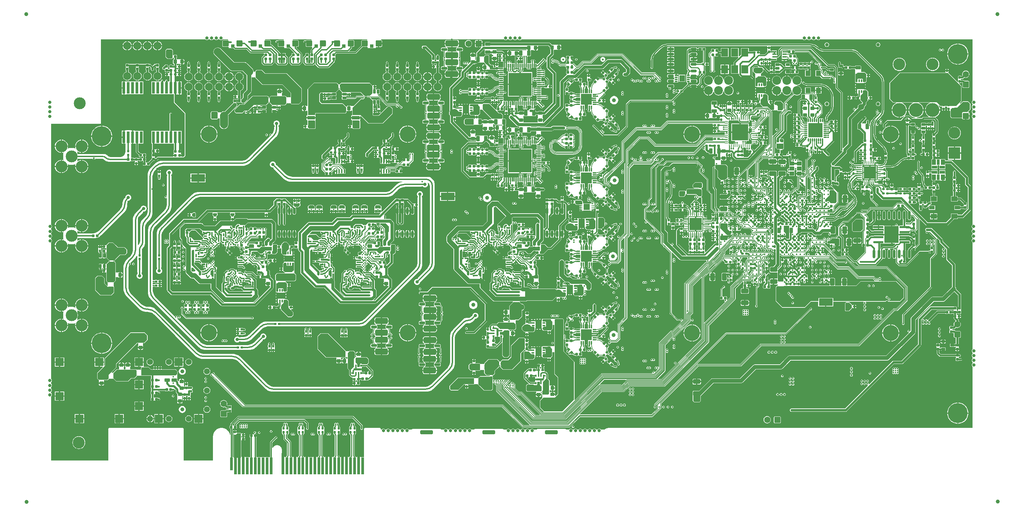
<source format=gbl>
G04*
G04 #@! TF.GenerationSoftware,Altium Limited,Altium Designer,19.1.6 (110)*
G04*
G04 Layer_Physical_Order=12*
G04 Layer_Color=16711680*
%FSLAX44Y44*%
%MOMM*%
G71*
G01*
G75*
%ADD10C,0.1000*%
%ADD11C,0.2540*%
%ADD12C,0.1500*%
%ADD13C,0.3500*%
%ADD14C,0.3000*%
%ADD15C,0.2000*%
%ADD16C,0.2500*%
G04:AMPARAMS|DCode=21|XSize=1mm|YSize=0.9mm|CornerRadius=0.1125mm|HoleSize=0mm|Usage=FLASHONLY|Rotation=90.000|XOffset=0mm|YOffset=0mm|HoleType=Round|Shape=RoundedRectangle|*
%AMROUNDEDRECTD21*
21,1,1.0000,0.6750,0,0,90.0*
21,1,0.7750,0.9000,0,0,90.0*
1,1,0.2250,0.3375,0.3875*
1,1,0.2250,0.3375,-0.3875*
1,1,0.2250,-0.3375,-0.3875*
1,1,0.2250,-0.3375,0.3875*
%
%ADD21ROUNDEDRECTD21*%
G04:AMPARAMS|DCode=22|XSize=0.5mm|YSize=0.6mm|CornerRadius=0.05mm|HoleSize=0mm|Usage=FLASHONLY|Rotation=0.000|XOffset=0mm|YOffset=0mm|HoleType=Round|Shape=RoundedRectangle|*
%AMROUNDEDRECTD22*
21,1,0.5000,0.5000,0,0,0.0*
21,1,0.4000,0.6000,0,0,0.0*
1,1,0.1000,0.2000,-0.2500*
1,1,0.1000,-0.2000,-0.2500*
1,1,0.1000,-0.2000,0.2500*
1,1,0.1000,0.2000,0.2500*
%
%ADD22ROUNDEDRECTD22*%
G04:AMPARAMS|DCode=23|XSize=0.5mm|YSize=0.6mm|CornerRadius=0.05mm|HoleSize=0mm|Usage=FLASHONLY|Rotation=90.000|XOffset=0mm|YOffset=0mm|HoleType=Round|Shape=RoundedRectangle|*
%AMROUNDEDRECTD23*
21,1,0.5000,0.5000,0,0,90.0*
21,1,0.4000,0.6000,0,0,90.0*
1,1,0.1000,0.2500,0.2000*
1,1,0.1000,0.2500,-0.2000*
1,1,0.1000,-0.2500,-0.2000*
1,1,0.1000,-0.2500,0.2000*
%
%ADD23ROUNDEDRECTD23*%
G04:AMPARAMS|DCode=24|XSize=0.6mm|YSize=0.6mm|CornerRadius=0.06mm|HoleSize=0mm|Usage=FLASHONLY|Rotation=270.000|XOffset=0mm|YOffset=0mm|HoleType=Round|Shape=RoundedRectangle|*
%AMROUNDEDRECTD24*
21,1,0.6000,0.4800,0,0,270.0*
21,1,0.4800,0.6000,0,0,270.0*
1,1,0.1200,-0.2400,-0.2400*
1,1,0.1200,-0.2400,0.2400*
1,1,0.1200,0.2400,0.2400*
1,1,0.1200,0.2400,-0.2400*
%
%ADD24ROUNDEDRECTD24*%
G04:AMPARAMS|DCode=25|XSize=0.6mm|YSize=0.6mm|CornerRadius=0.06mm|HoleSize=0mm|Usage=FLASHONLY|Rotation=0.000|XOffset=0mm|YOffset=0mm|HoleType=Round|Shape=RoundedRectangle|*
%AMROUNDEDRECTD25*
21,1,0.6000,0.4800,0,0,0.0*
21,1,0.4800,0.6000,0,0,0.0*
1,1,0.1200,0.2400,-0.2400*
1,1,0.1200,-0.2400,-0.2400*
1,1,0.1200,-0.2400,0.2400*
1,1,0.1200,0.2400,0.2400*
%
%ADD25ROUNDEDRECTD25*%
G04:AMPARAMS|DCode=26|XSize=0.5mm|YSize=0.6mm|CornerRadius=0.05mm|HoleSize=0mm|Usage=FLASHONLY|Rotation=225.000|XOffset=0mm|YOffset=0mm|HoleType=Round|Shape=RoundedRectangle|*
%AMROUNDEDRECTD26*
21,1,0.5000,0.5000,0,0,225.0*
21,1,0.4000,0.6000,0,0,225.0*
1,1,0.1000,-0.3182,0.0354*
1,1,0.1000,-0.0354,0.3182*
1,1,0.1000,0.3182,-0.0354*
1,1,0.1000,0.0354,-0.3182*
%
%ADD26ROUNDEDRECTD26*%
G04:AMPARAMS|DCode=27|XSize=1mm|YSize=0.9mm|CornerRadius=0.1125mm|HoleSize=0mm|Usage=FLASHONLY|Rotation=0.000|XOffset=0mm|YOffset=0mm|HoleType=Round|Shape=RoundedRectangle|*
%AMROUNDEDRECTD27*
21,1,1.0000,0.6750,0,0,0.0*
21,1,0.7750,0.9000,0,0,0.0*
1,1,0.2250,0.3875,-0.3375*
1,1,0.2250,-0.3875,-0.3375*
1,1,0.2250,-0.3875,0.3375*
1,1,0.2250,0.3875,0.3375*
%
%ADD27ROUNDEDRECTD27*%
G04:AMPARAMS|DCode=28|XSize=1.3mm|YSize=0.8mm|CornerRadius=0.1mm|HoleSize=0mm|Usage=FLASHONLY|Rotation=180.000|XOffset=0mm|YOffset=0mm|HoleType=Round|Shape=RoundedRectangle|*
%AMROUNDEDRECTD28*
21,1,1.3000,0.6000,0,0,180.0*
21,1,1.1000,0.8000,0,0,180.0*
1,1,0.2000,-0.5500,0.3000*
1,1,0.2000,0.5500,0.3000*
1,1,0.2000,0.5500,-0.3000*
1,1,0.2000,-0.5500,-0.3000*
%
%ADD28ROUNDEDRECTD28*%
%ADD29C,0.3500*%
G04:AMPARAMS|DCode=34|XSize=1.3mm|YSize=0.8mm|CornerRadius=0.1mm|HoleSize=0mm|Usage=FLASHONLY|Rotation=270.000|XOffset=0mm|YOffset=0mm|HoleType=Round|Shape=RoundedRectangle|*
%AMROUNDEDRECTD34*
21,1,1.3000,0.6000,0,0,270.0*
21,1,1.1000,0.8000,0,0,270.0*
1,1,0.2000,-0.3000,-0.5500*
1,1,0.2000,-0.3000,0.5500*
1,1,0.2000,0.3000,0.5500*
1,1,0.2000,0.3000,-0.5500*
%
%ADD34ROUNDEDRECTD34*%
%ADD37R,3.5000X1.9000*%
G04:AMPARAMS|DCode=49|XSize=0.5mm|YSize=0.6mm|CornerRadius=0.05mm|HoleSize=0mm|Usage=FLASHONLY|Rotation=135.000|XOffset=0mm|YOffset=0mm|HoleType=Round|Shape=RoundedRectangle|*
%AMROUNDEDRECTD49*
21,1,0.5000,0.5000,0,0,135.0*
21,1,0.4000,0.6000,0,0,135.0*
1,1,0.1000,0.0354,0.3182*
1,1,0.1000,0.3182,0.0354*
1,1,0.1000,-0.0354,-0.3182*
1,1,0.1000,-0.3182,-0.0354*
%
%ADD49ROUNDEDRECTD49*%
G04:AMPARAMS|DCode=52|XSize=0.6mm|YSize=0.6mm|CornerRadius=0.06mm|HoleSize=0mm|Usage=FLASHONLY|Rotation=225.000|XOffset=0mm|YOffset=0mm|HoleType=Round|Shape=RoundedRectangle|*
%AMROUNDEDRECTD52*
21,1,0.6000,0.4800,0,0,225.0*
21,1,0.4800,0.6000,0,0,225.0*
1,1,0.1200,-0.3394,0.0000*
1,1,0.1200,0.0000,0.3394*
1,1,0.1200,0.3394,0.0000*
1,1,0.1200,0.0000,-0.3394*
%
%ADD52ROUNDEDRECTD52*%
G04:AMPARAMS|DCode=56|XSize=0.6mm|YSize=1mm|CornerRadius=0.075mm|HoleSize=0mm|Usage=FLASHONLY|Rotation=0.000|XOffset=0mm|YOffset=0mm|HoleType=Round|Shape=RoundedRectangle|*
%AMROUNDEDRECTD56*
21,1,0.6000,0.8500,0,0,0.0*
21,1,0.4500,1.0000,0,0,0.0*
1,1,0.1500,0.2250,-0.4250*
1,1,0.1500,-0.2250,-0.4250*
1,1,0.1500,-0.2250,0.4250*
1,1,0.1500,0.2250,0.4250*
%
%ADD56ROUNDEDRECTD56*%
%ADD57R,0.4000X1.0000*%
G04:AMPARAMS|DCode=58|XSize=0.6mm|YSize=1mm|CornerRadius=0.075mm|HoleSize=0mm|Usage=FLASHONLY|Rotation=90.000|XOffset=0mm|YOffset=0mm|HoleType=Round|Shape=RoundedRectangle|*
%AMROUNDEDRECTD58*
21,1,0.6000,0.8500,0,0,90.0*
21,1,0.4500,1.0000,0,0,90.0*
1,1,0.1500,0.4250,0.2250*
1,1,0.1500,0.4250,-0.2250*
1,1,0.1500,-0.4250,-0.2250*
1,1,0.1500,-0.4250,0.2250*
%
%ADD58ROUNDEDRECTD58*%
%ADD59C,1.6000*%
G04:AMPARAMS|DCode=66|XSize=1.5mm|YSize=0.71mm|CornerRadius=0.1775mm|HoleSize=0mm|Usage=FLASHONLY|Rotation=180.000|XOffset=0mm|YOffset=0mm|HoleType=Round|Shape=RoundedRectangle|*
%AMROUNDEDRECTD66*
21,1,1.5000,0.3550,0,0,180.0*
21,1,1.1450,0.7100,0,0,180.0*
1,1,0.3550,-0.5725,0.1775*
1,1,0.3550,0.5725,0.1775*
1,1,0.3550,0.5725,-0.1775*
1,1,0.3550,-0.5725,-0.1775*
%
%ADD66ROUNDEDRECTD66*%
G04:AMPARAMS|DCode=67|XSize=3.25mm|YSize=1.5mm|CornerRadius=0.375mm|HoleSize=0mm|Usage=FLASHONLY|Rotation=180.000|XOffset=0mm|YOffset=0mm|HoleType=Round|Shape=RoundedRectangle|*
%AMROUNDEDRECTD67*
21,1,3.2500,0.7500,0,0,180.0*
21,1,2.5000,1.5000,0,0,180.0*
1,1,0.7500,-1.2500,0.3750*
1,1,0.7500,1.2500,0.3750*
1,1,0.7500,1.2500,-0.3750*
1,1,0.7500,-1.2500,-0.3750*
%
%ADD67ROUNDEDRECTD67*%
%ADD70R,0.3000X0.3100*%
%ADD71R,0.6000X0.9000*%
%ADD72R,1.5000X0.7500*%
G04:AMPARAMS|DCode=82|XSize=1.8mm|YSize=1.15mm|CornerRadius=0.1438mm|HoleSize=0mm|Usage=FLASHONLY|Rotation=90.000|XOffset=0mm|YOffset=0mm|HoleType=Round|Shape=RoundedRectangle|*
%AMROUNDEDRECTD82*
21,1,1.8000,0.8625,0,0,90.0*
21,1,1.5125,1.1500,0,0,90.0*
1,1,0.2875,0.4313,0.7563*
1,1,0.2875,0.4313,-0.7563*
1,1,0.2875,-0.4313,-0.7563*
1,1,0.2875,-0.4313,0.7563*
%
%ADD82ROUNDEDRECTD82*%
G04:AMPARAMS|DCode=83|XSize=1.8mm|YSize=1.15mm|CornerRadius=0.1438mm|HoleSize=0mm|Usage=FLASHONLY|Rotation=180.000|XOffset=0mm|YOffset=0mm|HoleType=Round|Shape=RoundedRectangle|*
%AMROUNDEDRECTD83*
21,1,1.8000,0.8625,0,0,180.0*
21,1,1.5125,1.1500,0,0,180.0*
1,1,0.2875,-0.7563,0.4313*
1,1,0.2875,0.7563,0.4313*
1,1,0.2875,0.7563,-0.4313*
1,1,0.2875,-0.7563,-0.4313*
%
%ADD83ROUNDEDRECTD83*%
%ADD94R,0.3500X0.3000*%
%ADD95C,0.5000*%
G04:AMPARAMS|DCode=96|XSize=0.6mm|YSize=0.6mm|CornerRadius=0.06mm|HoleSize=0mm|Usage=FLASHONLY|Rotation=315.000|XOffset=0mm|YOffset=0mm|HoleType=Round|Shape=RoundedRectangle|*
%AMROUNDEDRECTD96*
21,1,0.6000,0.4800,0,0,315.0*
21,1,0.4800,0.6000,0,0,315.0*
1,1,0.1200,0.0000,-0.3394*
1,1,0.1200,-0.3394,0.0000*
1,1,0.1200,0.0000,0.3394*
1,1,0.1200,0.3394,0.0000*
%
%ADD96ROUNDEDRECTD96*%
%ADD219R,3.1000X3.1000*%
%ADD222C,0.3250*%
%ADD223C,0.4000*%
%ADD225C,0.1100*%
%ADD227C,1.5000*%
%ADD228C,1.0000*%
%ADD235R,0.7000X4.2000*%
%ADD236R,0.7000X3.2000*%
%ADD237C,1.0000*%
%ADD238C,0.6000*%
%ADD240C,0.8000*%
%ADD241C,0.5000*%
%ADD243C,1.2000*%
%ADD244C,0.7000*%
%ADD247C,0.8000*%
G04:AMPARAMS|DCode=248|XSize=1mm|YSize=3.2mm|CornerRadius=0.25mm|HoleSize=0mm|Usage=FLASHONLY|Rotation=270.000|XOffset=0mm|YOffset=0mm|HoleType=Round|Shape=RoundedRectangle|*
%AMROUNDEDRECTD248*
21,1,1.0000,2.7000,0,0,270.0*
21,1,0.5000,3.2000,0,0,270.0*
1,1,0.5000,-1.3500,-0.2500*
1,1,0.5000,-1.3500,0.2500*
1,1,0.5000,1.3500,0.2500*
1,1,0.5000,1.3500,-0.2500*
%
%ADD248ROUNDEDRECTD248*%
%ADD249C,3.0000*%
G04:AMPARAMS|DCode=250|XSize=1.524mm|YSize=1.524mm|CornerRadius=0.1905mm|HoleSize=0mm|Usage=FLASHONLY|Rotation=270.000|XOffset=0mm|YOffset=0mm|HoleType=Round|Shape=RoundedRectangle|*
%AMROUNDEDRECTD250*
21,1,1.5240,1.1430,0,0,270.0*
21,1,1.1430,1.5240,0,0,270.0*
1,1,0.3810,-0.5715,-0.5715*
1,1,0.3810,-0.5715,0.5715*
1,1,0.3810,0.5715,0.5715*
1,1,0.3810,0.5715,-0.5715*
%
%ADD250ROUNDEDRECTD250*%
G04:AMPARAMS|DCode=251|XSize=1.524mm|YSize=1.524mm|CornerRadius=0.1905mm|HoleSize=0mm|Usage=FLASHONLY|Rotation=180.000|XOffset=0mm|YOffset=0mm|HoleType=Round|Shape=RoundedRectangle|*
%AMROUNDEDRECTD251*
21,1,1.5240,1.1430,0,0,180.0*
21,1,1.1430,1.5240,0,0,180.0*
1,1,0.3810,-0.5715,0.5715*
1,1,0.3810,0.5715,0.5715*
1,1,0.3810,0.5715,-0.5715*
1,1,0.3810,-0.5715,-0.5715*
%
%ADD251ROUNDEDRECTD251*%
%ADD252C,0.9000*%
%ADD253C,2.0000*%
%ADD254C,4.0000*%
%ADD255R,2.0000X2.0000*%
%ADD256C,2.2000*%
%ADD257C,5.0000*%
%ADD258R,3.0000X3.0000*%
G04:AMPARAMS|DCode=259|XSize=3.5mm|YSize=3.5mm|CornerRadius=0.875mm|HoleSize=0mm|Usage=FLASHONLY|Rotation=180.000|XOffset=0mm|YOffset=0mm|HoleType=Round|Shape=RoundedRectangle|*
%AMROUNDEDRECTD259*
21,1,3.5000,1.7500,0,0,180.0*
21,1,1.7500,3.5000,0,0,180.0*
1,1,1.7500,-0.8750,0.8750*
1,1,1.7500,0.8750,0.8750*
1,1,1.7500,0.8750,-0.8750*
1,1,1.7500,-0.8750,-0.8750*
%
%ADD259ROUNDEDRECTD259*%
%ADD260C,3.5000*%
%ADD261C,0.4000*%
%ADD262C,0.1300*%
%ADD263C,2.0000*%
%ADD268C,0.2000*%
G04:AMPARAMS|DCode=269|XSize=0.55mm|YSize=2.6mm|CornerRadius=0.1375mm|HoleSize=0mm|Usage=FLASHONLY|Rotation=270.000|XOffset=0mm|YOffset=0mm|HoleType=Round|Shape=RoundedRectangle|*
%AMROUNDEDRECTD269*
21,1,0.5500,2.3250,0,0,270.0*
21,1,0.2750,2.6000,0,0,270.0*
1,1,0.2750,-1.1625,-0.1375*
1,1,0.2750,-1.1625,0.1375*
1,1,0.2750,1.1625,0.1375*
1,1,0.2750,1.1625,-0.1375*
%
%ADD269ROUNDEDRECTD269*%
%ADD270R,3.6000X4.2000*%
G04:AMPARAMS|DCode=271|XSize=1.5mm|YSize=1.5mm|CornerRadius=0.1875mm|HoleSize=0mm|Usage=FLASHONLY|Rotation=0.000|XOffset=0mm|YOffset=0mm|HoleType=Round|Shape=RoundedRectangle|*
%AMROUNDEDRECTD271*
21,1,1.5000,1.1250,0,0,0.0*
21,1,1.1250,1.5000,0,0,0.0*
1,1,0.3750,0.5625,-0.5625*
1,1,0.3750,-0.5625,-0.5625*
1,1,0.3750,-0.5625,0.5625*
1,1,0.3750,0.5625,0.5625*
%
%ADD271ROUNDEDRECTD271*%
G04:AMPARAMS|DCode=272|XSize=0.9mm|YSize=0.9mm|CornerRadius=0.1125mm|HoleSize=0mm|Usage=FLASHONLY|Rotation=0.000|XOffset=0mm|YOffset=0mm|HoleType=Round|Shape=RoundedRectangle|*
%AMROUNDEDRECTD272*
21,1,0.9000,0.6750,0,0,0.0*
21,1,0.6750,0.9000,0,0,0.0*
1,1,0.2250,0.3375,-0.3375*
1,1,0.2250,-0.3375,-0.3375*
1,1,0.2250,-0.3375,0.3375*
1,1,0.2250,0.3375,0.3375*
%
%ADD272ROUNDEDRECTD272*%
%ADD273R,1.8000X2.0000*%
%ADD274R,1.2500X1.3500*%
%ADD275R,1.5000X1.2000*%
%ADD276R,1.4000X0.9000*%
%ADD277R,1.0000X1.3500*%
%ADD278R,1.3500X0.7000*%
%ADD279R,0.7000X1.3500*%
%ADD280R,1.0000X0.4000*%
%ADD281O,0.3000X0.9000*%
%ADD282O,0.9000X0.3000*%
%ADD283R,3.5500X3.5500*%
%ADD284R,0.8000X3.0000*%
%ADD285R,0.8000X0.3000*%
%ADD286R,1.4000X1.6000*%
G04:AMPARAMS|DCode=287|XSize=0.25mm|YSize=0.75mm|CornerRadius=0.0625mm|HoleSize=0mm|Usage=FLASHONLY|Rotation=180.000|XOffset=0mm|YOffset=0mm|HoleType=Round|Shape=RoundedRectangle|*
%AMROUNDEDRECTD287*
21,1,0.2500,0.6250,0,0,180.0*
21,1,0.1250,0.7500,0,0,180.0*
1,1,0.1250,-0.0625,0.3125*
1,1,0.1250,0.0625,0.3125*
1,1,0.1250,0.0625,-0.3125*
1,1,0.1250,-0.0625,-0.3125*
%
%ADD287ROUNDEDRECTD287*%
G04:AMPARAMS|DCode=288|XSize=0.25mm|YSize=0.75mm|CornerRadius=0.0625mm|HoleSize=0mm|Usage=FLASHONLY|Rotation=90.000|XOffset=0mm|YOffset=0mm|HoleType=Round|Shape=RoundedRectangle|*
%AMROUNDEDRECTD288*
21,1,0.2500,0.6250,0,0,90.0*
21,1,0.1250,0.7500,0,0,90.0*
1,1,0.1250,0.3125,0.0625*
1,1,0.1250,0.3125,-0.0625*
1,1,0.1250,-0.3125,-0.0625*
1,1,0.1250,-0.3125,0.0625*
%
%ADD288ROUNDEDRECTD288*%
%ADD289R,4.1000X4.1000*%
G04:AMPARAMS|DCode=290|XSize=0.25mm|YSize=0.8mm|CornerRadius=0.0625mm|HoleSize=0mm|Usage=FLASHONLY|Rotation=270.000|XOffset=0mm|YOffset=0mm|HoleType=Round|Shape=RoundedRectangle|*
%AMROUNDEDRECTD290*
21,1,0.2500,0.6750,0,0,270.0*
21,1,0.1250,0.8000,0,0,270.0*
1,1,0.1250,-0.3375,-0.0625*
1,1,0.1250,-0.3375,0.0625*
1,1,0.1250,0.3375,0.0625*
1,1,0.1250,0.3375,-0.0625*
%
%ADD290ROUNDEDRECTD290*%
G04:AMPARAMS|DCode=291|XSize=0.25mm|YSize=0.8mm|CornerRadius=0.0625mm|HoleSize=0mm|Usage=FLASHONLY|Rotation=0.000|XOffset=0mm|YOffset=0mm|HoleType=Round|Shape=RoundedRectangle|*
%AMROUNDEDRECTD291*
21,1,0.2500,0.6750,0,0,0.0*
21,1,0.1250,0.8000,0,0,0.0*
1,1,0.1250,0.0625,-0.3375*
1,1,0.1250,-0.0625,-0.3375*
1,1,0.1250,-0.0625,0.3375*
1,1,0.1250,0.0625,0.3375*
%
%ADD291ROUNDEDRECTD291*%
%ADD292R,3.1000X3.1000*%
%ADD293R,0.3000X0.3500*%
%ADD294R,0.6000X1.9500*%
%ADD295R,0.6000X0.3000*%
%ADD296R,1.9500X0.6000*%
%ADD297R,0.3000X0.6000*%
G04:AMPARAMS|DCode=298|XSize=0.6mm|YSize=1.55mm|CornerRadius=0.15mm|HoleSize=0mm|Usage=FLASHONLY|Rotation=270.000|XOffset=0mm|YOffset=0mm|HoleType=Round|Shape=RoundedRectangle|*
%AMROUNDEDRECTD298*
21,1,0.6000,1.2500,0,0,270.0*
21,1,0.3000,1.5500,0,0,270.0*
1,1,0.3000,-0.6250,-0.1500*
1,1,0.3000,-0.6250,0.1500*
1,1,0.3000,0.6250,0.1500*
1,1,0.3000,0.6250,-0.1500*
%
%ADD298ROUNDEDRECTD298*%
%ADD299R,2.3500X1.6000*%
%ADD300R,0.3000X0.7000*%
%ADD301R,1.6000X2.3500*%
%ADD302R,0.7000X0.3000*%
G04:AMPARAMS|DCode=303|XSize=1mm|YSize=1.2mm|CornerRadius=0.125mm|HoleSize=0mm|Usage=FLASHONLY|Rotation=270.000|XOffset=0mm|YOffset=0mm|HoleType=Round|Shape=RoundedRectangle|*
%AMROUNDEDRECTD303*
21,1,1.0000,0.9500,0,0,270.0*
21,1,0.7500,1.2000,0,0,270.0*
1,1,0.2500,-0.4750,-0.3750*
1,1,0.2500,-0.4750,0.3750*
1,1,0.2500,0.4750,0.3750*
1,1,0.2500,0.4750,-0.3750*
%
%ADD303ROUNDEDRECTD303*%
%ADD304R,1.6000X1.6000*%
%ADD305R,0.6250X0.2500*%
%ADD306O,0.6000X2.2000*%
G04:AMPARAMS|DCode=307|XSize=0.95mm|YSize=0.3mm|CornerRadius=0.075mm|HoleSize=0mm|Usage=FLASHONLY|Rotation=90.000|XOffset=0mm|YOffset=0mm|HoleType=Round|Shape=RoundedRectangle|*
%AMROUNDEDRECTD307*
21,1,0.9500,0.1500,0,0,90.0*
21,1,0.8000,0.3000,0,0,90.0*
1,1,0.1500,0.0750,0.4000*
1,1,0.1500,0.0750,-0.4000*
1,1,0.1500,-0.0750,-0.4000*
1,1,0.1500,-0.0750,0.4000*
%
%ADD307ROUNDEDRECTD307*%
G04:AMPARAMS|DCode=308|XSize=0.95mm|YSize=0.3mm|CornerRadius=0.075mm|HoleSize=0mm|Usage=FLASHONLY|Rotation=0.000|XOffset=0mm|YOffset=0mm|HoleType=Round|Shape=RoundedRectangle|*
%AMROUNDEDRECTD308*
21,1,0.9500,0.1500,0,0,0.0*
21,1,0.8000,0.3000,0,0,0.0*
1,1,0.1500,0.4000,-0.0750*
1,1,0.1500,-0.4000,-0.0750*
1,1,0.1500,-0.4000,0.0750*
1,1,0.1500,0.4000,0.0750*
%
%ADD308ROUNDEDRECTD308*%
%ADD309R,5.8500X5.8500*%
G04:AMPARAMS|DCode=310|XSize=0.3mm|YSize=0.35mm|CornerRadius=0mm|HoleSize=0mm|Usage=FLASHONLY|Rotation=315.000|XOffset=0mm|YOffset=0mm|HoleType=Round|Shape=Rectangle|*
%AMROTATEDRECTD310*
4,1,4,-0.2298,-0.0177,0.0177,0.2298,0.2298,0.0177,-0.0177,-0.2298,-0.2298,-0.0177,0.0*
%
%ADD310ROTATEDRECTD310*%

%ADD311O,0.6000X1.7000*%
G04:AMPARAMS|DCode=312|XSize=0.3mm|YSize=0.35mm|CornerRadius=0mm|HoleSize=0mm|Usage=FLASHONLY|Rotation=225.000|XOffset=0mm|YOffset=0mm|HoleType=Round|Shape=Rectangle|*
%AMROTATEDRECTD312*
4,1,4,-0.0177,0.2298,0.2298,-0.0177,0.0177,-0.2298,-0.2298,0.0177,-0.0177,0.2298,0.0*
%
%ADD312ROTATEDRECTD312*%

G04:AMPARAMS|DCode=313|XSize=0.3mm|YSize=0.9mm|CornerRadius=0.075mm|HoleSize=0mm|Usage=FLASHONLY|Rotation=270.000|XOffset=0mm|YOffset=0mm|HoleType=Round|Shape=RoundedRectangle|*
%AMROUNDEDRECTD313*
21,1,0.3000,0.7500,0,0,270.0*
21,1,0.1500,0.9000,0,0,270.0*
1,1,0.1500,-0.3750,-0.0750*
1,1,0.1500,-0.3750,0.0750*
1,1,0.1500,0.3750,0.0750*
1,1,0.1500,0.3750,-0.0750*
%
%ADD313ROUNDEDRECTD313*%
G04:AMPARAMS|DCode=314|XSize=0.3mm|YSize=0.9mm|CornerRadius=0.075mm|HoleSize=0mm|Usage=FLASHONLY|Rotation=0.000|XOffset=0mm|YOffset=0mm|HoleType=Round|Shape=RoundedRectangle|*
%AMROUNDEDRECTD314*
21,1,0.3000,0.7500,0,0,0.0*
21,1,0.1500,0.9000,0,0,0.0*
1,1,0.1500,0.0750,-0.3750*
1,1,0.1500,-0.0750,-0.3750*
1,1,0.1500,-0.0750,0.3750*
1,1,0.1500,0.0750,0.3750*
%
%ADD314ROUNDEDRECTD314*%
%ADD315R,2.7000X2.7000*%
%ADD316C,0.9000*%
%ADD317C,0.1700*%
%ADD318C,0.4500*%
%ADD319C,1.1000*%
%ADD320C,0.2200*%
%ADD321C,0.1800*%
%ADD322C,0.3100*%
%ADD323C,0.2300*%
G36*
X2321941Y954220D02*
X2321395Y953855D01*
X2320290Y952201D01*
X2319902Y950250D01*
X2320290Y948299D01*
X2321395Y946645D01*
X2321941Y946280D01*
Y942470D01*
X2321395Y942105D01*
X2320290Y940451D01*
X2319902Y938500D01*
X2320290Y936549D01*
X2321395Y934895D01*
X2321941Y934530D01*
Y930470D01*
X2321395Y930105D01*
X2320290Y928451D01*
X2319902Y926500D01*
X2320290Y924549D01*
X2321395Y922895D01*
X2321941Y922530D01*
Y918470D01*
X2321395Y918105D01*
X2320290Y916451D01*
X2319902Y914500D01*
X2320290Y912549D01*
X2321395Y910895D01*
X2321941Y910530D01*
Y641512D01*
X2321145Y640980D01*
X2320040Y639326D01*
X2319652Y637375D01*
X2320040Y635424D01*
X2321145Y633770D01*
X2321941Y633238D01*
Y629512D01*
X2321145Y628980D01*
X2320040Y627326D01*
X2319652Y625375D01*
X2320040Y623424D01*
X2321145Y621770D01*
X2321941Y621238D01*
Y617512D01*
X2321145Y616980D01*
X2320040Y615326D01*
X2319652Y613375D01*
X2320040Y611424D01*
X2321145Y609770D01*
X2321941Y609238D01*
Y605762D01*
X2321145Y605230D01*
X2320040Y603576D01*
X2319652Y601625D01*
X2320040Y599674D01*
X2321145Y598020D01*
X2321941Y597488D01*
Y328470D01*
X2321395Y328105D01*
X2320290Y326451D01*
X2319902Y324500D01*
X2320290Y322549D01*
X2321395Y320895D01*
X2321941Y320530D01*
Y316470D01*
X2321395Y316105D01*
X2320290Y314451D01*
X2319902Y312500D01*
X2320290Y310549D01*
X2321395Y308895D01*
X2321941Y308530D01*
Y304470D01*
X2321395Y304105D01*
X2320290Y302451D01*
X2319902Y300500D01*
X2320290Y298549D01*
X2321395Y296895D01*
X2321941Y296530D01*
Y292720D01*
X2321395Y292355D01*
X2320290Y290701D01*
X2319902Y288750D01*
X2320290Y286799D01*
X2321395Y285145D01*
X2321941Y284780D01*
Y130559D01*
X1408000D01*
X1407925Y130544D01*
X1407850Y130555D01*
X1406135Y130471D01*
X1405915Y130416D01*
X1405688D01*
X1402323Y129746D01*
X1402045Y129631D01*
X1401750Y129572D01*
X1398580Y128259D01*
X1398330Y128092D01*
X1398051Y127977D01*
X1395835Y126496D01*
X1386512D01*
X1386105Y127105D01*
X1384451Y128210D01*
X1382500Y128598D01*
X1380549Y128210D01*
X1378895Y127105D01*
X1378489Y126496D01*
X1374512D01*
X1374105Y127105D01*
X1372451Y128210D01*
X1370500Y128598D01*
X1368549Y128210D01*
X1366895Y127105D01*
X1366488Y126496D01*
X1362511D01*
X1362105Y127105D01*
X1360451Y128210D01*
X1358500Y128598D01*
X1356549Y128210D01*
X1354895Y127105D01*
X1354489Y126496D01*
X1350511D01*
X1350105Y127105D01*
X1348451Y128210D01*
X1346500Y128598D01*
X1344549Y128210D01*
X1342895Y127105D01*
X1342489Y126496D01*
X1338511D01*
X1338105Y127105D01*
X1336451Y128210D01*
X1334500Y128598D01*
X1332549Y128210D01*
X1330895Y127105D01*
X1330488Y126496D01*
X1326511D01*
X1326105Y127105D01*
X1324451Y128210D01*
X1322500Y128598D01*
X1320549Y128210D01*
X1318895Y127105D01*
X1318488Y126496D01*
X1314761D01*
X1314355Y127105D01*
X1312701Y128210D01*
X1310750Y128598D01*
X1308799Y128210D01*
X1307145Y127105D01*
X1306738Y126496D01*
X1299671D01*
X1298786Y127175D01*
X1296719Y128031D01*
X1294500Y128323D01*
X1229500D01*
X1227281Y128031D01*
X1225213Y127175D01*
X1224329Y126496D01*
X1217261D01*
X1216854Y127105D01*
X1215200Y128210D01*
X1213250Y128598D01*
X1211299Y128210D01*
X1209645Y127105D01*
X1209238Y126496D01*
X1205511D01*
X1205104Y127105D01*
X1203450Y128210D01*
X1201499Y128598D01*
X1199549Y128210D01*
X1197895Y127105D01*
X1197488Y126496D01*
X1193511D01*
X1193104Y127105D01*
X1191450Y128210D01*
X1189499Y128598D01*
X1187549Y128210D01*
X1185895Y127105D01*
X1185488Y126496D01*
X1181511D01*
X1181104Y127105D01*
X1179450Y128210D01*
X1177499Y128598D01*
X1175548Y128210D01*
X1173895Y127105D01*
X1173488Y126496D01*
X1169511D01*
X1169104Y127105D01*
X1167450Y128210D01*
X1165499Y128598D01*
X1163549Y128210D01*
X1161895Y127105D01*
X1161488Y126496D01*
X1157511D01*
X1157104Y127105D01*
X1155450Y128210D01*
X1153499Y128598D01*
X1151548Y128210D01*
X1149895Y127105D01*
X1149488Y126496D01*
X1142420D01*
X1141536Y127175D01*
X1139468Y128031D01*
X1137249Y128323D01*
X1072249D01*
X1070030Y128031D01*
X1067962Y127175D01*
X1067078Y126496D01*
X1060010D01*
X1059604Y127105D01*
X1057950Y128210D01*
X1055999Y128598D01*
X1054048Y128210D01*
X1052394Y127105D01*
X1051987Y126496D01*
X1048260D01*
X1047854Y127105D01*
X1046200Y128210D01*
X1044249Y128598D01*
X1042298Y128210D01*
X1040644Y127105D01*
X1040237Y126496D01*
X1036260D01*
X1035854Y127105D01*
X1034200Y128210D01*
X1032249Y128598D01*
X1030298Y128210D01*
X1028644Y127105D01*
X1028237Y126496D01*
X1024260D01*
X1023854Y127105D01*
X1022200Y128210D01*
X1020249Y128598D01*
X1018298Y128210D01*
X1016644Y127105D01*
X1016237Y126496D01*
X1012260D01*
X1011854Y127105D01*
X1010200Y128210D01*
X1008249Y128598D01*
X1006298Y128210D01*
X1004644Y127105D01*
X1004237Y126496D01*
X1000260D01*
X999854Y127105D01*
X998200Y128210D01*
X996249Y128598D01*
X994298Y128210D01*
X992644Y127105D01*
X992237Y126496D01*
X985170D01*
X984285Y127175D01*
X982217Y128031D01*
X979999Y128323D01*
X914999D01*
X912780Y128031D01*
X910712Y127175D01*
X909828Y126496D01*
X902760D01*
X902353Y127105D01*
X900699Y128210D01*
X898748Y128598D01*
X896797Y128210D01*
X895144Y127105D01*
X894737Y126496D01*
X891010D01*
X890603Y127105D01*
X888949Y128210D01*
X886998Y128598D01*
X885047Y128210D01*
X883393Y127105D01*
X882987Y126496D01*
X879010D01*
X878603Y127105D01*
X876949Y128210D01*
X874998Y128598D01*
X873047Y128210D01*
X871394Y127105D01*
X870987Y126496D01*
X867010D01*
X866603Y127105D01*
X864949Y128210D01*
X862998Y128598D01*
X861047Y128210D01*
X859393Y127105D01*
X858987Y126496D01*
X855010D01*
X854603Y127105D01*
X852949Y128210D01*
X850998Y128598D01*
X849047Y128210D01*
X847393Y127105D01*
X846987Y126496D01*
X843010D01*
X842603Y127105D01*
X840949Y128210D01*
X838998Y128598D01*
X837047Y128210D01*
X835393Y127105D01*
X834987Y126496D01*
X832559D01*
Y127500D01*
X832326Y128670D01*
X831663Y129663D01*
X830670Y130326D01*
X829500Y130559D01*
X793000D01*
X791830Y130326D01*
X790837Y129663D01*
X790174Y128670D01*
X789941Y127500D01*
Y57000D01*
X782563D01*
X781500Y57500D01*
Y57500D01*
X781500Y57500D01*
X778000D01*
Y35000D01*
X775000D01*
Y57500D01*
X771500D01*
Y57500D01*
X771000Y57000D01*
X768794D01*
Y57500D01*
X768620Y58378D01*
X768122Y59122D01*
X768122Y59122D01*
X766294Y60950D01*
Y111550D01*
X768122Y113378D01*
X768620Y114122D01*
X768794Y115000D01*
Y115498D01*
X769648Y115852D01*
X770124Y117000D01*
Y122000D01*
X769949Y122423D01*
X770000Y122500D01*
X770000D01*
Y126500D01*
X770000D01*
X769949Y126577D01*
X770124Y127000D01*
Y132000D01*
X769648Y133148D01*
X768794Y133502D01*
Y134000D01*
X768794Y134000D01*
X768620Y134878D01*
X768122Y135622D01*
X768122Y135622D01*
X766294Y137450D01*
Y138033D01*
X766826Y138829D01*
X767059Y140000D01*
X766826Y141171D01*
X766163Y142163D01*
X765171Y142826D01*
X764000Y143059D01*
X762830Y142826D01*
X761837Y142163D01*
X761163D01*
X760171Y142826D01*
X759000Y143059D01*
X757830Y142826D01*
X756837Y142163D01*
X756174Y141171D01*
X755941Y140000D01*
X756174Y138829D01*
X756706Y138033D01*
Y137450D01*
X754878Y135622D01*
X754381Y134878D01*
X754206Y134000D01*
Y133502D01*
X753352Y133148D01*
X752876Y132000D01*
Y127000D01*
X753052Y126577D01*
X753000Y126500D01*
X753000D01*
Y122500D01*
X753000D01*
X753052Y122423D01*
X752876Y122000D01*
Y117000D01*
X753352Y115852D01*
X754206Y115498D01*
Y115000D01*
X754381Y114122D01*
X754878Y113378D01*
X756706Y111550D01*
Y60950D01*
X754878Y59122D01*
X754381Y58378D01*
X754206Y57500D01*
Y57000D01*
X752563D01*
X751500Y57500D01*
Y57500D01*
X751500Y57500D01*
X748000D01*
Y35000D01*
X745000D01*
Y57500D01*
X742770D01*
X741500Y57500D01*
Y57500D01*
X741500D01*
Y57500D01*
X738000D01*
Y35000D01*
X735000D01*
Y57500D01*
X731500D01*
Y57500D01*
X731000Y57000D01*
X728794D01*
Y57500D01*
X728620Y58378D01*
X728122Y59122D01*
X728122Y59122D01*
X726294Y60950D01*
Y111550D01*
X728122Y113378D01*
X728619Y114122D01*
X728794Y115000D01*
Y115498D01*
X729648Y115852D01*
X730124Y117000D01*
Y122000D01*
X729949Y122423D01*
X730000Y122500D01*
X730000D01*
Y126500D01*
X730000D01*
X729949Y126577D01*
X730124Y127000D01*
Y132000D01*
X729648Y133148D01*
X728794Y133502D01*
Y134000D01*
X728620Y134878D01*
X728122Y135622D01*
X726294Y137450D01*
Y138033D01*
X726826Y138829D01*
X727059Y140000D01*
X726826Y141171D01*
X726163Y142163D01*
X725171Y142826D01*
X724000Y143059D01*
X722830Y142826D01*
X721837Y142163D01*
X721163D01*
X720171Y142826D01*
X719000Y143059D01*
X717830Y142826D01*
X716837Y142163D01*
X716174Y141171D01*
X715941Y140000D01*
X716174Y138829D01*
X716706Y138033D01*
Y137450D01*
X714878Y135622D01*
X714381Y134878D01*
X714206Y134000D01*
Y133502D01*
X713352Y133148D01*
X712876Y132000D01*
Y127000D01*
X713052Y126577D01*
X713000Y126500D01*
X713000D01*
Y122500D01*
X713000D01*
X713052Y122423D01*
X712876Y122000D01*
Y117000D01*
X713352Y115852D01*
X714206Y115498D01*
Y115000D01*
X714381Y114122D01*
X714878Y113378D01*
X716706Y111550D01*
Y60950D01*
X714878Y59122D01*
X714381Y58378D01*
X714206Y57500D01*
Y57000D01*
X712563D01*
X711500Y57500D01*
Y57500D01*
X711500Y57500D01*
X708000D01*
Y35000D01*
X705000D01*
Y57500D01*
X698000D01*
Y35000D01*
X695000D01*
Y57500D01*
X691500D01*
Y57500D01*
X691000Y57000D01*
X688794D01*
Y57500D01*
X688620Y58378D01*
X688122Y59122D01*
X688122Y59122D01*
X686294Y60950D01*
Y111550D01*
X688122Y113378D01*
X688620Y114122D01*
X688794Y115000D01*
Y115498D01*
X689648Y115852D01*
X690124Y117000D01*
Y122000D01*
X689949Y122423D01*
X690000Y122500D01*
X690000D01*
Y126500D01*
X690000D01*
X689949Y126577D01*
X690124Y127000D01*
Y132000D01*
X689648Y133148D01*
X688794Y133502D01*
Y134000D01*
X688619Y134878D01*
X688122Y135622D01*
X686294Y137450D01*
Y138033D01*
X686826Y138829D01*
X687059Y140000D01*
X686826Y141171D01*
X686163Y142163D01*
X685171Y142826D01*
X684000Y143059D01*
X682830Y142826D01*
X681837Y142163D01*
X681163D01*
X680171Y142826D01*
X679000Y143059D01*
X677830Y142826D01*
X676837Y142163D01*
X676174Y141171D01*
X675941Y140000D01*
X676174Y138829D01*
X676706Y138033D01*
Y137450D01*
X674878Y135622D01*
X674381Y134878D01*
X674206Y134000D01*
Y133502D01*
X673352Y133148D01*
X672876Y132000D01*
Y127000D01*
X673052Y126577D01*
X673000Y126500D01*
X673000D01*
Y122500D01*
X673000D01*
X673052Y122423D01*
X672876Y122000D01*
Y117000D01*
X673352Y115852D01*
X674206Y115498D01*
Y115000D01*
X674381Y114122D01*
X674878Y113378D01*
X676706Y111550D01*
Y60950D01*
X674878Y59122D01*
X674381Y58378D01*
X674206Y57500D01*
Y57000D01*
X672563D01*
X671500Y57500D01*
Y57500D01*
X671500Y57500D01*
X668000D01*
Y35000D01*
X665000D01*
Y57500D01*
X661500D01*
Y57500D01*
X661000Y57000D01*
X652563D01*
X651500Y57500D01*
Y57500D01*
X651500Y57500D01*
X648000D01*
Y35000D01*
X645000D01*
Y57500D01*
X641500D01*
Y57500D01*
X641000Y57000D01*
X638794D01*
Y57500D01*
X638619Y58378D01*
X638122Y59122D01*
X638122Y59122D01*
X636294Y60950D01*
Y111550D01*
X638122Y113378D01*
X638619Y114122D01*
X638794Y115000D01*
Y115498D01*
X639648Y115852D01*
X640124Y117000D01*
Y122000D01*
X639949Y122423D01*
X640000Y122500D01*
X640000D01*
Y126500D01*
X640000D01*
X639949Y126577D01*
X640124Y127000D01*
Y132000D01*
X639648Y133148D01*
X638794Y133502D01*
Y134000D01*
X638619Y134878D01*
X638122Y135622D01*
X636294Y137450D01*
Y138034D01*
X636826Y138829D01*
X637059Y140000D01*
X636826Y141171D01*
X636163Y142163D01*
X635171Y142826D01*
X634000Y143059D01*
X632830Y142826D01*
X631837Y142163D01*
X631163D01*
X630171Y142826D01*
X629000Y143059D01*
X627830Y142826D01*
X626837Y142163D01*
X626174Y141171D01*
X625941Y140000D01*
X626174Y138829D01*
X626706Y138034D01*
Y137450D01*
X624878Y135622D01*
X624381Y134878D01*
X624206Y134000D01*
Y133502D01*
X623352Y133148D01*
X622876Y132000D01*
Y127000D01*
X623051Y126577D01*
X623000Y126500D01*
X623000D01*
Y122500D01*
X623000D01*
X623051Y122423D01*
X622876Y122000D01*
Y117000D01*
X623352Y115852D01*
X624206Y115498D01*
Y115000D01*
X624381Y114122D01*
X624878Y113378D01*
X626706Y111550D01*
Y60950D01*
X624878Y59122D01*
X624381Y58378D01*
X624206Y57500D01*
Y57000D01*
X622563D01*
X621500Y57500D01*
Y57500D01*
X621500Y57500D01*
X618000D01*
Y35000D01*
X615000D01*
Y57500D01*
X611500D01*
Y57500D01*
X611000Y57000D01*
X608794D01*
Y57500D01*
X608619Y58378D01*
X608122Y59122D01*
X608122Y59122D01*
X606294Y60950D01*
Y95571D01*
X606119Y96449D01*
X605622Y97193D01*
X597294Y105521D01*
Y111550D01*
X599122Y113378D01*
X599619Y114122D01*
X599794Y115000D01*
Y115498D01*
X600648Y115852D01*
X601124Y117000D01*
Y122000D01*
X600948Y122423D01*
X601000Y122500D01*
X601000D01*
Y126500D01*
X601000D01*
X600948Y126577D01*
X601124Y127000D01*
Y132000D01*
X600648Y133148D01*
X599794Y133502D01*
Y134000D01*
X599619Y134878D01*
X599122Y135622D01*
X597294Y137450D01*
Y138033D01*
X597826Y138829D01*
X598059Y140000D01*
X597826Y141171D01*
X597163Y142163D01*
X596171Y142826D01*
X595000Y143059D01*
X593829Y142826D01*
X592837Y142163D01*
X592163D01*
X591171Y142826D01*
X590000Y143059D01*
X588829Y142826D01*
X587837Y142163D01*
X587174Y141171D01*
X586941Y140000D01*
X587174Y138829D01*
X587706Y138033D01*
Y137450D01*
X585878Y135622D01*
X585381Y134878D01*
X585206Y134000D01*
Y133502D01*
X584352Y133148D01*
X583876Y132000D01*
Y127000D01*
X584052Y126577D01*
X584000Y126500D01*
X584000D01*
Y122500D01*
X584000D01*
X584052Y122423D01*
X583876Y122000D01*
Y117000D01*
X584352Y115852D01*
X585206Y115498D01*
Y115000D01*
X585381Y114122D01*
X585878Y113378D01*
X587706Y111550D01*
Y102500D01*
X587881Y101622D01*
X588378Y100878D01*
X596706Y92550D01*
Y60950D01*
X594878Y59122D01*
X594381Y58378D01*
X594206Y57500D01*
Y57000D01*
X592563D01*
X591500Y57500D01*
Y57500D01*
X591500Y57500D01*
X588000D01*
Y35000D01*
X585000D01*
Y57500D01*
X584059D01*
Y74500D01*
X584039Y74599D01*
X584052Y74700D01*
X583971Y75940D01*
X583893Y76231D01*
X583873Y76532D01*
X583231Y78927D01*
X583054Y79286D01*
X582926Y79665D01*
X581686Y81812D01*
X581422Y82113D01*
X581200Y82446D01*
X579446Y84200D01*
X579113Y84422D01*
X578812Y84686D01*
X576665Y85926D01*
X576286Y86054D01*
X575927Y86231D01*
X573532Y86873D01*
X573132Y86899D01*
X572740Y86977D01*
X570260D01*
X569868Y86899D01*
X569468Y86873D01*
X567073Y86231D01*
X566714Y86054D01*
X566335Y85926D01*
X564187Y84686D01*
X563887Y84422D01*
X563554Y84200D01*
X561800Y82446D01*
X561578Y82113D01*
X561314Y81812D01*
X560447Y80309D01*
X559176Y80650D01*
Y92891D01*
X569907Y103622D01*
X570171Y103674D01*
X571163Y104337D01*
X571826Y105330D01*
X572059Y106500D01*
X571826Y107670D01*
X571163Y108663D01*
X570171Y109326D01*
X569000Y109559D01*
X567830Y109326D01*
X566837Y108663D01*
X566174Y107670D01*
X566122Y107407D01*
X554608Y95892D01*
X554027Y95024D01*
X553824Y94000D01*
X553824Y94000D01*
Y57000D01*
X552000D01*
Y57000D01*
X551000D01*
Y57000D01*
X542000D01*
Y57000D01*
X541000D01*
Y57000D01*
X532000D01*
Y57000D01*
X531000D01*
Y57000D01*
X522000D01*
Y57000D01*
X521000D01*
Y57000D01*
X519176D01*
Y106773D01*
X519524Y106842D01*
X520053Y107196D01*
X520407Y107725D01*
X520531Y108350D01*
Y113150D01*
X520407Y113774D01*
X520053Y114303D01*
X519524Y114657D01*
X518900Y114781D01*
X516822D01*
X516660Y115242D01*
X516610Y116051D01*
X517413Y116587D01*
X518076Y117579D01*
X518309Y118750D01*
X518076Y119921D01*
X517413Y120913D01*
X516421Y121576D01*
X515250Y121809D01*
X514080Y121576D01*
X513087Y120913D01*
X512424Y119921D01*
X512191Y118750D01*
X512424Y117579D01*
X513087Y116587D01*
X513957Y116006D01*
X513957Y115437D01*
X513775Y114716D01*
X513476Y114657D01*
X512947Y114303D01*
X512911Y114250D01*
X510089D01*
X510054Y114303D01*
X509524Y114657D01*
X508900Y114781D01*
X504100D01*
X503476Y114657D01*
X502947Y114303D01*
X502593Y113774D01*
X502469Y113150D01*
Y108350D01*
X502593Y107725D01*
X502947Y107196D01*
X503476Y106842D01*
X503824Y106773D01*
Y57000D01*
X502000D01*
Y57000D01*
X501000D01*
Y57000D01*
X492563D01*
X491500Y57500D01*
Y57500D01*
X491500Y57500D01*
X488000D01*
Y35000D01*
X485000D01*
Y57500D01*
X481500D01*
X481083Y58597D01*
X481083Y99500D01*
X482645D01*
X483220Y99116D01*
X484000Y98961D01*
X485000D01*
Y103000D01*
Y107039D01*
X484000D01*
X483220Y106884D01*
X482645Y106500D01*
X481083D01*
Y109500D01*
X482645D01*
X483220Y109116D01*
X484000Y108961D01*
X485000D01*
Y113000D01*
Y117039D01*
X484000D01*
X483220Y116884D01*
X482645Y116500D01*
X481083D01*
Y117000D01*
X480766Y117765D01*
X480000Y118082D01*
X471250Y118082D01*
X470809Y117900D01*
X469848Y118339D01*
X469539Y118616D01*
Y118750D01*
X461461D01*
Y117750D01*
X461616Y116970D01*
X462000Y116395D01*
Y113250D01*
X462000D01*
X462052Y113173D01*
X461876Y112750D01*
Y107750D01*
X461918Y107650D01*
X461918Y57850D01*
X460648Y57000D01*
X459176D01*
Y128820D01*
X459553Y129072D01*
X459589Y129125D01*
X462411D01*
X462446Y129072D01*
X462976Y128718D01*
X463600Y128594D01*
X468400D01*
X469024Y128718D01*
X469553Y129072D01*
X469907Y129601D01*
X470031Y130225D01*
Y135025D01*
X469907Y135649D01*
X469553Y136179D01*
X469024Y136532D01*
X468676Y136601D01*
Y138141D01*
X477359Y146824D01*
X639141D01*
X645074Y140891D01*
Y130144D01*
X644924Y129921D01*
X644691Y128750D01*
X644924Y127579D01*
X645587Y126587D01*
X646580Y125924D01*
X647750Y125691D01*
X648921Y125924D01*
X649913Y126587D01*
X650576Y127579D01*
X650809Y128750D01*
X650576Y129921D01*
X650426Y130144D01*
Y142000D01*
X650223Y143024D01*
X649642Y143892D01*
X649642Y143893D01*
X642142Y151392D01*
X641274Y151973D01*
X640250Y152177D01*
X640250Y152176D01*
X476250D01*
X476250Y152177D01*
X475226Y151973D01*
X474357Y151392D01*
X474357Y151392D01*
X464108Y141143D01*
X464108Y141143D01*
X463527Y140274D01*
X463324Y139250D01*
X463324Y139250D01*
Y136601D01*
X462976Y136532D01*
X462446Y136179D01*
X462411Y136125D01*
X459589D01*
X459553Y136179D01*
X459176Y136431D01*
Y139141D01*
X474859Y154824D01*
X761641D01*
X781574Y134891D01*
Y129894D01*
X781424Y129670D01*
X781191Y128500D01*
X781424Y127330D01*
X782087Y126337D01*
X783080Y125674D01*
X784250Y125441D01*
X785421Y125674D01*
X786413Y126337D01*
X787076Y127330D01*
X787309Y128500D01*
X787076Y129670D01*
X786926Y129894D01*
Y136000D01*
X786926Y136000D01*
X786723Y137024D01*
X786143Y137893D01*
X786142Y137893D01*
X764642Y159392D01*
X763774Y159973D01*
X762750Y160176D01*
X762750Y160176D01*
X473750D01*
X473750Y160176D01*
X472726Y159973D01*
X471857Y159392D01*
X471857Y159392D01*
X454607Y142142D01*
X454027Y141274D01*
X453824Y140250D01*
X453824Y140250D01*
Y136656D01*
X453600D01*
X452976Y136532D01*
X452447Y136179D01*
X452093Y135649D01*
X451969Y135025D01*
Y130225D01*
X452093Y129601D01*
X452447Y129072D01*
X452976Y128718D01*
X453600Y128594D01*
X453824D01*
Y113562D01*
X452554Y113437D01*
X452214Y115144D01*
X452099Y115423D01*
X452040Y115718D01*
X450671Y119024D01*
X450504Y119274D01*
X450388Y119552D01*
X448401Y122527D01*
X448188Y122740D01*
X448020Y122991D01*
X445490Y125520D01*
X445240Y125688D01*
X445027Y125901D01*
X442052Y127888D01*
X441774Y128004D01*
X441524Y128171D01*
X438218Y129540D01*
X437923Y129599D01*
X437644Y129714D01*
X434136Y130412D01*
X433834D01*
X433539Y130471D01*
X429961D01*
X429666Y130412D01*
X429364D01*
X425856Y129714D01*
X425577Y129599D01*
X425282Y129540D01*
X421977Y128171D01*
X421726Y128004D01*
X421448Y127888D01*
X418473Y125901D01*
X418260Y125688D01*
X418009Y125520D01*
X415480Y122991D01*
X415312Y122740D01*
X415099Y122527D01*
X413112Y119552D01*
X412996Y119274D01*
X412829Y119024D01*
X411460Y115718D01*
X411401Y115423D01*
X411286Y115144D01*
X410588Y111636D01*
Y111409D01*
X410533Y111189D01*
X410445Y109400D01*
X410456Y109325D01*
X410441Y109250D01*
Y48059D01*
X336559D01*
Y127500D01*
X336326Y128670D01*
X335663Y129663D01*
X334670Y130326D01*
X333500Y130559D01*
X150000D01*
X148830Y130326D01*
X147837Y129663D01*
X147174Y128670D01*
X146941Y127500D01*
Y48059D01*
X3059D01*
Y209948D01*
X3355Y210145D01*
X4460Y211799D01*
X4848Y213750D01*
X4460Y215701D01*
X3355Y217355D01*
X3059Y217553D01*
Y221698D01*
X3355Y221896D01*
X4460Y223549D01*
X4848Y225500D01*
X4460Y227451D01*
X3355Y229105D01*
X3059Y229303D01*
Y233698D01*
X3355Y233895D01*
X4460Y235549D01*
X4848Y237500D01*
X4460Y239451D01*
X3355Y241105D01*
X3059Y241303D01*
Y245698D01*
X3355Y245896D01*
X4460Y247549D01*
X4848Y249500D01*
X4460Y251451D01*
X3355Y253105D01*
X3059Y253303D01*
Y597655D01*
X3605Y598020D01*
X4710Y599674D01*
X5098Y601625D01*
X4710Y603576D01*
X3605Y605230D01*
X3059Y605595D01*
Y609405D01*
X3605Y609770D01*
X4710Y611424D01*
X5098Y613375D01*
X4710Y615326D01*
X3605Y616980D01*
X3059Y617345D01*
Y621405D01*
X3605Y621770D01*
X4710Y623424D01*
X5098Y625375D01*
X4710Y627326D01*
X3605Y628980D01*
X3059Y629345D01*
Y633405D01*
X3605Y633770D01*
X4710Y635424D01*
X5098Y637375D01*
X4710Y639326D01*
X3605Y640980D01*
X3059Y641345D01*
Y895918D01*
X127000D01*
X127765Y896235D01*
X128082Y897000D01*
Y1108441D01*
X390951Y1108441D01*
X391149Y1108145D01*
X392803Y1107040D01*
X394754Y1106652D01*
X396705Y1107040D01*
X398358Y1108145D01*
X398556Y1108441D01*
X402701D01*
X402899Y1108145D01*
X404553Y1107040D01*
X406504Y1106652D01*
X408455Y1107040D01*
X410109Y1108145D01*
X410306Y1108441D01*
X414701D01*
X414899Y1108145D01*
X416553Y1107040D01*
X418504Y1106652D01*
X420455Y1107040D01*
X422109Y1108145D01*
X422306Y1108441D01*
X426701D01*
X426899Y1108145D01*
X428553Y1107040D01*
X430504Y1106652D01*
X432455Y1107040D01*
X434109Y1108145D01*
X434306Y1108441D01*
X448417Y1108441D01*
X448591Y1107906D01*
X448278Y1107425D01*
X447613Y1106806D01*
X436625D01*
X435503Y1106583D01*
X434552Y1105948D01*
X433917Y1104997D01*
X433694Y1103875D01*
Y1092625D01*
X433917Y1091503D01*
X434552Y1090552D01*
X435503Y1089917D01*
X436625Y1089694D01*
X447875D01*
X448230Y1089764D01*
X449500Y1088842D01*
Y1086750D01*
X454982D01*
X455546Y1086373D01*
X456375Y1086208D01*
X461687D01*
X464198Y1083698D01*
X465025Y1083145D01*
X466000Y1082951D01*
X494444D01*
X502948Y1074448D01*
X503775Y1073895D01*
X504750Y1073701D01*
X537859D01*
X538137Y1073418D01*
X538699Y1072431D01*
X538643Y1072150D01*
Y1069323D01*
X533291Y1063971D01*
X532739Y1063144D01*
X532545Y1062169D01*
Y1049750D01*
X532739Y1048774D01*
X533291Y1047947D01*
X537291Y1043948D01*
X538118Y1043395D01*
X539094Y1043201D01*
X557593D01*
X558569Y1043395D01*
X559396Y1043948D01*
X563896Y1048447D01*
X564449Y1049275D01*
X564642Y1050250D01*
Y1071457D01*
X565843Y1072029D01*
X565864Y1072032D01*
X567201Y1070694D01*
Y1050250D01*
X567395Y1049275D01*
X567948Y1048448D01*
X572448Y1043948D01*
X573274Y1043395D01*
X574250Y1043201D01*
X592750D01*
X593726Y1043395D01*
X594552Y1043948D01*
X598552Y1047948D01*
X599105Y1048775D01*
X599299Y1049750D01*
Y1062169D01*
X599105Y1063144D01*
X598552Y1063971D01*
X593200Y1069323D01*
Y1072150D01*
X593076Y1072774D01*
X592722Y1073304D01*
X592193Y1073657D01*
X591569Y1073781D01*
X586769D01*
X586145Y1073657D01*
X585615Y1073304D01*
X585262Y1072774D01*
X585137Y1072150D01*
Y1067350D01*
X585262Y1066726D01*
X585615Y1066197D01*
X585669Y1066161D01*
Y1063339D01*
X585615Y1063304D01*
X585262Y1062774D01*
X585137Y1062150D01*
Y1057350D01*
X585262Y1056726D01*
X585615Y1056197D01*
X586145Y1055843D01*
X586620Y1055748D01*
Y1052835D01*
X586343Y1052421D01*
X586110Y1051250D01*
X586343Y1050079D01*
X586684Y1049569D01*
X586073Y1048299D01*
X580558D01*
X579947Y1049569D01*
X580288Y1050079D01*
X580521Y1051250D01*
X580288Y1052421D01*
X580011Y1052835D01*
X580011Y1055748D01*
X580487Y1055843D01*
X581016Y1056197D01*
X581370Y1056726D01*
X581494Y1057350D01*
Y1062150D01*
X581370Y1062774D01*
X581016Y1063304D01*
X580962Y1063339D01*
Y1066161D01*
X581016Y1066196D01*
X581370Y1066726D01*
X581494Y1067350D01*
Y1072150D01*
X581370Y1072774D01*
X581016Y1073304D01*
X580487Y1073657D01*
X579862Y1073781D01*
X578511D01*
Y1074038D01*
X578317Y1075013D01*
X577765Y1075840D01*
X559552Y1094052D01*
X558726Y1094605D01*
X557750Y1094799D01*
X555806D01*
Y1103875D01*
X555583Y1104997D01*
X554948Y1105948D01*
X553997Y1106583D01*
X552875Y1106806D01*
X541887D01*
X541222Y1107425D01*
X540909Y1107906D01*
X541083Y1108441D01*
X588417D01*
X588591Y1107906D01*
X588278Y1107425D01*
X587613Y1106806D01*
X576625D01*
X575503Y1106583D01*
X574552Y1105948D01*
X574459Y1105809D01*
X570750D01*
X569580Y1105576D01*
X568587Y1104913D01*
X567924Y1103921D01*
X567691Y1102750D01*
X567924Y1101580D01*
X568587Y1100587D01*
X569580Y1099924D01*
X570750Y1099691D01*
X573694D01*
Y1092625D01*
X573917Y1091503D01*
X574552Y1090552D01*
X575503Y1089917D01*
X576625Y1089694D01*
X587875D01*
X588230Y1089764D01*
X589500Y1088842D01*
Y1086750D01*
X594982D01*
X595546Y1086373D01*
X596375Y1086208D01*
X599713D01*
X599750Y1086201D01*
X603194D01*
X614344Y1075051D01*
X613818Y1073781D01*
X609850D01*
X609226Y1073657D01*
X608697Y1073304D01*
X608343Y1072774D01*
X608219Y1072150D01*
Y1069323D01*
X602867Y1063971D01*
X602314Y1063144D01*
X602120Y1062169D01*
Y1049750D01*
X602314Y1048774D01*
X602867Y1047948D01*
X606866Y1043948D01*
X607693Y1043395D01*
X608669Y1043201D01*
X627169D01*
X628144Y1043395D01*
X628971Y1043948D01*
X633471Y1048448D01*
X634024Y1049275D01*
X634218Y1050250D01*
Y1072081D01*
X634024Y1073057D01*
X633471Y1073884D01*
X619799Y1087556D01*
Y1089694D01*
X622875D01*
X623997Y1089917D01*
X624948Y1090552D01*
X625583Y1091503D01*
X625806Y1092625D01*
Y1103875D01*
X625583Y1104997D01*
X624948Y1105948D01*
X623997Y1106583D01*
X622875Y1106806D01*
X611887D01*
X611222Y1107425D01*
X610909Y1107906D01*
X611083Y1108441D01*
X658417D01*
X658591Y1107906D01*
X658278Y1107425D01*
X657613Y1106806D01*
X646625D01*
X645503Y1106583D01*
X644552Y1105948D01*
X644459Y1105809D01*
X640750D01*
X639580Y1105576D01*
X638587Y1104913D01*
X637924Y1103921D01*
X637691Y1102750D01*
X637924Y1101580D01*
X638587Y1100587D01*
X639580Y1099924D01*
X640750Y1099691D01*
X643694D01*
Y1092625D01*
X643917Y1091503D01*
X644552Y1090552D01*
X645503Y1089917D01*
X646625Y1089694D01*
X657875D01*
X658230Y1089764D01*
X659500Y1088842D01*
Y1086750D01*
X659500D01*
X659909Y1085763D01*
X656942Y1082797D01*
X656389Y1081970D01*
X656195Y1080994D01*
Y1073766D01*
X655647Y1073657D01*
X655118Y1073304D01*
X654764Y1072774D01*
X654640Y1072150D01*
Y1067350D01*
X654764Y1066726D01*
X655118Y1066196D01*
X655172Y1066161D01*
Y1063339D01*
X655118Y1063304D01*
X654764Y1062774D01*
X654640Y1062150D01*
Y1057350D01*
X654764Y1056726D01*
X655118Y1056197D01*
X655647Y1055843D01*
X656123Y1055748D01*
Y1052835D01*
X655846Y1052421D01*
X655613Y1051250D01*
X655846Y1050079D01*
X656187Y1049569D01*
X655576Y1048299D01*
X650060D01*
X649450Y1049569D01*
X649791Y1050079D01*
X650024Y1051250D01*
X649791Y1052421D01*
X649514Y1052835D01*
X649514Y1055734D01*
X650062Y1055843D01*
X650591Y1056197D01*
X650945Y1056726D01*
X651069Y1057350D01*
Y1062150D01*
X650945Y1062774D01*
X650591Y1063304D01*
X650538Y1063339D01*
Y1066161D01*
X650591Y1066196D01*
X650945Y1066726D01*
X651069Y1067350D01*
Y1072150D01*
X650945Y1072774D01*
X650591Y1073304D01*
X650062Y1073657D01*
X649438Y1073781D01*
X644638D01*
X644014Y1073657D01*
X643484Y1073304D01*
X643131Y1072774D01*
X643006Y1072150D01*
Y1069323D01*
X637654Y1063971D01*
X637102Y1063144D01*
X636908Y1062169D01*
Y1049750D01*
X637102Y1048774D01*
X637654Y1047948D01*
X641654Y1043948D01*
X642481Y1043395D01*
X643457Y1043201D01*
X661957D01*
X662932Y1043395D01*
X663759Y1043948D01*
X666431Y1046619D01*
X667347Y1046353D01*
X667727Y1046119D01*
X667895Y1045275D01*
X668448Y1044448D01*
X675448Y1037448D01*
X676275Y1036895D01*
X677250Y1036701D01*
X700320D01*
X701296Y1036895D01*
X702123Y1037448D01*
X716259Y1051584D01*
X716811Y1052411D01*
X717005Y1053386D01*
Y1055748D01*
X717481Y1055843D01*
X718010Y1056197D01*
X718364Y1056726D01*
X718488Y1057350D01*
Y1062150D01*
X718364Y1062774D01*
X718010Y1063304D01*
X717956Y1063339D01*
Y1066161D01*
X718010Y1066196D01*
X718364Y1066726D01*
X718488Y1067350D01*
Y1070176D01*
X720762Y1072451D01*
X769000D01*
X769976Y1072645D01*
X770802Y1073198D01*
X787299Y1089694D01*
X797875D01*
X798230Y1089764D01*
X799500Y1088842D01*
Y1086750D01*
X804982D01*
X805546Y1086373D01*
X806375Y1086208D01*
X813125D01*
X813954Y1086373D01*
X814518Y1086750D01*
X820000D01*
Y1088241D01*
X821270Y1089255D01*
X821625Y1089184D01*
X825750D01*
Y1098250D01*
X827250D01*
Y1099750D01*
X836316D01*
Y1103875D01*
X836054Y1105192D01*
X835308Y1106308D01*
X834192Y1107054D01*
X833604Y1107171D01*
X833729Y1108441D01*
X1142951Y1108441D01*
X1143149Y1108145D01*
X1144803Y1107040D01*
X1146754Y1106652D01*
X1148705Y1107040D01*
X1150359Y1108145D01*
X1150556Y1108441D01*
X1154701D01*
X1154899Y1108145D01*
X1156553Y1107040D01*
X1158504Y1106652D01*
X1160455Y1107040D01*
X1162109Y1108145D01*
X1162306Y1108441D01*
X1166701D01*
X1166899Y1108145D01*
X1168553Y1107040D01*
X1170504Y1106652D01*
X1172455Y1107040D01*
X1174109Y1108145D01*
X1174306Y1108441D01*
X1178701D01*
X1178899Y1108145D01*
X1180553Y1107040D01*
X1182504Y1106652D01*
X1184455Y1107040D01*
X1186109Y1108145D01*
X1186306Y1108441D01*
X1894701Y1108441D01*
X1894899Y1108145D01*
X1896553Y1107040D01*
X1898504Y1106652D01*
X1900455Y1107040D01*
X1902109Y1108145D01*
X1902307Y1108441D01*
X1906451D01*
X1906649Y1108145D01*
X1908303Y1107040D01*
X1910254Y1106652D01*
X1912205Y1107040D01*
X1913859Y1108145D01*
X1914057Y1108441D01*
X1918451D01*
X1918649Y1108145D01*
X1920303Y1107040D01*
X1922254Y1106652D01*
X1924205Y1107040D01*
X1925859Y1108145D01*
X1926057Y1108441D01*
X1930452D01*
X1930649Y1108145D01*
X1932303Y1107040D01*
X1934254Y1106652D01*
X1936205Y1107040D01*
X1937859Y1108145D01*
X1938056Y1108441D01*
X2321941Y1108441D01*
Y954220D01*
D02*
G37*
G36*
X798591Y1107906D02*
X798278Y1107425D01*
X797613Y1106806D01*
X786625D01*
X785503Y1106583D01*
X784552Y1105948D01*
X783917Y1104997D01*
X783694Y1103875D01*
Y1093298D01*
X767944Y1077549D01*
X752950D01*
X752424Y1078819D01*
X759052Y1085448D01*
X759605Y1086275D01*
X759799Y1087250D01*
Y1089694D01*
X762875D01*
X763997Y1089917D01*
X764948Y1090552D01*
X765583Y1091503D01*
X765806Y1092625D01*
Y1103875D01*
X765583Y1104997D01*
X764948Y1105948D01*
X763997Y1106583D01*
X762875Y1106806D01*
X751887D01*
X751222Y1107425D01*
X750909Y1107906D01*
X751083Y1108441D01*
X798417D01*
X798591Y1107906D01*
D02*
G37*
G36*
X480000Y117000D02*
X480000Y55500D01*
X463000D01*
X463000Y108750D01*
X471250Y117000D01*
X480000Y117000D01*
D02*
G37*
%LPC*%
G36*
X1024060Y1107103D02*
X1013060D01*
Y1099500D01*
X1029413D01*
Y1101750D01*
X1029005Y1103799D01*
X1027845Y1105535D01*
X1026108Y1106696D01*
X1024060Y1107103D01*
D02*
G37*
G36*
X1010060D02*
X999060D01*
X997011Y1106696D01*
X995275Y1105535D01*
X994115Y1103799D01*
X993707Y1101750D01*
Y1099500D01*
X1010060D01*
Y1107103D01*
D02*
G37*
G36*
X1084415Y1106937D02*
X1080200D01*
Y1099250D01*
X1087887D01*
Y1103465D01*
X1087622Y1104794D01*
X1086870Y1105920D01*
X1085743Y1106672D01*
X1084415Y1106937D01*
D02*
G37*
G36*
X1077200D02*
X1072985D01*
X1071656Y1106672D01*
X1070530Y1105920D01*
X1069778Y1104794D01*
X1069513Y1103465D01*
Y1099250D01*
X1077200D01*
Y1106937D01*
D02*
G37*
G36*
X1914229Y1097212D02*
Y1097176D01*
X1553521D01*
Y1097212D01*
X1549123Y1096865D01*
X1544834Y1095836D01*
X1540759Y1094148D01*
X1536997Y1091843D01*
X1533643Y1088978D01*
X1533643Y1088978D01*
X1532770Y1088055D01*
X1520297Y1075582D01*
X1520272Y1075607D01*
X1517407Y1072253D01*
X1515102Y1068491D01*
X1513414Y1064416D01*
X1512384Y1060126D01*
X1512038Y1055729D01*
X1512074D01*
Y1038644D01*
X1511924Y1038420D01*
X1511691Y1037250D01*
X1511924Y1036079D01*
X1512587Y1035087D01*
X1513579Y1034424D01*
X1514750Y1034191D01*
X1515921Y1034424D01*
X1516913Y1035087D01*
X1517576Y1036079D01*
X1517809Y1037250D01*
X1517576Y1038420D01*
X1517426Y1038644D01*
Y1055729D01*
X1517404Y1055843D01*
X1517830Y1060169D01*
X1519125Y1064438D01*
X1521228Y1068372D01*
X1523985Y1071732D01*
X1524082Y1071797D01*
X1537453Y1085168D01*
X1537453Y1085168D01*
X1538387Y1085978D01*
X1540878Y1088022D01*
X1544812Y1090125D01*
X1549081Y1091420D01*
X1553407Y1091846D01*
X1553521Y1091824D01*
X1804536D01*
X1804879Y1091392D01*
X1805321Y1090554D01*
X1805211Y1090000D01*
Y1089000D01*
X1813289D01*
Y1090000D01*
X1813179Y1090554D01*
X1813620Y1091392D01*
X1813964Y1091824D01*
X1914229D01*
X1914343Y1091846D01*
X1918669Y1091420D01*
X1922938Y1090125D01*
X1926872Y1088022D01*
X1929341Y1085996D01*
X1930248Y1085119D01*
X1931217Y1084323D01*
X1934058Y1081992D01*
X1938405Y1079668D01*
X1943122Y1078237D01*
X1948028Y1077754D01*
Y1077824D01*
X2016479D01*
X2016593Y1077846D01*
X2020919Y1077420D01*
X2025188Y1076125D01*
X2029122Y1074022D01*
X2032482Y1071265D01*
X2032547Y1071168D01*
X2086537Y1017178D01*
X2087418Y1016297D01*
X2088228Y1015363D01*
X2090272Y1012872D01*
X2092375Y1008938D01*
X2093670Y1004669D01*
X2094096Y1000343D01*
X2094074Y1000229D01*
Y931899D01*
X2094091Y931809D01*
X2093692Y927754D01*
X2092483Y923767D01*
X2091950Y922771D01*
X2090616Y922969D01*
X2090576Y923170D01*
X2089913Y924163D01*
X2088920Y924826D01*
X2087750Y925059D01*
X2086579Y924826D01*
X2085846Y924336D01*
X2084601Y924590D01*
X2084083Y925709D01*
X2084307Y926427D01*
X2084576Y926830D01*
X2084809Y928000D01*
X2084576Y929171D01*
X2083913Y930163D01*
X2082921Y930826D01*
X2081750Y931059D01*
X2080579Y930826D01*
X2079587Y930163D01*
X2078924Y929171D01*
X2078691Y928000D01*
X2078924Y926830D01*
X2079193Y926427D01*
X2079482Y925500D01*
X2079193Y924573D01*
X2078924Y924171D01*
X2078691Y923000D01*
X2078924Y921830D01*
X2079587Y920837D01*
X2080438Y920269D01*
X2080628Y919879D01*
X2080800Y918835D01*
X2071797Y909832D01*
X2071772Y909857D01*
X2068907Y906503D01*
X2066602Y902741D01*
X2064914Y898666D01*
X2063884Y894377D01*
X2063559Y890244D01*
X2062289Y890294D01*
Y894875D01*
X2062134Y895655D01*
X2061692Y896317D01*
X2061030Y896759D01*
X2060809Y896803D01*
Y902750D01*
X2060576Y903921D01*
X2059913Y904913D01*
X2058920Y905576D01*
X2057750Y905809D01*
X2056579Y905576D01*
X2055587Y904913D01*
X2054924Y903921D01*
X2054691Y902750D01*
Y897355D01*
X2054250Y896914D01*
X2053250Y896875D01*
X2053250Y896875D01*
X2043831D01*
X2043345Y898048D01*
X2053523Y908227D01*
X2054297Y909384D01*
X2054569Y910750D01*
X2054297Y912116D01*
X2053523Y913273D01*
X2052366Y914047D01*
X2051000Y914319D01*
X2049634Y914047D01*
X2048477Y913273D01*
X2034727Y899523D01*
X2033953Y898366D01*
X2033681Y897000D01*
Y896801D01*
X2033470Y896759D01*
X2032808Y896317D01*
X2032366Y895655D01*
X2032211Y894875D01*
Y883875D01*
X2032366Y883095D01*
X2032808Y882433D01*
X2033470Y881991D01*
X2034250Y881836D01*
X2037368D01*
X2047431Y871772D01*
Y857281D01*
X2047093Y856774D01*
X2046969Y856150D01*
Y851350D01*
X2047093Y850726D01*
X2047446Y850196D01*
X2047500Y850161D01*
Y847339D01*
X2047446Y847303D01*
X2047116Y846809D01*
X2044750D01*
X2044750Y846809D01*
X2043580Y846576D01*
X2042587Y845913D01*
X2024462Y827788D01*
X2023799Y826796D01*
X2023566Y825625D01*
X2023566Y825625D01*
Y810389D01*
X2022296Y809650D01*
X2021500Y809809D01*
X2020329Y809576D01*
X2019337Y808913D01*
X2018674Y807921D01*
X2018441Y806750D01*
X2018674Y805580D01*
X2019337Y804587D01*
X2020329Y803924D01*
X2021500Y803691D01*
X2022296Y803850D01*
X2023566Y803111D01*
Y800625D01*
X2023799Y799454D01*
X2024462Y798462D01*
X2025455Y797799D01*
X2026625Y797566D01*
X2027796Y797799D01*
X2028788Y798462D01*
X2029451Y799454D01*
X2029684Y800625D01*
Y824358D01*
X2035351Y830025D01*
X2036621Y829499D01*
Y827000D01*
X2036776Y826220D01*
X2037218Y825558D01*
X2037880Y825116D01*
X2038660Y824961D01*
X2039660D01*
Y829000D01*
X2042660D01*
Y824961D01*
X2043660D01*
X2044440Y825116D01*
X2045015Y825500D01*
X2048101D01*
Y822500D01*
X2045015D01*
X2044440Y822884D01*
X2043660Y823039D01*
X2042660D01*
Y819000D01*
Y814961D01*
X2043660D01*
X2044440Y815116D01*
X2045015Y815500D01*
X2048101D01*
Y812500D01*
X2045015Y812500D01*
X2044440Y812884D01*
X2043660Y813039D01*
X2042660D01*
Y809000D01*
Y804961D01*
X2043660D01*
X2044440Y805116D01*
X2045015Y805500D01*
X2047734D01*
X2048626Y804423D01*
X2048525Y803689D01*
X2047750Y803180D01*
Y797500D01*
X2046250D01*
Y796000D01*
X2043458D01*
Y794510D01*
X2043327Y794027D01*
X2042331Y793282D01*
X2039812D01*
X2039750Y793294D01*
X2024200D01*
X2023513Y793982D01*
X2023326Y794921D01*
X2022663Y795913D01*
X2021671Y796576D01*
X2020500Y796809D01*
X2019330Y796576D01*
X2018337Y795913D01*
X2017674Y794921D01*
X2017441Y793750D01*
X2017674Y792579D01*
X2018337Y791587D01*
X2019330Y790924D01*
X2020268Y790737D01*
X2021628Y789378D01*
X2022372Y788881D01*
X2023250Y788706D01*
X2028082D01*
X2028761Y787436D01*
X2028584Y787170D01*
X2028351Y786000D01*
X2028584Y784829D01*
X2028761Y784564D01*
X2028082Y783294D01*
X2025874D01*
Y783500D01*
X2025398Y784648D01*
X2024250Y785124D01*
X2020250D01*
X2019102Y784648D01*
X2018626Y783500D01*
Y780621D01*
X2013129Y775124D01*
X2010250D01*
X2009102Y774648D01*
X2008858Y774059D01*
X2005482D01*
X2005238Y774648D01*
X2004090Y775124D01*
X2000090D01*
X1998942Y774648D01*
X1998698Y774059D01*
X1994384D01*
X1994054Y774554D01*
X1994000Y774589D01*
Y777411D01*
X1994054Y777447D01*
X1994407Y777976D01*
X1994531Y778600D01*
Y780764D01*
X1994578Y781000D01*
X1994531Y781236D01*
Y783400D01*
X1994407Y784024D01*
X1994054Y784554D01*
X1993524Y784907D01*
X1992900Y785031D01*
X1992236D01*
X1989634Y787634D01*
X1988311Y788518D01*
X1986750Y788828D01*
X1986750Y788828D01*
X1974000D01*
Y791075D01*
X1974105Y791145D01*
X2003855Y820895D01*
X2004960Y822549D01*
X2005348Y824500D01*
Y828638D01*
X2016730Y840020D01*
X2017835Y841674D01*
X2018223Y843625D01*
Y907513D01*
X2040295Y929585D01*
X2041500Y929427D01*
X2043719Y929719D01*
X2045787Y930575D01*
X2047562Y931938D01*
X2048925Y933713D01*
X2049781Y935781D01*
X2050073Y938000D01*
X2049915Y939205D01*
X2053105Y942395D01*
X2054210Y944049D01*
X2054598Y946000D01*
Y949817D01*
X2058765Y953985D01*
X2059082Y954750D01*
Y957750D01*
X2061145Y957750D01*
X2061720Y957366D01*
X2062500Y957211D01*
X2063500D01*
Y961250D01*
Y965289D01*
X2062500D01*
X2061720Y965134D01*
X2061145Y964750D01*
X2059082D01*
X2059082Y977000D01*
X2058765Y977765D01*
X2058765Y977765D01*
X2055266Y981265D01*
X2055265Y981266D01*
X2054763Y981474D01*
X2054500Y981583D01*
X2053758Y981582D01*
X2052860Y982481D01*
Y989203D01*
X2026360D01*
Y981204D01*
X2026860D01*
Y978454D01*
X2029860D01*
Y976954D01*
X2031360D01*
Y971954D01*
X2032860D01*
X2033811Y971184D01*
Y965916D01*
X2033427Y965531D01*
X2030600D01*
X2029976Y965407D01*
X2029447Y965053D01*
X2029093Y964524D01*
X2028998Y964049D01*
X2026002D01*
X2025907Y964524D01*
X2025554Y965053D01*
X2025024Y965407D01*
X2024400Y965531D01*
X2019600D01*
X2018976Y965407D01*
X2018447Y965053D01*
X2018411Y965000D01*
X2016191D01*
X2015914Y965414D01*
X2015219Y965878D01*
X2014400Y966041D01*
X2013500D01*
Y961500D01*
Y956959D01*
X2014400D01*
X2015219Y957122D01*
X2015914Y957586D01*
X2016191Y958000D01*
X2018411Y958000D01*
X2018447Y957946D01*
X2018976Y957593D01*
X2019600Y957469D01*
X2024400D01*
X2025024Y957593D01*
X2025554Y957946D01*
X2025907Y958476D01*
X2026002Y958951D01*
X2028998D01*
X2029093Y958476D01*
X2029447Y957946D01*
X2029976Y957593D01*
X2030600Y957469D01*
X2035400D01*
X2036024Y957593D01*
X2036554Y957946D01*
X2036589Y958000D01*
X2038918D01*
Y955750D01*
X2039235Y954985D01*
X2039235Y954985D01*
X2042485Y951734D01*
X2042485Y951734D01*
X2044402Y949817D01*
Y948112D01*
X2042705Y946415D01*
X2041500Y946573D01*
X2039281Y946281D01*
X2037213Y945425D01*
X2035438Y944062D01*
X2034075Y942287D01*
X2033219Y940219D01*
X2032927Y938000D01*
X2033085Y936795D01*
X2028495Y932205D01*
X2027528Y932649D01*
X2027298Y932804D01*
X2027076Y933921D01*
X2026413Y934913D01*
X2025421Y935576D01*
X2024250Y935809D01*
X2023080Y935576D01*
X2022087Y934913D01*
X2021424Y933921D01*
X2021191Y932750D01*
X2021424Y931580D01*
X2022087Y930587D01*
X2023080Y929924D01*
X2024196Y929702D01*
X2024351Y929472D01*
X2024795Y928505D01*
X2009520Y913230D01*
X2008415Y911576D01*
X2008027Y909625D01*
Y845737D01*
X1996645Y834355D01*
X1996569Y834241D01*
X1995299Y834626D01*
Y973500D01*
X1995105Y974475D01*
X1994552Y975302D01*
X1982299Y987556D01*
Y1037250D01*
X1982105Y1038225D01*
X1981552Y1039052D01*
X1975302Y1045302D01*
X1974476Y1045855D01*
X1973500Y1046049D01*
X1959306D01*
X1917552Y1087802D01*
X1916725Y1088355D01*
X1915750Y1088549D01*
X1841500D01*
X1840524Y1088355D01*
X1839698Y1087802D01*
X1833948Y1082052D01*
X1833395Y1081226D01*
X1833201Y1080250D01*
Y1070556D01*
X1830431Y1067786D01*
X1829250Y1068401D01*
Y1074000D01*
X1829250D01*
Y1074500D01*
X1829250D01*
Y1080500D01*
X1817250D01*
Y1080049D01*
X1813833Y1080049D01*
X1812750Y1081276D01*
Y1083645D01*
X1813134Y1084220D01*
X1813289Y1085000D01*
Y1086000D01*
X1805211D01*
Y1085000D01*
X1805366Y1084220D01*
X1805750Y1083645D01*
X1805750Y1080500D01*
X1805750D01*
X1805802Y1080423D01*
X1805626Y1080000D01*
Y1077481D01*
X1798444Y1070299D01*
X1786593D01*
X1786192Y1071558D01*
X1786634Y1072220D01*
X1786789Y1073000D01*
Y1073500D01*
X1782250D01*
Y1075000D01*
X1780750D01*
Y1079039D01*
X1779750D01*
X1778970Y1078884D01*
X1778395Y1078500D01*
X1776216D01*
X1775156Y1078523D01*
X1774750Y1078624D01*
X1774031Y1078624D01*
X1774031Y1078624D01*
X1773729Y1078624D01*
X1769750D01*
X1768628Y1078159D01*
X1759040D01*
Y1086100D01*
X1739040D01*
Y1069372D01*
X1738877Y1069263D01*
X1734910Y1065296D01*
X1733640Y1065822D01*
Y1086100D01*
X1713640D01*
Y1064100D01*
X1731918D01*
X1732444Y1062830D01*
X1721477Y1051863D01*
X1720814Y1050871D01*
X1720581Y1049700D01*
X1720581Y1049700D01*
Y1044100D01*
X1713640D01*
Y1022100D01*
X1733640D01*
X1733941Y1020955D01*
Y1020250D01*
X1733941Y1020250D01*
X1734174Y1019079D01*
X1734837Y1018087D01*
X1738587Y1014337D01*
X1738587Y1014337D01*
X1739579Y1013674D01*
X1740750Y1013441D01*
X1762983D01*
X1767337Y1009087D01*
X1768329Y1008424D01*
X1769500Y1008191D01*
X1770670Y1008424D01*
X1771663Y1009087D01*
X1772326Y1010079D01*
X1772559Y1011250D01*
X1772326Y1012421D01*
X1771663Y1013413D01*
X1767309Y1017767D01*
Y1035983D01*
X1773267Y1041941D01*
X1780733D01*
X1782822Y1039852D01*
X1782296Y1038582D01*
X1773500D01*
X1772735Y1038265D01*
X1769735Y1035265D01*
X1769418Y1034500D01*
Y1027750D01*
X1769735Y1026985D01*
X1769735Y1026985D01*
X1773985Y1022735D01*
X1774750Y1022418D01*
Y1011500D01*
X1774750Y1011500D01*
X1774711Y1010500D01*
Y1009354D01*
X1774668Y1009250D01*
X1774668Y991500D01*
X1774668Y991500D01*
X1774705Y991409D01*
X1774860Y990203D01*
X1774860Y990203D01*
X1774860Y990203D01*
Y982204D01*
X1801360D01*
Y990203D01*
X1801360Y990203D01*
X1801360D01*
X1802135Y991105D01*
X1803765Y992735D01*
X1804082Y993500D01*
X1804082Y1002546D01*
X1804167Y1002688D01*
X1805352Y1003490D01*
X1805500Y1003461D01*
X1806500D01*
Y1007500D01*
Y1011539D01*
X1805500D01*
X1804720Y1011384D01*
X1803765Y1011765D01*
X1799765Y1015765D01*
X1799000Y1016082D01*
X1789750D01*
Y1022418D01*
X1790515Y1022735D01*
X1790515Y1022735D01*
X1794765Y1026985D01*
X1795082Y1027750D01*
Y1032725D01*
X1796352Y1033251D01*
X1805266Y1024337D01*
X1806258Y1023674D01*
X1807429Y1023441D01*
X1812161D01*
X1812602Y1022377D01*
X1813750Y1021901D01*
X1817750D01*
X1818898Y1022377D01*
X1819132Y1022941D01*
X1824841D01*
X1825143Y1022488D01*
X1825722Y1022102D01*
X1826405Y1021966D01*
X1834905D01*
X1835588Y1022102D01*
X1836167Y1022488D01*
X1836541Y1023049D01*
X1837171Y1023174D01*
X1838163Y1023837D01*
X1848267Y1033941D01*
X1865866D01*
X1866196Y1033447D01*
X1866726Y1033093D01*
X1867350Y1032969D01*
X1872150D01*
X1872774Y1033093D01*
X1873304Y1033447D01*
X1873339Y1033500D01*
X1875580D01*
X1876691Y1032450D01*
X1876691Y1029884D01*
X1876196Y1029554D01*
X1876161Y1029500D01*
X1873339Y1029500D01*
X1873304Y1029554D01*
X1872774Y1029907D01*
X1872150Y1030031D01*
X1867350D01*
X1866726Y1029907D01*
X1866196Y1029554D01*
X1865866Y1029059D01*
X1862469D01*
X1862167Y1029512D01*
X1861588Y1029898D01*
X1860905Y1030034D01*
X1852405D01*
X1851722Y1029898D01*
X1851143Y1029512D01*
X1850757Y1028933D01*
X1850621Y1028250D01*
Y1023750D01*
X1850757Y1023067D01*
X1851143Y1022488D01*
X1851722Y1022102D01*
X1852405Y1021966D01*
X1860905D01*
X1861588Y1022102D01*
X1862167Y1022488D01*
X1862469Y1022941D01*
X1865866D01*
X1866196Y1022447D01*
X1866726Y1022093D01*
X1867350Y1021969D01*
X1872150D01*
X1872774Y1022093D01*
X1873304Y1022447D01*
X1873339Y1022500D01*
X1876161D01*
X1876196Y1022447D01*
X1876726Y1022093D01*
X1877350Y1021969D01*
X1882150D01*
X1882774Y1022093D01*
X1883304Y1022447D01*
X1883657Y1022976D01*
X1883781Y1023600D01*
Y1028400D01*
X1883657Y1029024D01*
X1883304Y1029554D01*
X1882809Y1029884D01*
X1882809Y1033116D01*
X1883304Y1033447D01*
X1883634Y1033941D01*
X1886858D01*
X1887102Y1033352D01*
X1888250Y1032876D01*
X1892250D01*
X1893398Y1033352D01*
X1893642Y1033941D01*
X1896858D01*
X1897102Y1033352D01*
X1898250Y1032876D01*
X1902250D01*
X1903398Y1033352D01*
X1903642Y1033941D01*
X1906858D01*
X1907102Y1033352D01*
X1907191Y1033315D01*
Y1030750D01*
X1900500D01*
Y1015250D01*
X1915000D01*
Y1030750D01*
X1913309D01*
Y1033315D01*
X1913398Y1033352D01*
X1913874Y1034500D01*
Y1039500D01*
X1913698Y1039923D01*
X1913750Y1040000D01*
X1913750D01*
Y1043145D01*
X1914134Y1043720D01*
X1914289Y1044500D01*
Y1045500D01*
X1906211D01*
Y1044500D01*
X1906366Y1043720D01*
X1906750Y1043145D01*
X1906750Y1041023D01*
X1905833Y1040106D01*
X1904667D01*
X1903750Y1041023D01*
X1903750Y1043145D01*
X1904134Y1043720D01*
X1904289Y1044500D01*
Y1045500D01*
X1900250D01*
X1896211D01*
Y1044500D01*
X1896366Y1043720D01*
X1896750Y1043145D01*
Y1040059D01*
X1893750D01*
Y1043145D01*
X1894134Y1043720D01*
X1894289Y1044500D01*
Y1045500D01*
X1890250D01*
X1886211D01*
Y1044500D01*
X1886366Y1043720D01*
X1886750Y1043145D01*
Y1040059D01*
X1883634D01*
X1883304Y1040554D01*
X1882774Y1040907D01*
X1882150Y1041031D01*
X1877350D01*
X1876726Y1040907D01*
X1876196Y1040554D01*
X1876161Y1040500D01*
X1873339Y1040500D01*
X1873304Y1040554D01*
X1872774Y1040907D01*
X1872150Y1041031D01*
X1867350D01*
X1866726Y1040907D01*
X1866196Y1040554D01*
X1865866Y1040059D01*
X1862313D01*
X1861928Y1041329D01*
X1862167Y1041488D01*
X1862554Y1042067D01*
X1862689Y1042750D01*
Y1047250D01*
X1862554Y1047933D01*
X1862167Y1048512D01*
X1861588Y1048898D01*
X1860905Y1049034D01*
X1852405D01*
X1851722Y1048898D01*
X1851143Y1048512D01*
X1850757Y1047933D01*
X1850621Y1047250D01*
Y1042750D01*
X1850757Y1042067D01*
X1851143Y1041488D01*
X1851382Y1041329D01*
X1850997Y1040059D01*
X1848017D01*
X1840913Y1047163D01*
X1840913Y1047163D01*
X1839921Y1047826D01*
X1838750Y1048059D01*
X1838750Y1048059D01*
X1836469D01*
X1836167Y1048512D01*
X1835588Y1048898D01*
X1834905Y1049034D01*
X1826405D01*
X1825722Y1048898D01*
X1825143Y1048512D01*
X1824757Y1047933D01*
X1824621Y1047250D01*
Y1042750D01*
X1824757Y1042067D01*
X1825143Y1041488D01*
X1825605Y1041180D01*
X1825648Y1040684D01*
X1825500Y1039851D01*
X1824783Y1039372D01*
X1824286Y1038628D01*
X1824111Y1037750D01*
Y1037000D01*
X1830655D01*
Y1034000D01*
X1824111D01*
Y1033250D01*
X1824286Y1032372D01*
X1824783Y1031628D01*
X1825500Y1031149D01*
X1825648Y1030316D01*
X1825605Y1029820D01*
X1825143Y1029512D01*
X1824841Y1029059D01*
X1820148D01*
X1819250Y1029957D01*
X1819250Y1032170D01*
X1819634Y1032745D01*
X1819789Y1033525D01*
Y1034525D01*
X1815750D01*
X1811711D01*
Y1033525D01*
X1811866Y1032745D01*
X1812250Y1032170D01*
Y1029559D01*
X1808696D01*
X1795166Y1043089D01*
X1794842Y1043500D01*
X1794844Y1044720D01*
X1794999Y1045500D01*
Y1046500D01*
X1790960D01*
Y1049500D01*
X1794999D01*
Y1050500D01*
X1794844Y1051280D01*
X1794460Y1051855D01*
X1794460Y1055000D01*
X1795543Y1055451D01*
X1796377D01*
X1797460Y1055000D01*
Y1051855D01*
X1797076Y1051280D01*
X1796921Y1050500D01*
Y1049500D01*
X1800960D01*
X1804999D01*
Y1050500D01*
X1804844Y1051280D01*
X1804460Y1051855D01*
Y1055000D01*
X1805543Y1055451D01*
X1806377D01*
X1807460Y1055000D01*
Y1051855D01*
X1807076Y1051280D01*
X1806921Y1050500D01*
Y1049500D01*
X1810960D01*
X1814999D01*
Y1050500D01*
X1814844Y1051280D01*
X1814460Y1051855D01*
Y1055000D01*
X1815543Y1055451D01*
X1817250D01*
Y1055000D01*
X1829250D01*
Y1061000D01*
X1830020Y1061951D01*
X1830750D01*
X1831725Y1062145D01*
X1832552Y1062698D01*
X1837552Y1067698D01*
X1838105Y1068525D01*
X1838299Y1069500D01*
Y1079194D01*
X1842556Y1083451D01*
X1914694D01*
X1956448Y1041698D01*
X1957274Y1041145D01*
X1958250Y1040951D01*
X1972444D01*
X1977201Y1036194D01*
Y1011680D01*
X1975931Y1011334D01*
X1975692Y1011692D01*
X1975692Y1011692D01*
X1969192Y1018192D01*
X1968530Y1018634D01*
X1967750Y1018789D01*
X1959908D01*
X1959567Y1019216D01*
X1959122Y1020059D01*
X1959309Y1021000D01*
X1959076Y1022170D01*
X1958413Y1023163D01*
X1957421Y1023826D01*
X1956250Y1024059D01*
X1955385Y1023887D01*
X1954943Y1024176D01*
X1954676Y1024443D01*
X1954387Y1024884D01*
X1954559Y1025750D01*
X1954326Y1026920D01*
X1953663Y1027913D01*
X1952670Y1028576D01*
X1951500Y1028809D01*
X1950329Y1028576D01*
X1949337Y1027913D01*
X1948674Y1026920D01*
X1948441Y1025750D01*
X1948674Y1024579D01*
X1949337Y1023587D01*
X1950329Y1022924D01*
X1951500Y1022691D01*
X1952366Y1022863D01*
X1952807Y1022574D01*
X1953074Y1022307D01*
X1953363Y1021865D01*
X1953191Y1021000D01*
X1953378Y1020059D01*
X1952933Y1019216D01*
X1952592Y1018789D01*
X1951345D01*
X1944789Y1025345D01*
Y1030000D01*
X1944789Y1030000D01*
X1944634Y1030780D01*
X1944192Y1031442D01*
X1944192Y1031442D01*
X1942324Y1033310D01*
X1942667Y1034660D01*
X1942722Y1034708D01*
X1942894Y1034824D01*
X1951141D01*
X1955757Y1030207D01*
X1955758Y1030207D01*
X1956626Y1029627D01*
X1957650Y1029423D01*
X1961778D01*
X1961829Y1029167D01*
X1962216Y1028588D01*
X1962795Y1028201D01*
X1963478Y1028066D01*
X1971978D01*
X1972661Y1028201D01*
X1973239Y1028588D01*
X1973626Y1029167D01*
X1973762Y1029850D01*
Y1034350D01*
X1973626Y1035033D01*
X1973239Y1035611D01*
X1972661Y1035998D01*
X1971978Y1036134D01*
X1963478D01*
X1962795Y1035998D01*
X1962216Y1035611D01*
X1961829Y1035033D01*
X1961778Y1034776D01*
X1958759D01*
X1954142Y1039392D01*
X1953274Y1039973D01*
X1952250Y1040176D01*
X1952250Y1040176D01*
X1942894D01*
X1942670Y1040326D01*
X1941500Y1040559D01*
X1941404Y1040540D01*
X1940700Y1041695D01*
X1940884Y1041970D01*
X1941039Y1042750D01*
Y1047250D01*
X1940884Y1048030D01*
X1940442Y1048692D01*
X1940442Y1048692D01*
X1910192Y1078942D01*
X1909530Y1079384D01*
X1908750Y1079539D01*
X1874571D01*
Y1079900D01*
X1874447Y1080524D01*
X1874094Y1081054D01*
X1873564Y1081407D01*
X1872940Y1081531D01*
X1868140D01*
X1867516Y1081407D01*
X1866987Y1081054D01*
X1866951Y1081000D01*
X1864129D01*
X1864094Y1081054D01*
X1863564Y1081407D01*
X1862940Y1081531D01*
X1858140D01*
X1857516Y1081407D01*
X1856987Y1081054D01*
X1856633Y1080524D01*
X1856538Y1080049D01*
X1854250D01*
Y1080500D01*
X1842250D01*
Y1075270D01*
X1842250Y1074500D01*
X1842250Y1073230D01*
Y1068000D01*
X1842250D01*
Y1067500D01*
X1842250D01*
Y1062563D01*
X1841750Y1061500D01*
X1841750Y1060437D01*
Y1059500D01*
X1848250D01*
X1854750D01*
Y1060320D01*
X1856020Y1060846D01*
X1860219Y1056647D01*
Y1053100D01*
X1860343Y1052476D01*
X1860697Y1051946D01*
X1861226Y1051593D01*
X1861850Y1051469D01*
X1866650D01*
X1867274Y1051593D01*
X1867804Y1051946D01*
X1867839Y1052000D01*
X1869750D01*
X1870099Y1051625D01*
X1870094Y1051253D01*
X1869767Y1050117D01*
X1869087Y1049663D01*
X1868424Y1048671D01*
X1868191Y1047500D01*
X1868424Y1046329D01*
X1869087Y1045337D01*
X1870079Y1044674D01*
X1871250Y1044441D01*
X1872421Y1044674D01*
X1873413Y1045337D01*
X1873924Y1046103D01*
X1874550Y1046216D01*
X1874700D01*
X1875326Y1046103D01*
X1875837Y1045337D01*
X1876830Y1044674D01*
X1878000Y1044441D01*
X1879171Y1044674D01*
X1880163Y1045337D01*
X1880826Y1046329D01*
X1881059Y1047500D01*
X1881030Y1047646D01*
X1882192Y1048808D01*
X1882634Y1049470D01*
X1882789Y1050250D01*
Y1060000D01*
X1882789Y1060000D01*
X1882634Y1060780D01*
X1882192Y1061442D01*
X1882192Y1061442D01*
X1878281Y1065353D01*
Y1068900D01*
X1878157Y1069524D01*
X1877803Y1070054D01*
X1877274Y1070407D01*
X1876650Y1070531D01*
X1871850D01*
X1871226Y1070407D01*
X1870697Y1070054D01*
X1870661Y1070000D01*
X1867839D01*
X1867804Y1070054D01*
X1867274Y1070407D01*
X1866650Y1070531D01*
X1863103D01*
X1861435Y1072199D01*
X1861694Y1073152D01*
X1861917Y1073469D01*
X1862940D01*
X1863564Y1073593D01*
X1864094Y1073947D01*
X1864129Y1074000D01*
X1866951D01*
X1866987Y1073947D01*
X1867516Y1073593D01*
X1868140Y1073469D01*
X1872940D01*
X1873564Y1073593D01*
X1874094Y1073947D01*
X1874447Y1074476D01*
X1874571Y1075100D01*
Y1075461D01*
X1907905D01*
X1934578Y1048789D01*
X1934407Y1048147D01*
X1934051Y1047519D01*
X1933080Y1047326D01*
X1932088Y1046663D01*
X1932085Y1046664D01*
X1930892Y1047160D01*
X1931059Y1048000D01*
X1930826Y1049171D01*
X1930163Y1050163D01*
X1929171Y1050826D01*
X1928000Y1051059D01*
X1926830Y1050826D01*
X1925837Y1050163D01*
X1925174Y1049171D01*
X1924941Y1048000D01*
X1925174Y1046830D01*
X1925837Y1045837D01*
X1926830Y1045174D01*
X1928000Y1044941D01*
X1929171Y1045174D01*
X1930162Y1045837D01*
X1930166Y1045836D01*
X1931358Y1045340D01*
X1931191Y1044500D01*
X1931424Y1043329D01*
X1932087Y1042337D01*
X1933080Y1041674D01*
X1933723Y1041546D01*
X1934257Y1041422D01*
X1934711Y1040238D01*
Y1036000D01*
X1934866Y1035220D01*
X1935308Y1034558D01*
X1937943Y1031923D01*
X1937457Y1030750D01*
X1926500D01*
Y1015250D01*
X1937895D01*
X1943006Y1010139D01*
X1943833Y1009586D01*
X1944809Y1009392D01*
X1960879D01*
X1961579Y1008924D01*
X1962750Y1008691D01*
X1963921Y1008924D01*
X1964913Y1009587D01*
X1965576Y1010580D01*
X1965809Y1011750D01*
X1965576Y1012921D01*
X1965249Y1013410D01*
X1965763Y1014495D01*
X1967001Y1014615D01*
X1972211Y1009405D01*
Y1002996D01*
X1972087Y1002913D01*
X1971424Y1001920D01*
X1971191Y1000750D01*
X1971424Y999579D01*
X1972087Y998587D01*
X1973080Y997924D01*
X1974250Y997691D01*
X1975421Y997924D01*
X1975931Y998265D01*
X1977201Y997655D01*
Y986500D01*
X1977395Y985525D01*
X1977948Y984698D01*
X1990201Y972444D01*
Y831585D01*
X1989924Y831171D01*
X1989691Y830000D01*
X1989924Y828829D01*
X1990587Y827837D01*
X1991579Y827174D01*
X1992750Y826941D01*
X1993882Y827166D01*
X1993922Y827172D01*
X1994724Y826183D01*
X1966895Y798355D01*
X1965790Y796701D01*
X1965402Y794750D01*
X1965790Y792799D01*
X1966895Y791145D01*
X1967000Y791075D01*
X1967000Y788339D01*
X1966947Y788304D01*
X1966593Y787774D01*
X1966558Y787600D01*
X1965790Y786451D01*
X1965402Y784500D01*
Y757250D01*
X1965790Y755299D01*
X1966895Y753645D01*
X1967000Y753575D01*
Y750839D01*
X1966947Y750804D01*
X1966593Y750274D01*
X1966469Y749650D01*
Y747486D01*
X1966422Y747250D01*
X1966469Y747014D01*
Y744850D01*
X1966593Y744226D01*
X1966713Y744046D01*
X1966421Y742932D01*
X1966231Y742656D01*
X1965829Y742576D01*
X1964837Y741913D01*
X1964174Y740920D01*
X1963941Y739750D01*
X1964174Y738579D01*
X1964837Y737587D01*
X1965829Y736924D01*
X1967000Y736691D01*
X1967567Y736804D01*
X1972892Y731478D01*
X1972366Y730208D01*
X1963626Y730208D01*
X1962861Y729891D01*
X1962861Y729891D01*
X1962617Y729648D01*
X1960982Y729809D01*
X1960913Y729913D01*
X1959921Y730576D01*
X1958750Y730809D01*
X1958604Y730780D01*
X1957374Y731830D01*
Y733670D01*
X1958644Y734712D01*
X1958750Y734691D01*
X1959921Y734924D01*
X1960913Y735587D01*
X1961576Y736579D01*
X1961809Y737750D01*
X1961576Y738921D01*
X1960913Y739913D01*
X1959921Y740576D01*
X1958750Y740809D01*
X1957579Y740576D01*
X1956587Y739913D01*
X1955924Y738921D01*
X1955691Y737750D01*
X1955281Y737260D01*
X1953633Y737193D01*
X1950913Y739913D01*
X1949921Y740576D01*
X1948750Y740809D01*
X1947579Y740576D01*
X1946587Y739913D01*
X1945924Y738921D01*
X1945691Y737750D01*
X1944562Y736915D01*
X1942494D01*
X1941809Y737750D01*
X1941576Y738921D01*
X1940913Y739913D01*
X1939921Y740576D01*
X1938750Y740809D01*
X1937579Y740576D01*
X1936587Y739913D01*
X1935924Y738921D01*
X1935691Y737750D01*
X1935924Y736579D01*
X1936587Y735587D01*
X1937579Y734924D01*
X1938711Y734699D01*
Y734376D01*
X1943250D01*
Y731376D01*
X1938711D01*
Y731373D01*
X1937563Y730706D01*
X1937478Y730694D01*
X1937321Y730736D01*
X1936393Y731310D01*
X1936340Y731573D01*
X1935733Y732483D01*
X1933233Y734983D01*
X1932323Y735590D01*
X1931663Y737017D01*
X1931809Y737750D01*
X1931576Y738921D01*
X1930913Y739913D01*
X1929921Y740576D01*
X1928750Y740809D01*
X1928074Y740674D01*
X1926804Y741469D01*
Y754031D01*
X1928074Y754826D01*
X1928750Y754691D01*
X1929921Y754924D01*
X1930913Y755587D01*
X1931576Y756580D01*
X1931809Y757750D01*
X1931759Y758000D01*
X1931809Y758250D01*
Y761366D01*
X1932304Y761696D01*
X1932657Y762226D01*
X1932781Y762850D01*
Y767650D01*
X1932657Y768274D01*
X1932304Y768803D01*
X1931774Y769157D01*
X1931150Y769281D01*
X1926350D01*
X1926344Y769280D01*
X1925718Y770451D01*
X1933384Y778116D01*
X1933384Y778116D01*
X1934268Y779439D01*
X1934578Y781000D01*
Y785690D01*
X1934268Y787251D01*
X1933384Y788574D01*
X1932061Y789458D01*
X1930500Y789768D01*
X1928939Y789458D01*
X1927616Y788574D01*
X1926732Y787251D01*
X1926422Y785690D01*
Y782689D01*
X1923981Y780248D01*
X1922807Y780734D01*
Y799561D01*
X1923853Y800471D01*
X1924000Y800441D01*
X1925170Y800674D01*
X1926163Y801337D01*
X1926826Y802329D01*
X1927059Y803500D01*
X1926826Y804670D01*
X1926163Y805663D01*
X1925170Y806326D01*
X1924000Y806559D01*
X1922829Y806326D01*
X1921837Y805663D01*
X1920913D01*
X1919921Y806326D01*
X1918750Y806559D01*
X1917579Y806326D01*
X1916587Y805663D01*
X1915924Y804670D01*
X1915691Y803500D01*
X1915924Y802329D01*
X1916587Y801337D01*
X1917068Y801016D01*
Y794099D01*
X1908002Y785033D01*
X1906732Y785559D01*
Y804353D01*
X1917690Y815310D01*
X1917690Y815310D01*
X1918054Y815856D01*
X1918182Y816500D01*
X1918182Y816500D01*
Y820626D01*
X1918500D01*
X1919648Y821102D01*
X1920124Y822250D01*
Y826951D01*
X1920995Y827490D01*
X1921297Y827574D01*
X1922876Y825994D01*
Y822250D01*
X1923352Y821102D01*
X1924500Y820626D01*
X1928500D01*
X1929648Y821102D01*
X1930124Y822250D01*
Y827250D01*
X1929948Y827673D01*
X1930000Y827750D01*
X1930000D01*
Y831750D01*
X1930000D01*
X1929948Y831827D01*
X1930124Y832250D01*
Y835725D01*
X1931394Y836252D01*
X1933376Y834269D01*
Y832250D01*
X1933552Y831827D01*
X1933500Y831750D01*
X1933500D01*
Y828605D01*
X1933116Y828030D01*
X1932961Y827250D01*
Y826250D01*
X1941039D01*
Y827250D01*
X1942147Y828191D01*
X1943687D01*
X1944922Y828000D01*
X1945232Y826439D01*
X1946116Y825116D01*
X1955616Y815616D01*
X1956939Y814732D01*
X1958500Y814422D01*
X1960061Y814732D01*
X1961384Y815616D01*
X1962268Y816939D01*
X1962578Y818500D01*
X1962268Y820061D01*
X1961384Y821384D01*
X1953078Y829689D01*
Y831003D01*
X1973163Y851087D01*
X1973163Y851087D01*
X1973826Y852079D01*
X1974059Y853250D01*
X1974059Y853250D01*
Y874603D01*
X1975000Y875711D01*
X1976000D01*
Y879750D01*
Y883789D01*
X1975000D01*
X1974220Y883634D01*
X1973645Y883250D01*
X1970500D01*
Y883250D01*
X1970423Y883198D01*
X1970000Y883374D01*
X1967481D01*
X1965906Y884949D01*
X1966432Y886219D01*
X1969900D01*
X1970524Y886343D01*
X1971053Y886696D01*
X1971089Y886750D01*
X1973309D01*
X1973586Y886336D01*
X1974281Y885872D01*
X1975100Y885709D01*
X1976000D01*
Y890250D01*
Y894791D01*
X1975100D01*
X1974281Y894628D01*
X1973586Y894164D01*
X1973309Y893750D01*
X1971089D01*
X1971053Y893803D01*
X1970524Y894157D01*
X1969900Y894281D01*
X1965100D01*
X1964476Y894157D01*
X1963947Y893803D01*
X1963618Y893312D01*
X1963587Y893273D01*
X1962225Y892909D01*
X1961442Y893692D01*
X1960780Y894134D01*
X1960000Y894289D01*
X1959381D01*
X1959070Y895559D01*
X1959442Y895808D01*
X1962225Y898591D01*
X1963587Y898227D01*
X1963618Y898188D01*
X1963946Y897697D01*
X1964476Y897343D01*
X1965100Y897219D01*
X1969900D01*
X1970524Y897343D01*
X1971053Y897697D01*
X1971089Y897750D01*
X1973309D01*
X1973586Y897336D01*
X1974281Y896872D01*
X1975100Y896709D01*
X1976000D01*
Y901250D01*
Y905791D01*
X1975100D01*
X1974281Y905628D01*
X1973586Y905164D01*
X1973309Y904750D01*
X1971089D01*
X1971053Y904804D01*
X1970524Y905157D01*
X1969900Y905281D01*
X1965100D01*
X1964476Y905157D01*
X1963946Y904804D01*
X1963593Y904274D01*
X1963469Y903650D01*
Y903289D01*
X1962000D01*
X1961220Y903134D01*
X1960558Y902692D01*
X1957155Y899289D01*
X1955448D01*
X1954975Y899605D01*
X1954000Y899799D01*
X1948000D01*
X1947434Y899686D01*
X1947248Y899788D01*
X1946538Y900498D01*
X1946436Y900684D01*
X1946549Y901250D01*
Y907250D01*
X1946355Y908225D01*
X1945802Y909052D01*
X1944975Y909605D01*
X1944000Y909799D01*
X1943025Y909605D01*
X1942198Y909052D01*
X1940802D01*
X1939975Y909605D01*
X1939000Y909799D01*
X1938025Y909605D01*
X1937705Y909391D01*
X1936163Y909413D01*
X1935171Y910076D01*
X1934616Y910186D01*
X1934173Y911540D01*
X1943692Y921058D01*
X1943692Y921058D01*
X1944134Y921720D01*
X1944289Y922500D01*
Y941750D01*
X1944289Y941750D01*
X1944134Y942530D01*
X1943692Y943192D01*
X1934442Y952442D01*
X1933780Y952884D01*
X1933000Y953039D01*
X1931996D01*
X1931250Y954000D01*
Y958000D01*
X1931250D01*
X1931374Y958500D01*
X1931374Y959219D01*
Y963500D01*
X1930898Y964648D01*
X1929789Y965107D01*
Y968000D01*
X1929634Y968780D01*
X1929192Y969442D01*
X1928057Y970577D01*
X1928543Y971750D01*
X1932250D01*
Y978500D01*
X1926000D01*
Y974293D01*
X1924827Y973807D01*
X1922942Y975692D01*
X1922280Y976134D01*
X1921500Y976289D01*
X1915000D01*
Y987750D01*
X1900500D01*
Y972250D01*
X1913303D01*
X1913500Y972211D01*
X1920655D01*
X1925711Y967155D01*
Y965107D01*
X1924602Y964648D01*
X1924126Y963500D01*
Y958500D01*
X1924302Y958077D01*
X1924250Y958000D01*
X1924250D01*
Y954000D01*
X1924250D01*
X1924302Y953923D01*
X1924126Y953500D01*
Y951002D01*
X1922953Y950516D01*
X1921207Y952262D01*
X1921076Y952921D01*
X1920413Y953913D01*
X1919740Y954363D01*
X1919648Y954912D01*
X1919674Y955483D01*
X1919753Y955765D01*
X1920192Y956058D01*
X1920634Y956720D01*
X1920789Y957500D01*
Y968500D01*
X1920634Y969280D01*
X1920192Y969942D01*
X1919530Y970384D01*
X1918750Y970539D01*
X1913004D01*
X1912750Y970539D01*
X1911750Y970500D01*
X1911750Y970500D01*
X1899750D01*
X1899750Y970500D01*
X1898750Y970539D01*
X1892750D01*
X1891970Y970384D01*
X1891308Y969942D01*
X1890866Y969280D01*
X1890711Y968500D01*
Y960549D01*
X1889000D01*
X1888024Y960355D01*
X1887198Y959802D01*
X1882948Y955552D01*
X1882395Y954725D01*
X1882201Y953750D01*
Y922583D01*
X1881750Y921500D01*
X1878605D01*
X1878030Y921884D01*
X1877250Y922039D01*
X1876250D01*
Y918000D01*
Y913961D01*
X1877250D01*
X1878030Y914116D01*
X1878605Y914500D01*
X1881750D01*
Y914500D01*
X1881827Y914551D01*
X1882250Y914376D01*
X1884769D01*
X1886344Y912801D01*
X1885818Y911531D01*
X1882350D01*
X1881726Y911407D01*
X1881196Y911053D01*
X1881161Y911000D01*
X1878941D01*
X1878664Y911414D01*
X1877969Y911878D01*
X1877150Y912041D01*
X1876250D01*
Y907500D01*
Y902959D01*
X1877150D01*
X1877969Y903122D01*
X1878664Y903586D01*
X1878941Y904000D01*
X1881161D01*
X1881196Y903947D01*
X1881726Y903593D01*
X1882350Y903469D01*
X1885897D01*
X1887637Y901729D01*
X1887254Y900788D01*
X1887039Y900531D01*
X1882350D01*
X1881726Y900407D01*
X1881196Y900053D01*
X1881161Y900000D01*
X1878941D01*
X1878664Y900414D01*
X1877969Y900878D01*
X1877150Y901041D01*
X1876250D01*
Y896500D01*
Y891959D01*
X1877150D01*
X1877969Y892122D01*
X1878664Y892586D01*
X1878941Y893000D01*
X1881161D01*
X1881196Y892946D01*
X1881726Y892593D01*
X1882350Y892469D01*
X1885897D01*
X1887637Y890729D01*
X1887254Y889788D01*
X1887039Y889531D01*
X1882350D01*
X1881726Y889407D01*
X1881196Y889053D01*
X1881161Y889000D01*
X1878941D01*
X1878664Y889414D01*
X1877969Y889878D01*
X1877150Y890041D01*
X1876250D01*
Y885500D01*
Y880959D01*
X1877150D01*
X1877969Y881122D01*
X1878664Y881586D01*
X1878941Y882000D01*
X1881161D01*
X1881196Y881946D01*
X1881726Y881593D01*
X1882350Y881469D01*
X1885897D01*
X1886558Y880808D01*
X1887032Y880491D01*
X1887048Y879728D01*
X1886898Y879169D01*
X1886720Y879134D01*
X1886058Y878692D01*
X1885897Y878531D01*
X1882350D01*
X1881726Y878407D01*
X1881196Y878054D01*
X1881161Y878000D01*
X1878941D01*
X1878664Y878414D01*
X1877969Y878878D01*
X1877150Y879041D01*
X1876250D01*
Y874500D01*
Y869959D01*
X1877150D01*
X1877969Y870122D01*
X1878664Y870586D01*
X1878941Y871000D01*
X1881161D01*
X1881196Y870947D01*
X1881726Y870593D01*
X1882350Y870469D01*
X1886789D01*
X1887297Y869557D01*
X1887349Y869233D01*
X1885897Y867781D01*
X1882350D01*
X1881726Y867657D01*
X1881196Y867303D01*
X1881161Y867250D01*
X1878941D01*
X1878664Y867664D01*
X1877969Y868128D01*
X1877150Y868291D01*
X1876250D01*
Y863750D01*
Y859209D01*
X1877150D01*
X1877969Y859372D01*
X1878664Y859836D01*
X1878941Y860250D01*
X1881161D01*
X1881196Y860197D01*
X1881726Y859843D01*
X1882350Y859719D01*
X1887039D01*
X1887254Y859462D01*
X1887637Y858521D01*
X1885897Y856781D01*
X1882350D01*
X1881726Y856657D01*
X1881196Y856303D01*
X1881161Y856250D01*
X1878941D01*
X1878664Y856664D01*
X1877969Y857128D01*
X1877150Y857291D01*
X1876250D01*
Y852750D01*
Y848209D01*
X1877150D01*
X1877969Y848372D01*
X1878664Y848836D01*
X1878941Y849250D01*
X1881161D01*
X1881196Y849196D01*
X1881726Y848843D01*
X1882350Y848719D01*
X1887150D01*
X1887774Y848843D01*
X1888304Y849196D01*
X1888657Y849726D01*
X1888781Y850350D01*
Y853897D01*
X1895442Y860558D01*
X1895557Y860730D01*
X1896989Y860760D01*
X1897198Y860448D01*
X1898025Y859895D01*
X1899000Y859701D01*
X1899150D01*
X1899326Y858431D01*
X1890198Y849302D01*
X1889645Y848475D01*
X1889451Y847500D01*
Y845874D01*
X1888000D01*
X1887577Y845698D01*
X1887500Y845750D01*
Y845750D01*
X1884355D01*
X1883780Y846134D01*
X1883000Y846289D01*
X1882000D01*
Y842250D01*
Y838211D01*
X1883000D01*
X1883780Y838366D01*
X1884355Y838750D01*
X1887500D01*
Y838750D01*
X1887577Y838801D01*
X1888000Y838626D01*
X1891019D01*
X1891698Y837948D01*
X1892525Y837395D01*
X1893500Y837201D01*
X1895415D01*
X1895829Y836924D01*
X1897000Y836691D01*
X1898170Y836924D01*
X1898585Y837201D01*
X1901917D01*
X1903000Y836750D01*
Y833605D01*
X1902616Y833030D01*
X1902461Y832250D01*
Y831250D01*
X1906500D01*
Y829750D01*
X1908000D01*
Y825211D01*
X1908500D01*
X1909318Y824079D01*
Y814949D01*
X1901560Y807192D01*
X1901196Y806646D01*
X1901068Y806003D01*
Y779048D01*
X1900015Y778349D01*
X1899798Y778311D01*
X1898750Y778520D01*
X1897579Y778287D01*
X1896587Y777624D01*
X1895924Y776631D01*
X1895691Y775461D01*
X1895924Y774290D01*
X1896587Y773298D01*
X1897579Y772635D01*
X1898750Y772402D01*
X1899377Y772527D01*
X1900559Y771708D01*
X1900634Y770763D01*
X1895488Y765617D01*
X1894158Y765664D01*
X1893284Y766752D01*
X1893304Y766850D01*
Y769100D01*
X1885750D01*
X1878196D01*
Y766850D01*
X1878410Y765777D01*
X1879017Y764867D01*
X1879927Y764260D01*
X1881000Y764046D01*
X1882255D01*
X1882741Y762873D01*
X1881310Y761442D01*
X1880946Y760897D01*
X1880818Y760253D01*
Y736197D01*
X1880353Y735732D01*
X1876048D01*
X1876047Y735732D01*
X1875403Y735604D01*
X1874858Y735240D01*
X1874858Y735239D01*
X1865000Y725382D01*
X1862303D01*
X1861589Y726558D01*
X1861590Y726652D01*
X1861809Y727750D01*
X1861576Y728921D01*
X1860913Y729913D01*
X1859921Y730576D01*
X1858750Y730809D01*
X1857579Y730576D01*
X1856587Y729913D01*
X1855924Y728921D01*
X1855691Y727750D01*
X1855910Y726652D01*
X1855911Y726558D01*
X1855197Y725382D01*
X1852303D01*
X1851589Y726558D01*
X1851591Y726652D01*
X1851809Y727750D01*
X1851576Y728920D01*
X1850913Y729913D01*
X1849921Y730576D01*
X1848750Y730809D01*
X1847579Y730576D01*
X1846587Y729913D01*
X1845924Y728920D01*
X1845691Y727750D01*
X1845910Y726652D01*
X1845911Y726558D01*
X1845197Y725382D01*
X1844700D01*
X1844056Y725254D01*
X1843510Y724890D01*
X1839317Y720696D01*
X1838750Y720809D01*
X1837579Y720576D01*
X1836328Y721267D01*
Y724232D01*
X1837579Y724924D01*
X1838750Y724691D01*
X1839921Y724924D01*
X1840913Y725587D01*
X1841576Y726579D01*
X1841809Y727750D01*
X1841576Y728921D01*
X1840913Y729913D01*
X1839921Y730576D01*
X1838750Y730809D01*
X1837579Y730576D01*
X1836328Y731267D01*
Y753015D01*
X1837598Y753821D01*
X1838250Y753691D01*
X1839420Y753924D01*
X1840413Y754587D01*
X1841076Y755580D01*
X1841210Y756254D01*
X1841750Y757441D01*
X1842921Y757674D01*
X1843913Y758337D01*
X1844576Y759330D01*
X1844809Y760500D01*
X1844576Y761671D01*
X1844067Y762432D01*
X1844333Y763272D01*
X1844630Y763702D01*
X1850312D01*
X1851263Y763891D01*
X1852070Y764430D01*
X1852608Y765236D01*
X1852798Y766187D01*
Y774812D01*
X1852608Y775763D01*
X1852070Y776570D01*
X1851263Y777109D01*
X1850312Y777298D01*
X1835188D01*
X1834236Y777109D01*
X1833430Y776570D01*
X1832891Y775763D01*
X1832702Y774812D01*
Y766187D01*
X1832782Y765785D01*
X1830098Y763101D01*
X1828828Y763627D01*
Y765317D01*
X1829108Y765736D01*
X1829298Y766687D01*
Y775312D01*
X1829108Y776264D01*
X1828570Y777070D01*
X1827764Y777608D01*
X1826812Y777798D01*
X1811687D01*
X1810736Y777608D01*
X1809930Y777070D01*
X1809391Y776264D01*
X1809202Y775312D01*
Y766687D01*
X1809276Y766319D01*
X1808439Y765049D01*
X1806056D01*
X1805874Y765231D01*
Y767750D01*
X1805698Y768173D01*
X1805750Y768250D01*
X1805750D01*
Y771395D01*
X1806134Y771970D01*
X1806289Y772750D01*
Y773750D01*
X1798211D01*
Y772750D01*
X1798366Y771970D01*
X1798750Y771395D01*
Y768309D01*
X1794775D01*
Y771220D01*
X1795159Y771795D01*
X1795314Y772575D01*
Y773575D01*
X1787236D01*
Y772575D01*
X1787391Y771795D01*
X1787775Y771220D01*
Y768075D01*
X1787775D01*
X1787827Y767998D01*
X1787651Y767575D01*
Y762575D01*
X1787915Y761938D01*
X1787619Y760738D01*
X1787423Y760471D01*
X1786587Y759913D01*
X1785924Y758921D01*
X1785804Y758318D01*
X1784534Y758443D01*
Y797394D01*
X1794606Y807466D01*
X1808066D01*
X1808386Y807089D01*
X1808868Y806196D01*
X1808692Y805312D01*
Y802500D01*
X1819250D01*
X1829807D01*
Y805312D01*
X1829579Y806459D01*
X1828930Y807430D01*
X1827959Y808080D01*
X1826812Y808307D01*
X1818536D01*
X1818050Y809481D01*
X1823512Y814942D01*
X1823898Y815521D01*
X1823980Y815930D01*
X1825275Y815930D01*
X1825366Y815470D01*
X1825808Y814808D01*
X1826470Y814366D01*
X1827250Y814211D01*
X1828250D01*
Y818250D01*
Y822289D01*
X1827250D01*
X1826470Y822134D01*
X1825808Y821692D01*
X1825366Y821030D01*
X1825304Y820720D01*
X1824034Y820845D01*
Y861761D01*
X1841762Y879488D01*
X1842148Y880067D01*
X1842284Y880750D01*
Y918725D01*
X1855012Y931453D01*
X1855398Y932032D01*
X1855534Y932714D01*
Y942084D01*
X1855913Y942337D01*
X1856576Y943329D01*
X1856809Y944500D01*
X1856576Y945670D01*
X1855913Y946663D01*
X1854921Y947326D01*
X1853750Y947559D01*
X1853362Y947482D01*
X1852007Y948288D01*
X1851943Y948396D01*
X1851881Y948808D01*
X1872769Y969696D01*
X1873848Y968868D01*
X1876767Y967659D01*
X1879900Y967246D01*
X1883033Y967659D01*
X1885952Y968868D01*
X1888459Y970792D01*
X1890382Y973298D01*
X1891591Y976217D01*
X1892004Y979350D01*
X1891591Y982483D01*
X1890382Y985402D01*
X1888459Y987909D01*
X1885952Y989832D01*
X1883033Y991041D01*
X1880235Y991410D01*
Y992691D01*
X1883033Y993059D01*
X1885952Y994268D01*
X1888459Y996192D01*
X1890382Y998698D01*
X1891591Y1001617D01*
X1892004Y1004750D01*
X1891591Y1007883D01*
X1890382Y1010802D01*
X1888459Y1013309D01*
X1885952Y1015232D01*
X1883033Y1016441D01*
X1879900Y1016854D01*
X1876767Y1016441D01*
X1873848Y1015232D01*
X1871342Y1013309D01*
X1869418Y1010802D01*
X1868209Y1007883D01*
X1868093Y1007000D01*
X1866812D01*
X1866678Y1008013D01*
X1865419Y1011054D01*
X1863415Y1013665D01*
X1860804Y1015669D01*
X1857763Y1016928D01*
X1856000Y1017160D01*
Y1004750D01*
X1853000D01*
Y1017160D01*
X1851237Y1016928D01*
X1848196Y1015669D01*
X1845585Y1013665D01*
X1843581Y1011054D01*
X1842322Y1008013D01*
X1842188Y1007000D01*
X1840907D01*
X1840791Y1007883D01*
X1839582Y1010802D01*
X1837659Y1013309D01*
X1835152Y1015232D01*
X1832233Y1016441D01*
X1829100Y1016854D01*
X1825967Y1016441D01*
X1823048Y1015232D01*
X1820542Y1013309D01*
X1818618Y1010802D01*
X1817409Y1007883D01*
X1816996Y1004750D01*
X1817409Y1001617D01*
X1818618Y998698D01*
X1820542Y996192D01*
X1823048Y994268D01*
X1825967Y993059D01*
X1826850Y992943D01*
Y991662D01*
X1825837Y991528D01*
X1822796Y990269D01*
X1820185Y988265D01*
X1818181Y985654D01*
X1816922Y982613D01*
X1816690Y980850D01*
X1829100D01*
Y979350D01*
X1830600D01*
Y966940D01*
X1832363Y967172D01*
X1835404Y968431D01*
X1838015Y970435D01*
X1840019Y973046D01*
X1841278Y976087D01*
X1841412Y977100D01*
X1842693D01*
X1842809Y976217D01*
X1844018Y973298D01*
X1845941Y970792D01*
X1848448Y968868D01*
X1851367Y967659D01*
X1854500Y967246D01*
X1857633Y967659D01*
X1860552Y968868D01*
X1863058Y970792D01*
X1864982Y973298D01*
X1866191Y976217D01*
X1866559Y979016D01*
X1867841D01*
X1868209Y976217D01*
X1869418Y973298D01*
X1870246Y972219D01*
X1847988Y949962D01*
X1847601Y949383D01*
X1847466Y948700D01*
Y933389D01*
X1847352Y933328D01*
X1846082Y934090D01*
Y947000D01*
X1845765Y947765D01*
X1845765Y947765D01*
X1840015Y953515D01*
X1839250Y953832D01*
X1827000D01*
X1826235Y953515D01*
X1822485Y949765D01*
X1822168Y949000D01*
Y945750D01*
X1822173Y945738D01*
X1822181Y945605D01*
X1821305Y944537D01*
X1821250Y944539D01*
X1819104D01*
X1819000Y944582D01*
X1813199Y944583D01*
X1811840Y945941D01*
X1812000Y946327D01*
Y951250D01*
Y955289D01*
X1811000D01*
X1810220Y955134D01*
X1809645Y954750D01*
X1807582D01*
X1807583Y967000D01*
X1807583Y967000D01*
X1807265Y967766D01*
X1807265Y967766D01*
X1803766Y971266D01*
X1803766Y971266D01*
X1803336Y971443D01*
X1803000Y971583D01*
X1803000Y971583D01*
X1803000Y971583D01*
X1802258Y971583D01*
X1801360Y972481D01*
Y979204D01*
X1774860D01*
Y971204D01*
X1775360D01*
Y968454D01*
X1778360D01*
Y966954D01*
X1779860D01*
Y961954D01*
X1781360D01*
X1782311Y961183D01*
Y955916D01*
X1781927Y955531D01*
X1779100D01*
X1778476Y955407D01*
X1777946Y955053D01*
X1777593Y954524D01*
X1777498Y954049D01*
X1774502D01*
X1774407Y954524D01*
X1774054Y955053D01*
X1773524Y955407D01*
X1772900Y955531D01*
X1768100D01*
X1767476Y955407D01*
X1766947Y955053D01*
X1766911Y955000D01*
X1764691D01*
X1764414Y955414D01*
X1763719Y955878D01*
X1762900Y956041D01*
X1762000D01*
Y951500D01*
Y946959D01*
X1762900D01*
X1763719Y947122D01*
X1764414Y947586D01*
X1764691Y948000D01*
X1766911D01*
X1766947Y947946D01*
X1767476Y947593D01*
X1768100Y947469D01*
X1772087D01*
X1772155Y947434D01*
X1773037Y946264D01*
X1773040Y946245D01*
X1772941Y945750D01*
X1773174Y944579D01*
X1773837Y943587D01*
X1774830Y942924D01*
X1776000Y942691D01*
X1777171Y942924D01*
X1778163Y943587D01*
X1778826Y944579D01*
X1779059Y945750D01*
X1778960Y946245D01*
X1778963Y946264D01*
X1779845Y947434D01*
X1779913Y947469D01*
X1783900D01*
X1784524Y947593D01*
X1785054Y947946D01*
X1785089Y948000D01*
X1787418D01*
Y945750D01*
X1787735Y944985D01*
X1787735Y944985D01*
X1790985Y941734D01*
X1790985Y941734D01*
X1790985Y941734D01*
X1793665Y939054D01*
X1793213Y937784D01*
X1778000D01*
X1777317Y937648D01*
X1776738Y937262D01*
X1769147Y929670D01*
X1767974Y930156D01*
Y933390D01*
X1767798Y933813D01*
X1767850Y933890D01*
X1767850D01*
Y937035D01*
X1768234Y937610D01*
X1768389Y938390D01*
Y939390D01*
X1764350D01*
X1760311D01*
Y938390D01*
X1760466Y937610D01*
X1760850Y937035D01*
X1760850Y934403D01*
X1759872Y933184D01*
X1757881D01*
Y933290D01*
X1757757Y933914D01*
X1757404Y934444D01*
X1757350Y934479D01*
Y936699D01*
X1757764Y936976D01*
X1758228Y937671D01*
X1758391Y938490D01*
Y939390D01*
X1749309D01*
Y938490D01*
X1749472Y937671D01*
X1749936Y936976D01*
X1750350Y936699D01*
Y934479D01*
X1750296Y934444D01*
X1749943Y933914D01*
X1749819Y933290D01*
Y928490D01*
X1749943Y927866D01*
X1750133Y927582D01*
X1750215Y927055D01*
X1749926Y926057D01*
X1749337Y925663D01*
X1748674Y924670D01*
X1748441Y923500D01*
X1748452Y923446D01*
X1743064Y918058D01*
X1742323Y918212D01*
X1741794Y918536D01*
Y920340D01*
X1745072Y923618D01*
X1745569Y924362D01*
X1745744Y925240D01*
Y926888D01*
X1746598Y927242D01*
X1747074Y928390D01*
Y933390D01*
X1746898Y933813D01*
X1746950Y933890D01*
X1746950D01*
X1746950Y937035D01*
X1747334Y937610D01*
X1747489Y938390D01*
Y939390D01*
X1739411D01*
Y938390D01*
X1739566Y937610D01*
X1739950Y937035D01*
Y933890D01*
X1739950D01*
X1740002Y933813D01*
X1739826Y933390D01*
Y928390D01*
X1740302Y927242D01*
X1740466Y927174D01*
X1740681Y925715D01*
X1739165Y924199D01*
X1738118Y924372D01*
X1737731Y924562D01*
X1737163Y925413D01*
X1736459Y925883D01*
X1736374Y926969D01*
X1736450Y927300D01*
X1736503Y927337D01*
X1736857Y927866D01*
X1736981Y928490D01*
Y933290D01*
X1736857Y933914D01*
X1736503Y934444D01*
X1736450Y934479D01*
X1736450Y937301D01*
X1736503Y937337D01*
X1736857Y937866D01*
X1736981Y938490D01*
Y943290D01*
X1736857Y943914D01*
X1736503Y944444D01*
X1735974Y944797D01*
X1735350Y944921D01*
X1735244D01*
Y947412D01*
X1735950Y948390D01*
X1739095D01*
X1739670Y948006D01*
X1740450Y947851D01*
X1741450D01*
Y951890D01*
Y955929D01*
X1740450D01*
X1739670Y955774D01*
X1739095Y955390D01*
X1735950D01*
Y955390D01*
X1735873Y955339D01*
X1735450Y955514D01*
X1730450D01*
X1729302Y955038D01*
X1728826Y953890D01*
Y949890D01*
X1729302Y948742D01*
X1730450Y948266D01*
X1730656D01*
Y944921D01*
X1730550D01*
X1729926Y944797D01*
X1729396Y944444D01*
X1729043Y943914D01*
X1728919Y943290D01*
Y938490D01*
X1729043Y937866D01*
X1729396Y937337D01*
X1729450Y937301D01*
Y934479D01*
X1729396Y934444D01*
X1729043Y933914D01*
X1728919Y933290D01*
Y933184D01*
X1726828D01*
X1725850Y933890D01*
Y937035D01*
X1726234Y937610D01*
X1726389Y938390D01*
Y939390D01*
X1718311D01*
Y938390D01*
X1718466Y937610D01*
X1718850Y937035D01*
Y933890D01*
X1718850D01*
X1718902Y933813D01*
X1718726Y933390D01*
Y928390D01*
X1719202Y927242D01*
X1720056Y926888D01*
Y924390D01*
X1720097Y924183D01*
X1718927Y923558D01*
X1716142Y926343D01*
Y932637D01*
X1716142Y932765D01*
X1716100Y933890D01*
X1716100Y933890D01*
Y941470D01*
X1716448Y941991D01*
X1716651Y943015D01*
Y944890D01*
X1703549D01*
Y943015D01*
X1703752Y941991D01*
X1704100Y941470D01*
Y933890D01*
X1704100Y933890D01*
X1704058Y932765D01*
Y926015D01*
X1704223Y925186D01*
X1704693Y924483D01*
X1705396Y924013D01*
X1706225Y923848D01*
X1712147D01*
X1721674Y914322D01*
X1720865Y913335D01*
X1720759Y913406D01*
X1720125Y913532D01*
X1718875D01*
X1718241Y913406D01*
X1718064Y913288D01*
X1716977Y913675D01*
X1716942Y913695D01*
X1716775Y913837D01*
X1716619Y914618D01*
X1716122Y915362D01*
X1716122Y915362D01*
X1713222Y918262D01*
X1712478Y918759D01*
X1711600Y918934D01*
X1704550D01*
X1699644Y923840D01*
Y926638D01*
X1700498Y926992D01*
X1700974Y928140D01*
Y933140D01*
X1700798Y933563D01*
X1700850Y933640D01*
X1700850D01*
Y936785D01*
X1701234Y937360D01*
X1701389Y938140D01*
Y939140D01*
X1697350D01*
Y940640D01*
D01*
Y939140D01*
X1693311D01*
Y938140D01*
X1693466Y937360D01*
X1693850Y936785D01*
X1693850Y933699D01*
X1690850D01*
Y936785D01*
X1691234Y937360D01*
X1691389Y938140D01*
Y939140D01*
X1687350D01*
Y940640D01*
X1685850D01*
Y945179D01*
X1685350D01*
X1684570Y945024D01*
X1683908Y944582D01*
X1683466Y943920D01*
X1683311Y943140D01*
Y940664D01*
X1682137Y940178D01*
X1681763Y940553D01*
X1680771Y941216D01*
X1679600Y941449D01*
X1679350Y942693D01*
Y944390D01*
X1679350Y944390D01*
X1679389Y945390D01*
Y951390D01*
X1679234Y952170D01*
X1678792Y952832D01*
X1678130Y953274D01*
X1677350Y953429D01*
X1666350D01*
X1665570Y953274D01*
X1664908Y952832D01*
X1664466Y952170D01*
X1664311Y951390D01*
Y945644D01*
X1664311Y945390D01*
X1664350Y944390D01*
X1664350Y944390D01*
Y932390D01*
X1664350Y932390D01*
X1664311Y931390D01*
Y925390D01*
X1664466Y924610D01*
X1664908Y923948D01*
X1665570Y923506D01*
X1666052Y923410D01*
X1665927Y922140D01*
X1659770D01*
X1659249Y922488D01*
X1658225Y922691D01*
X1656350D01*
Y916140D01*
Y909589D01*
X1658225D01*
X1659249Y909792D01*
X1659770Y910140D01*
X1667350D01*
X1667350Y910140D01*
X1668475Y910098D01*
X1675225D01*
X1676054Y910263D01*
X1676757Y910733D01*
X1677227Y911436D01*
X1677392Y912265D01*
Y913331D01*
X1685850D01*
Y910245D01*
X1685466Y909670D01*
X1685311Y908890D01*
Y907890D01*
X1689350D01*
Y904890D01*
X1685311D01*
Y903890D01*
X1684818Y903289D01*
X1553500D01*
X1553500Y903289D01*
X1552720Y903134D01*
X1552058Y902692D01*
X1552058Y902692D01*
X1536405Y887039D01*
X1475257D01*
X1474477Y886884D01*
X1473815Y886442D01*
X1438558Y851185D01*
X1438116Y850523D01*
X1437961Y849743D01*
Y805087D01*
X1406263Y773390D01*
X1404886Y773808D01*
X1404816Y774160D01*
X1404152Y775152D01*
X1403160Y775815D01*
X1401989Y776048D01*
X1400819Y775815D01*
X1400054Y775304D01*
X1399740D01*
X1398854Y775128D01*
X1398103Y774626D01*
X1392442Y768965D01*
X1391996Y768987D01*
X1390965Y769284D01*
X1390692Y769692D01*
X1390030Y770134D01*
X1389250Y770289D01*
X1388750D01*
Y765750D01*
X1387250D01*
Y764250D01*
X1383211D01*
Y763250D01*
X1383366Y762470D01*
X1383750Y761895D01*
Y758750D01*
X1382764Y758064D01*
X1382500D01*
X1381614Y757888D01*
X1380864Y757387D01*
X1378291Y754814D01*
X1376690D01*
X1376322Y755289D01*
X1375955Y756000D01*
X1370000D01*
Y759000D01*
X1375895D01*
X1375869Y759128D01*
X1375436Y760000D01*
X1375869Y760872D01*
X1375895Y761000D01*
X1370000D01*
Y764000D01*
X1376490D01*
X1377005Y764539D01*
X1377500Y764441D01*
X1378671Y764674D01*
X1379663Y765337D01*
X1380326Y766329D01*
X1380559Y767500D01*
X1380326Y768671D01*
X1379663Y769663D01*
X1379944Y771003D01*
X1383100Y771760D01*
X1387084Y773411D01*
X1390762Y775664D01*
X1393190Y777738D01*
X1393475Y777453D01*
X1394004Y777099D01*
X1394628Y776975D01*
X1395252Y777099D01*
X1395782Y777453D01*
X1399176Y780847D01*
X1399529Y781376D01*
X1399654Y782001D01*
X1399641Y782064D01*
X1401636Y784059D01*
X1401699Y784046D01*
X1402323Y784171D01*
X1402853Y784524D01*
X1406247Y787918D01*
X1406600Y788447D01*
X1406725Y789072D01*
X1406600Y789696D01*
X1406247Y790225D01*
X1403738Y792734D01*
Y800836D01*
X1405676Y802773D01*
X1406151Y803921D01*
X1405676Y805069D01*
X1405704Y805502D01*
X1406445Y806071D01*
X1407946Y806692D01*
X1409743Y804894D01*
X1410166Y804719D01*
X1410184Y804628D01*
Y804628D01*
X1412408Y802404D01*
X1412543Y801726D01*
X1412985Y801065D01*
X1413692Y800358D01*
X1416548Y803214D01*
X1419404Y806070D01*
X1418697Y806777D01*
X1418036Y807219D01*
X1417358Y807354D01*
X1415134Y809578D01*
X1414983Y810785D01*
X1416554Y812356D01*
X1416809Y812101D01*
X1417338Y811748D01*
X1417963Y811623D01*
X1418587Y811748D01*
X1419116Y812101D01*
X1422510Y815495D01*
X1422864Y816025D01*
X1422988Y816649D01*
X1422975Y816712D01*
X1424971Y818707D01*
X1425034Y818695D01*
X1425658Y818819D01*
X1426187Y819172D01*
X1429581Y822566D01*
X1429935Y823096D01*
X1430059Y823720D01*
X1429935Y824344D01*
X1429581Y824874D01*
X1429429Y825026D01*
X1430286Y826071D01*
X1431688Y828694D01*
X1432552Y831540D01*
X1432628Y832314D01*
X1432663Y832337D01*
X1433326Y833329D01*
X1433559Y834500D01*
X1433326Y835670D01*
X1432663Y836663D01*
X1431671Y837326D01*
X1430500Y837559D01*
X1429330Y837326D01*
X1428337Y836663D01*
X1427674Y835670D01*
X1427441Y834500D01*
X1427674Y833329D01*
X1427979Y832873D01*
X1427834Y831777D01*
X1426826Y829342D01*
X1425912Y828452D01*
X1425658Y828621D01*
X1425034Y828745D01*
X1424409Y828621D01*
X1423880Y828268D01*
X1420486Y824874D01*
X1420132Y824344D01*
X1420008Y823720D01*
X1420021Y823657D01*
X1418026Y821662D01*
X1417963Y821674D01*
X1417338Y821550D01*
X1416809Y821197D01*
X1413415Y817802D01*
X1413061Y817273D01*
X1412937Y816649D01*
X1413061Y816025D01*
X1413415Y815495D01*
X1413670Y815240D01*
X1411658Y813228D01*
X1411333Y813554D01*
X1410184Y814030D01*
X1409036Y813554D01*
X1406208Y810726D01*
X1406065Y810380D01*
X1404364Y809676D01*
X1402808Y808482D01*
X1401699Y808871D01*
X1398871Y811699D01*
X1398482Y812808D01*
X1399676Y814364D01*
X1400380Y816065D01*
X1400726Y816208D01*
X1403554Y819036D01*
X1404030Y820184D01*
X1403554Y821332D01*
X1403228Y821658D01*
X1405240Y823670D01*
X1405495Y823415D01*
X1406025Y823061D01*
X1406649Y822937D01*
X1407273Y823061D01*
X1407802Y823415D01*
X1411196Y826809D01*
X1411550Y827338D01*
X1411674Y827963D01*
X1411662Y828026D01*
X1413657Y830021D01*
X1413720Y830008D01*
X1414344Y830132D01*
X1414874Y830486D01*
X1418268Y833880D01*
X1418621Y834409D01*
X1418745Y835034D01*
X1418621Y835658D01*
X1418452Y835912D01*
X1419342Y836826D01*
X1421777Y837834D01*
X1422873Y837979D01*
X1423329Y837674D01*
X1424500Y837441D01*
X1425670Y837674D01*
X1426663Y838337D01*
X1427326Y839329D01*
X1427559Y840500D01*
X1427326Y841671D01*
X1426663Y842663D01*
X1425670Y843326D01*
X1424500Y843559D01*
X1423329Y843326D01*
X1422337Y842663D01*
X1422314Y842628D01*
X1421540Y842551D01*
X1418694Y841688D01*
X1416071Y840286D01*
X1415026Y839428D01*
X1414874Y839581D01*
X1414344Y839935D01*
X1413720Y840059D01*
X1413096Y839935D01*
X1412566Y839581D01*
X1409172Y836187D01*
X1408819Y835658D01*
X1408694Y835034D01*
X1408707Y834970D01*
X1406712Y832975D01*
X1406649Y832988D01*
X1406025Y832864D01*
X1405495Y832510D01*
X1402101Y829116D01*
X1401748Y828587D01*
X1401623Y827963D01*
X1401748Y827338D01*
X1402101Y826809D01*
X1402356Y826554D01*
X1400785Y824983D01*
X1399578Y825134D01*
X1397354Y827358D01*
X1397219Y828036D01*
X1396777Y828697D01*
X1396070Y829405D01*
X1393214Y826548D01*
X1390358Y823692D01*
X1391065Y822985D01*
X1391726Y822543D01*
X1392404Y822408D01*
X1394628Y820184D01*
X1394628D01*
X1394719Y820166D01*
X1394894Y819743D01*
X1396692Y817945D01*
X1396071Y816445D01*
X1395502Y815704D01*
X1395069Y815676D01*
X1393921Y816151D01*
X1392773Y815676D01*
X1390836Y813738D01*
X1382734D01*
X1380225Y816247D01*
X1379696Y816600D01*
X1379072Y816725D01*
X1378448Y816600D01*
X1377918Y816247D01*
X1374524Y812853D01*
X1374171Y812323D01*
X1374046Y811699D01*
X1374059Y811636D01*
X1372064Y809641D01*
X1372001Y809653D01*
X1371376Y809529D01*
X1370847Y809176D01*
X1367453Y805782D01*
X1367099Y805252D01*
X1366975Y804628D01*
X1367099Y804004D01*
X1367453Y803475D01*
X1367738Y803189D01*
X1365664Y800761D01*
X1363411Y797084D01*
X1361761Y793100D01*
X1360931Y789645D01*
X1359716Y789636D01*
X1359627Y789653D01*
X1359137Y790387D01*
X1357814Y791709D01*
X1357814Y805257D01*
X1358648Y805602D01*
X1358892Y806191D01*
X1361000D01*
X1362171Y806424D01*
X1363163Y807087D01*
X1363826Y808079D01*
X1364059Y809250D01*
X1363826Y810421D01*
X1363163Y811413D01*
X1362171Y812076D01*
X1361000Y812309D01*
X1359000D01*
Y815395D01*
X1359384Y815970D01*
X1359539Y816750D01*
Y817750D01*
X1351461D01*
Y816750D01*
X1351616Y815970D01*
X1352000Y815395D01*
Y812250D01*
X1352000D01*
X1352052Y812173D01*
X1351877Y811750D01*
Y806750D01*
X1352352Y805602D01*
X1353186Y805257D01*
X1353186Y794891D01*
X1352435Y794490D01*
X1351916Y794307D01*
X1351250Y794582D01*
X1350250D01*
X1350000Y794479D01*
X1349949Y794500D01*
X1349697Y794675D01*
X1349031Y795850D01*
Y800650D01*
X1348907Y801274D01*
X1348553Y801804D01*
X1348024Y802157D01*
X1347400Y802281D01*
X1342600D01*
X1341976Y802157D01*
X1341446Y801804D01*
X1341411Y801750D01*
X1338589Y801750D01*
X1338553Y801804D01*
X1338024Y802157D01*
X1337400Y802281D01*
X1337314D01*
Y805219D01*
X1337400D01*
X1338024Y805343D01*
X1338554Y805696D01*
X1338907Y806226D01*
X1339032Y806850D01*
Y811650D01*
X1338907Y812274D01*
X1338554Y812803D01*
X1338024Y813157D01*
X1337400Y813281D01*
X1332600D01*
X1331976Y813157D01*
X1331447Y812803D01*
X1331411Y812750D01*
X1328589D01*
X1328554Y812803D01*
X1328024Y813157D01*
X1327400Y813281D01*
X1322600D01*
X1321976Y813157D01*
X1321447Y812803D01*
X1321217Y812460D01*
X1320299Y811609D01*
X1317596Y811253D01*
X1315076Y810210D01*
X1313654Y809119D01*
X1313539Y809234D01*
X1313010Y809587D01*
X1312386Y809711D01*
X1311761Y809587D01*
X1311232Y809234D01*
X1310844Y808846D01*
X1310163Y808913D01*
X1309171Y809576D01*
X1308000Y809809D01*
X1306830Y809576D01*
X1305837Y808913D01*
X1305174Y807921D01*
X1304941Y806750D01*
X1305114Y805884D01*
X1304824Y805442D01*
X1304558Y805176D01*
X1304116Y804886D01*
X1303250Y805059D01*
X1302079Y804826D01*
X1301087Y804163D01*
X1300424Y803170D01*
X1300191Y802000D01*
X1300424Y800829D01*
X1301087Y799837D01*
X1301154Y799156D01*
X1300767Y798768D01*
X1300414Y798239D01*
X1300289Y797615D01*
X1300414Y796991D01*
X1300767Y796461D01*
X1300882Y796347D01*
X1299790Y794924D01*
X1298747Y792404D01*
X1298391Y789701D01*
X1297540Y788783D01*
X1297197Y788553D01*
X1296843Y788024D01*
X1296719Y787400D01*
Y782600D01*
X1296843Y781976D01*
X1297197Y781446D01*
X1297250Y781411D01*
Y778589D01*
X1297197Y778553D01*
X1296843Y778024D01*
X1296719Y777400D01*
Y772600D01*
X1296843Y771976D01*
X1297197Y771446D01*
X1297726Y771093D01*
X1298350Y770968D01*
X1303150D01*
X1303774Y771093D01*
X1304304Y771446D01*
X1304657Y771976D01*
X1304781Y772600D01*
Y772685D01*
X1307719D01*
Y772600D01*
X1307843Y771976D01*
X1308197Y771446D01*
X1308250Y771411D01*
Y768589D01*
X1308197Y768553D01*
X1307843Y768024D01*
X1307719Y767400D01*
Y762600D01*
X1307843Y761976D01*
X1308197Y761447D01*
X1308726Y761093D01*
X1309350Y760969D01*
X1313405D01*
X1314571Y759873D01*
Y759282D01*
X1314556Y759262D01*
X1314150Y759031D01*
X1309350D01*
X1308726Y758907D01*
X1308197Y758554D01*
X1307843Y758024D01*
X1307719Y757400D01*
Y752600D01*
X1307843Y751976D01*
X1308197Y751447D01*
X1308250Y751411D01*
Y748589D01*
X1308197Y748554D01*
X1307843Y748024D01*
X1307719Y747400D01*
Y747315D01*
X1304781D01*
Y747400D01*
X1304657Y748024D01*
X1304304Y748554D01*
X1303774Y748907D01*
X1303150Y749031D01*
X1298350D01*
X1297726Y748907D01*
X1297197Y748554D01*
X1296843Y748024D01*
X1296719Y747400D01*
Y742600D01*
X1296843Y741976D01*
X1297197Y741447D01*
X1297250Y741411D01*
X1297250Y738589D01*
X1297197Y738554D01*
X1296843Y738024D01*
X1296719Y737400D01*
Y732600D01*
X1296843Y731976D01*
X1297197Y731447D01*
X1297540Y731217D01*
X1298391Y730299D01*
X1298747Y727596D01*
X1299790Y725076D01*
X1300882Y723654D01*
X1300767Y723539D01*
X1300413Y723009D01*
X1300289Y722385D01*
X1300413Y721761D01*
X1300767Y721232D01*
X1301154Y720844D01*
X1301087Y720163D01*
X1300424Y719171D01*
X1300191Y718000D01*
X1300424Y716830D01*
X1301087Y715837D01*
X1302079Y715174D01*
X1303250Y714941D01*
X1304116Y715114D01*
X1304558Y714824D01*
X1304824Y714557D01*
X1305114Y714116D01*
X1304941Y713250D01*
X1305174Y712079D01*
X1305837Y711087D01*
X1306830Y710424D01*
X1308000Y710191D01*
X1309171Y710424D01*
X1310163Y711087D01*
X1310844Y711154D01*
X1311232Y710766D01*
X1311761Y710413D01*
X1312386Y710289D01*
X1313010Y710413D01*
X1313539Y710766D01*
X1313654Y710881D01*
X1315076Y709790D01*
X1317596Y708747D01*
X1320299Y708391D01*
X1321217Y707540D01*
X1321447Y707197D01*
X1321976Y706843D01*
X1322600Y706719D01*
X1327400D01*
X1328024Y706843D01*
X1328554Y707197D01*
X1328589Y707250D01*
X1331411D01*
X1331447Y707197D01*
X1331976Y706843D01*
X1332600Y706719D01*
X1337400D01*
X1338024Y706843D01*
X1338554Y707197D01*
X1338907Y707726D01*
X1339031Y708350D01*
Y713150D01*
X1338907Y713774D01*
X1338554Y714304D01*
X1338024Y714657D01*
X1337400Y714781D01*
X1337314D01*
Y717719D01*
X1337400D01*
X1338024Y717843D01*
X1338554Y718196D01*
X1338589Y718250D01*
X1341411Y718250D01*
X1341446Y718196D01*
X1341976Y717843D01*
X1342600Y717719D01*
X1347400D01*
X1348024Y717843D01*
X1348553Y718196D01*
X1348907Y718726D01*
X1349031Y719350D01*
Y724150D01*
X1348907Y724774D01*
X1348553Y725303D01*
X1348024Y725657D01*
X1347400Y725781D01*
X1347314D01*
Y727086D01*
X1347381D01*
X1346940Y729304D01*
X1345684Y731184D01*
X1345684Y731184D01*
X1345030Y732183D01*
X1344844Y733121D01*
X1345779Y733931D01*
X1346000Y734045D01*
Y740000D01*
X1346000D01*
X1346000Y747000D01*
X1354000D01*
Y735500D01*
Y733592D01*
X1354321Y732765D01*
X1353924Y732170D01*
X1353691Y731000D01*
X1353924Y729829D01*
X1354587Y728837D01*
X1355580Y728174D01*
X1356750Y727941D01*
X1357921Y728174D01*
X1358913Y728837D01*
X1359576Y729829D01*
X1359655Y730229D01*
X1360955Y730254D01*
X1361761Y726900D01*
X1363411Y722916D01*
X1365664Y719239D01*
X1367738Y716811D01*
X1367453Y716525D01*
X1367099Y715996D01*
X1366975Y715372D01*
X1367099Y714748D01*
X1367453Y714218D01*
X1370847Y710824D01*
X1371376Y710471D01*
X1372001Y710346D01*
X1372064Y710359D01*
X1374059Y708364D01*
X1374046Y708301D01*
X1374171Y707676D01*
X1374524Y707147D01*
X1377918Y703753D01*
X1378448Y703400D01*
X1379072Y703275D01*
X1379696Y703400D01*
X1380225Y703753D01*
X1382734Y706262D01*
X1390836D01*
X1392773Y704324D01*
X1393921Y703849D01*
X1395069Y704324D01*
X1395502Y704296D01*
X1396071Y703555D01*
X1396692Y702054D01*
X1394894Y700257D01*
X1394719Y699834D01*
X1394628Y699816D01*
X1394628D01*
X1392404Y697592D01*
X1391726Y697457D01*
X1391065Y697015D01*
X1390358Y696308D01*
X1393214Y693452D01*
X1396070Y690596D01*
X1396777Y691303D01*
X1397219Y691964D01*
X1397354Y692642D01*
X1399578Y694866D01*
X1400785Y695017D01*
X1402356Y693446D01*
X1402101Y693191D01*
X1401748Y692662D01*
X1401624Y692037D01*
X1401748Y691413D01*
X1402101Y690884D01*
X1405495Y687490D01*
X1406025Y687136D01*
X1406649Y687012D01*
X1406712Y687025D01*
X1408707Y685030D01*
X1408694Y684966D01*
X1408819Y684342D01*
X1409172Y683813D01*
X1412566Y680419D01*
X1413096Y680065D01*
X1413720Y679941D01*
X1414344Y680065D01*
X1414874Y680419D01*
X1415026Y680571D01*
X1416071Y679714D01*
X1418694Y678312D01*
X1421540Y677449D01*
X1422314Y677372D01*
X1422337Y677337D01*
X1423329Y676674D01*
X1424500Y676441D01*
X1425671Y676674D01*
X1426663Y677337D01*
X1427326Y678329D01*
X1427559Y679500D01*
X1427326Y680670D01*
X1426663Y681663D01*
X1425671Y682326D01*
X1424500Y682559D01*
X1423329Y682326D01*
X1422873Y682021D01*
X1421777Y682166D01*
X1419342Y683174D01*
X1418452Y684088D01*
X1418621Y684342D01*
X1418745Y684966D01*
X1418621Y685591D01*
X1418268Y686120D01*
X1414874Y689514D01*
X1414344Y689868D01*
X1413720Y689992D01*
X1413657Y689979D01*
X1411662Y691974D01*
X1411674Y692037D01*
X1411550Y692662D01*
X1411197Y693191D01*
X1407802Y696585D01*
X1407273Y696939D01*
X1406649Y697063D01*
X1406025Y696939D01*
X1405495Y696585D01*
X1405240Y696330D01*
X1403228Y698342D01*
X1403554Y698668D01*
X1404030Y699816D01*
X1403554Y700964D01*
X1400726Y703792D01*
X1400380Y703935D01*
X1399676Y705636D01*
X1398482Y707192D01*
X1398871Y708301D01*
X1401699Y711129D01*
X1402808Y711518D01*
X1404364Y710324D01*
X1406065Y709620D01*
X1406208Y709274D01*
X1409036Y706446D01*
X1410184Y705970D01*
X1411333Y706446D01*
X1411658Y706771D01*
X1413670Y704760D01*
X1413415Y704505D01*
X1413061Y703975D01*
X1412937Y703351D01*
X1413061Y702727D01*
X1413415Y702197D01*
X1416809Y698803D01*
X1417338Y698450D01*
X1417963Y698326D01*
X1418026Y698338D01*
X1420021Y696343D01*
X1420008Y696280D01*
X1420132Y695656D01*
X1420486Y695126D01*
X1423880Y691732D01*
X1424409Y691379D01*
X1425034Y691255D01*
X1425658Y691379D01*
X1425912Y691548D01*
X1426826Y690658D01*
X1427834Y688223D01*
X1427979Y687127D01*
X1427674Y686671D01*
X1427441Y685500D01*
X1427674Y684330D01*
X1428337Y683337D01*
X1429330Y682674D01*
X1430500Y682441D01*
X1431671Y682674D01*
X1432663Y683337D01*
X1433326Y684330D01*
X1433559Y685500D01*
X1433326Y686671D01*
X1432663Y687663D01*
X1432628Y687686D01*
X1432552Y688460D01*
X1431688Y691306D01*
X1430286Y693929D01*
X1429429Y694974D01*
X1429581Y695126D01*
X1429935Y695656D01*
X1430059Y696280D01*
X1429935Y696904D01*
X1429581Y697434D01*
X1426187Y700828D01*
X1425658Y701181D01*
X1425034Y701305D01*
X1424971Y701293D01*
X1422975Y703288D01*
X1422988Y703351D01*
X1422864Y703975D01*
X1422510Y704505D01*
X1419116Y707899D01*
X1418587Y708252D01*
X1417963Y708376D01*
X1417338Y708252D01*
X1416809Y707899D01*
X1416554Y707644D01*
X1414983Y709215D01*
X1415134Y710422D01*
X1417358Y712646D01*
X1418036Y712781D01*
X1418697Y713223D01*
X1419404Y713930D01*
X1416548Y716786D01*
X1413692Y719642D01*
X1412985Y718935D01*
X1412543Y718274D01*
X1412408Y717596D01*
X1410184Y715372D01*
Y715372D01*
X1410166Y715281D01*
X1409743Y715106D01*
X1407946Y713308D01*
X1406445Y713929D01*
X1405704Y714498D01*
X1405676Y714931D01*
X1406151Y716079D01*
X1405676Y717227D01*
X1403738Y719164D01*
Y727266D01*
X1406247Y729775D01*
X1406600Y730304D01*
X1406725Y730928D01*
X1406600Y731553D01*
X1406247Y732082D01*
X1402853Y735476D01*
X1402323Y735829D01*
X1401699Y735954D01*
X1401636Y735941D01*
X1399641Y737936D01*
X1399654Y737999D01*
X1399529Y738624D01*
X1399176Y739153D01*
X1395782Y742547D01*
X1395252Y742900D01*
X1394628Y743025D01*
X1394004Y742900D01*
X1393475Y742547D01*
X1393190Y742262D01*
X1390762Y744336D01*
X1387084Y746589D01*
X1383100Y748240D01*
X1379872Y749014D01*
X1379898Y750314D01*
X1380136Y750362D01*
X1380887Y750863D01*
X1382551Y752528D01*
X1384049Y752230D01*
X1384102Y752102D01*
X1385250Y751626D01*
X1389250D01*
X1390398Y752102D01*
X1390874Y753250D01*
Y756100D01*
X1392941Y758168D01*
X1394211Y757642D01*
Y747024D01*
X1394366Y746243D01*
X1394808Y745582D01*
X1398815Y741574D01*
X1398815Y741574D01*
X1399477Y741132D01*
X1400257Y740977D01*
X1402515D01*
X1404418Y739074D01*
X1404565Y738976D01*
X1404691Y738346D01*
X1405354Y737354D01*
X1406346Y736690D01*
X1407516Y736458D01*
X1408687Y736690D01*
X1409679Y737354D01*
X1410342Y738346D01*
X1410575Y739516D01*
X1410342Y740687D01*
X1409679Y741679D01*
X1408687Y742342D01*
X1407516Y742575D01*
X1406823Y742437D01*
X1405601Y743659D01*
X1404852Y744516D01*
X1405601Y745374D01*
X1406823Y746596D01*
X1407516Y746458D01*
X1408687Y746690D01*
X1409679Y747354D01*
X1410342Y748346D01*
X1410363Y748449D01*
X1410366Y748451D01*
X1411698Y748648D01*
X1412594Y747307D01*
X1414057Y745844D01*
X1415776Y744695D01*
X1417687Y743903D01*
X1419716Y743500D01*
X1420750Y743500D01*
X1421784Y743500D01*
X1423813Y743903D01*
X1425724Y744695D01*
X1427443Y745844D01*
X1428906Y747307D01*
X1430055Y749026D01*
X1430847Y750937D01*
X1431250Y752966D01*
X1431250Y754000D01*
X1431250Y755034D01*
X1430847Y757063D01*
X1430055Y758974D01*
X1428906Y760694D01*
X1427444Y762156D01*
X1425724Y763305D01*
X1423813Y764097D01*
X1421784Y764500D01*
X1420750Y764500D01*
X1419716Y764500D01*
X1417687Y764097D01*
X1415776Y763305D01*
X1414056Y762156D01*
X1412594Y760694D01*
X1411445Y758974D01*
X1410653Y757063D01*
X1410250Y755034D01*
X1410250Y754000D01*
X1410250Y752966D01*
X1410282Y752804D01*
X1409139Y752040D01*
X1408687Y752342D01*
X1407516Y752575D01*
X1406346Y752342D01*
X1405354Y751679D01*
X1404691Y750687D01*
X1404565Y750057D01*
X1404418Y749958D01*
X1403293Y748833D01*
X1401567Y748833D01*
X1401289Y749111D01*
Y758405D01*
X1444442Y801558D01*
X1444884Y802220D01*
X1445039Y803000D01*
X1445039Y803000D01*
Y847655D01*
X1477345Y879961D01*
X1538493D01*
X1539273Y880116D01*
X1539935Y880558D01*
X1555587Y896211D01*
X1667812D01*
X1668526Y895069D01*
X1668533Y894941D01*
X1668395Y894250D01*
Y893750D01*
X1672934D01*
Y892250D01*
X1674434D01*
Y888211D01*
X1675434D01*
X1676215Y888366D01*
X1676789Y888750D01*
X1678890Y888750D01*
Y887297D01*
X1678337Y886928D01*
X1677674Y885936D01*
X1677441Y884765D01*
X1677674Y883595D01*
X1678337Y882602D01*
X1678890Y882233D01*
Y880780D01*
X1676789D01*
X1676215Y881164D01*
X1675434Y881319D01*
X1674434D01*
Y877280D01*
Y873241D01*
X1675434D01*
X1676215Y873396D01*
X1676789Y873780D01*
X1679934D01*
Y873780D01*
X1680011Y873832D01*
X1680434Y873656D01*
X1685434D01*
X1686582Y874132D01*
X1686924Y874956D01*
X1697900D01*
X1697996Y874847D01*
X1698462Y873686D01*
X1698344Y873509D01*
X1698218Y872875D01*
Y871625D01*
X1698344Y870991D01*
X1698679Y870490D01*
X1698701Y870446D01*
X1698703Y869260D01*
Y869069D01*
X1698679Y869010D01*
X1698672Y868999D01*
X1698093Y868884D01*
X1697431Y868442D01*
X1697431Y868442D01*
X1697279Y868289D01*
X1649007D01*
X1648227Y868134D01*
X1647565Y867692D01*
X1647565Y867692D01*
X1625413Y845539D01*
X1525095D01*
X1507192Y863442D01*
X1506530Y863884D01*
X1505750Y864039D01*
X1483757D01*
X1482977Y863884D01*
X1482316Y863442D01*
X1482315Y863442D01*
X1449558Y830685D01*
X1449116Y830023D01*
X1448961Y829243D01*
Y799595D01*
X1446558Y797192D01*
X1446116Y796530D01*
X1445961Y795750D01*
Y620837D01*
X1430308Y605185D01*
X1429866Y604523D01*
X1429711Y603743D01*
Y554345D01*
X1425922Y550556D01*
X1412518D01*
X1411289Y551785D01*
X1411306Y552149D01*
X1411415Y552306D01*
X1412617Y552950D01*
X1413937Y552403D01*
X1415966Y552000D01*
X1417000Y552000D01*
X1418034Y552000D01*
X1420063Y552403D01*
X1421974Y553195D01*
X1423693Y554344D01*
X1425156Y555807D01*
X1426305Y557526D01*
X1427097Y559437D01*
X1427500Y561466D01*
X1427500Y562500D01*
X1427500Y563534D01*
X1427097Y565563D01*
X1426305Y567474D01*
X1425156Y569193D01*
X1423694Y570656D01*
X1421974Y571805D01*
X1420063Y572597D01*
X1418034Y573000D01*
X1417000Y573000D01*
X1415966Y573000D01*
X1413937Y572597D01*
X1412026Y571805D01*
X1410306Y570656D01*
X1408844Y569194D01*
X1407695Y567474D01*
X1406903Y565563D01*
X1406500Y563534D01*
X1406500Y562500D01*
X1406500Y561466D01*
X1406903Y559437D01*
X1407695Y557526D01*
X1408613Y556152D01*
X1408015Y555089D01*
X1407909Y554997D01*
X1407516Y555075D01*
X1406346Y554842D01*
X1405354Y554179D01*
X1404691Y553187D01*
X1404458Y552016D01*
X1404691Y550846D01*
X1405354Y549854D01*
X1406346Y549190D01*
X1407516Y548958D01*
X1408210Y549096D01*
X1409432Y547874D01*
X1410181Y547016D01*
X1409432Y546159D01*
X1408210Y544937D01*
X1407516Y545075D01*
X1406346Y544842D01*
X1405354Y544179D01*
X1404691Y543187D01*
X1404458Y542016D01*
X1404691Y540846D01*
X1405354Y539854D01*
X1406346Y539190D01*
X1407516Y538958D01*
X1408687Y539190D01*
X1409679Y539854D01*
X1410342Y540846D01*
X1410468Y541476D01*
X1410615Y541575D01*
X1412518Y543477D01*
X1428009D01*
X1428789Y543633D01*
X1429451Y544075D01*
X1436192Y550816D01*
X1436634Y551477D01*
X1436789Y552257D01*
X1436789Y552257D01*
Y573428D01*
X1437600Y574362D01*
X1437601Y574362D01*
Y574362D01*
X1438059Y574407D01*
X1438067Y574369D01*
X1438174Y573829D01*
X1438837Y572837D01*
X1439830Y572174D01*
X1441000Y571941D01*
X1442171Y572174D01*
X1443163Y572837D01*
X1443826Y573829D01*
X1444059Y575000D01*
X1443826Y576171D01*
X1443557Y576573D01*
X1443268Y577500D01*
X1443557Y578427D01*
X1443826Y578829D01*
X1444059Y580000D01*
X1443826Y581171D01*
X1443163Y582163D01*
X1442171Y582826D01*
X1441000Y583059D01*
X1439830Y582826D01*
X1438837Y582163D01*
X1438174Y581171D01*
X1438067Y580631D01*
X1438059Y580593D01*
X1437601Y580638D01*
Y580638D01*
X1437600Y580638D01*
X1436789Y581572D01*
Y601655D01*
X1444441Y609307D01*
X1445711Y608781D01*
Y409087D01*
X1429308Y392685D01*
X1428866Y392023D01*
X1428711Y391243D01*
Y370295D01*
X1427441Y369909D01*
X1426656Y371084D01*
X1425194Y372546D01*
X1423474Y373695D01*
X1421563Y374487D01*
X1419534Y374890D01*
X1418500Y374890D01*
X1417466Y374890D01*
X1415437Y374487D01*
X1413526Y373695D01*
X1411806Y372546D01*
X1410344Y371084D01*
X1409195Y369364D01*
X1408403Y367453D01*
X1408000Y365424D01*
X1408000Y364390D01*
X1408000Y363356D01*
X1408403Y361327D01*
X1409195Y359417D01*
X1410068Y358110D01*
X1410344Y357697D01*
X1409425Y356849D01*
X1408687Y357342D01*
X1407516Y357575D01*
X1406346Y357342D01*
X1405354Y356679D01*
X1404691Y355687D01*
X1404458Y354516D01*
X1404691Y353346D01*
X1405354Y352354D01*
X1406346Y351690D01*
X1407516Y351458D01*
X1408210Y351596D01*
X1409432Y350374D01*
X1410181Y349516D01*
X1409432Y348659D01*
X1408210Y347437D01*
X1407516Y347575D01*
X1406346Y347342D01*
X1405354Y346679D01*
X1404691Y345687D01*
X1404458Y344516D01*
X1404691Y343346D01*
X1405354Y342354D01*
X1406346Y341690D01*
X1407516Y341458D01*
X1408687Y341690D01*
X1409679Y342354D01*
X1410342Y343346D01*
X1410468Y343976D01*
X1410615Y344075D01*
X1412518Y345977D01*
X1426009D01*
X1426789Y346133D01*
X1427451Y346575D01*
X1435192Y354315D01*
X1435192Y354315D01*
X1435634Y354977D01*
X1435789Y355757D01*
X1435789Y355757D01*
Y389155D01*
X1452192Y405558D01*
X1452192Y405558D01*
X1452634Y406220D01*
X1452789Y407000D01*
Y607405D01*
X1458442Y613058D01*
X1458442Y613058D01*
X1458884Y613720D01*
X1459039Y614500D01*
Y783405D01*
X1469345Y793711D01*
X1512743D01*
X1513523Y793866D01*
X1514185Y794308D01*
X1520192Y800315D01*
X1520192Y800315D01*
X1520634Y800977D01*
X1520789Y801757D01*
X1520789Y801758D01*
Y803868D01*
X1522059Y804253D01*
X1522337Y803837D01*
X1523329Y803174D01*
X1524500Y802941D01*
X1525670Y803174D01*
X1526663Y803837D01*
X1527337D01*
X1528329Y803174D01*
X1529500Y802941D01*
X1530670Y803174D01*
X1531663Y803837D01*
X1532326Y804829D01*
X1532559Y806000D01*
X1532326Y807170D01*
X1531663Y808163D01*
X1530670Y808826D01*
X1529500Y809059D01*
X1528329Y808826D01*
X1527337Y808163D01*
X1526663D01*
X1525670Y808826D01*
X1525533Y808853D01*
X1525115Y810231D01*
X1532345Y817461D01*
X1621743D01*
X1622523Y817616D01*
X1623185Y818058D01*
X1646553Y841427D01*
X1647726Y840941D01*
Y839140D01*
X1647772Y839031D01*
Y836918D01*
X1646502Y836159D01*
X1645750Y836309D01*
X1644579Y836076D01*
X1643587Y835413D01*
X1642924Y834420D01*
X1642691Y833250D01*
X1642924Y832079D01*
X1643587Y831087D01*
X1644579Y830424D01*
X1645750Y830191D01*
X1646633Y830367D01*
X1646921Y830424D01*
X1647980Y829605D01*
X1648082Y829094D01*
X1648966Y827771D01*
X1652481Y824256D01*
X1652481Y824256D01*
X1653804Y823372D01*
X1655365Y823062D01*
X1655365Y823062D01*
X1658061D01*
Y821640D01*
X1658216Y820860D01*
X1658658Y820198D01*
X1659320Y819756D01*
X1660100Y819601D01*
X1665846D01*
X1666100Y819601D01*
X1667100Y819640D01*
X1667100Y819640D01*
X1679022D01*
Y813439D01*
X1675350D01*
X1674570Y813284D01*
X1674539Y813263D01*
X1673413Y812663D01*
X1672421Y813326D01*
X1671250Y813559D01*
X1670079Y813326D01*
X1669087Y812663D01*
X1668424Y811671D01*
X1668191Y810500D01*
X1668424Y809330D01*
X1669087Y808337D01*
X1670079Y807674D01*
X1671250Y807441D01*
X1672041Y807599D01*
X1673311Y806858D01*
Y805654D01*
X1673311Y805400D01*
X1673350Y804400D01*
X1673350Y804400D01*
Y792841D01*
X1673168Y792400D01*
Y789270D01*
X1671920Y788576D01*
X1670750Y788809D01*
X1669579Y788576D01*
X1668587Y787913D01*
X1667924Y786920D01*
X1667691Y785750D01*
X1667924Y784579D01*
X1668074Y784356D01*
Y737975D01*
X1668051D01*
X1668346Y735730D01*
X1669213Y733638D01*
X1670591Y731841D01*
X1670591Y731841D01*
X1671312Y730870D01*
X1671913Y729971D01*
X1672343Y727809D01*
X1672324Y727714D01*
Y689364D01*
X1672288D01*
X1672635Y685837D01*
X1673664Y682447D01*
X1675334Y679321D01*
X1675876Y678661D01*
Y676693D01*
X1674606Y676167D01*
X1666534Y684239D01*
Y719500D01*
X1666398Y720183D01*
X1666012Y720762D01*
X1656784Y729989D01*
Y756000D01*
X1656649Y756683D01*
X1656262Y757262D01*
X1637284Y776239D01*
Y781261D01*
X1640262Y784238D01*
X1640648Y784817D01*
X1640784Y785500D01*
Y788334D01*
X1641163Y788587D01*
X1641826Y789579D01*
X1642059Y790750D01*
X1641826Y791920D01*
X1641163Y792913D01*
X1640170Y793576D01*
X1639000Y793809D01*
X1638553Y793720D01*
X1629762Y802512D01*
X1629183Y802898D01*
X1628500Y803034D01*
X1552000D01*
X1551317Y802898D01*
X1550738Y802512D01*
X1542511Y794284D01*
X1532500D01*
X1531817Y794148D01*
X1531238Y793762D01*
X1524238Y786762D01*
X1523851Y786183D01*
X1523716Y785500D01*
Y695675D01*
X1523152Y694638D01*
X1523152Y694638D01*
Y694638D01*
X1522446Y694568D01*
X1522429Y694652D01*
X1522326Y695171D01*
X1521663Y696163D01*
X1520671Y696826D01*
X1519500Y697059D01*
X1518329Y696826D01*
X1517337Y696163D01*
X1516663D01*
X1515671Y696826D01*
X1514500Y697059D01*
X1513329Y696826D01*
X1512337Y696163D01*
X1511674Y695171D01*
X1511441Y694000D01*
X1511674Y692829D01*
X1512337Y691837D01*
X1513329Y691174D01*
X1514500Y690941D01*
X1515671Y691174D01*
X1516663Y691837D01*
X1517337D01*
X1518329Y691174D01*
X1519500Y690941D01*
X1520671Y691174D01*
X1521663Y691837D01*
X1522326Y692829D01*
X1522429Y693347D01*
X1522446Y693431D01*
X1523152Y693362D01*
Y693362D01*
X1523152Y693362D01*
X1523716Y692325D01*
Y689739D01*
X1515488Y681512D01*
X1515101Y680933D01*
X1514966Y680250D01*
Y676916D01*
X1514587Y676663D01*
X1513924Y675670D01*
X1513691Y674500D01*
X1513924Y673329D01*
X1514587Y672337D01*
X1515580Y671674D01*
X1516750Y671441D01*
X1517921Y671674D01*
X1518913Y672337D01*
X1519576Y673329D01*
X1519809Y674500D01*
X1519576Y675670D01*
X1518913Y676663D01*
X1518534Y676916D01*
Y679511D01*
X1526762Y687738D01*
X1527148Y688317D01*
X1527284Y689000D01*
Y784761D01*
X1533239Y790716D01*
X1543250D01*
X1543933Y790852D01*
X1544512Y791238D01*
X1552739Y799466D01*
X1627761D01*
X1636030Y791197D01*
X1635941Y790750D01*
X1636174Y789579D01*
X1636837Y788587D01*
X1637216Y788334D01*
Y786239D01*
X1634238Y783262D01*
X1633851Y782683D01*
X1633716Y782000D01*
Y775500D01*
X1633851Y774817D01*
X1634238Y774238D01*
X1653216Y755261D01*
Y729250D01*
X1653351Y728567D01*
X1653738Y727988D01*
X1662966Y718761D01*
Y683500D01*
X1663102Y682817D01*
X1663488Y682238D01*
X1673488Y672238D01*
X1674067Y671852D01*
X1674750Y671716D01*
X1674798D01*
X1675876Y671000D01*
X1675876Y670281D01*
Y666000D01*
X1676352Y664852D01*
X1676441Y664815D01*
Y661384D01*
X1675946Y661054D01*
X1675593Y660524D01*
X1675469Y659900D01*
Y655100D01*
X1675593Y654476D01*
X1675946Y653947D01*
X1676441Y653616D01*
Y650898D01*
X1675543Y650000D01*
X1672500Y650000D01*
Y650000D01*
X1672423Y649948D01*
X1672000Y650124D01*
X1668164D01*
X1667638Y651394D01*
X1668871Y652626D01*
X1671250D01*
X1672398Y653102D01*
X1672874Y654250D01*
Y659250D01*
X1672698Y659673D01*
X1672750Y659750D01*
X1672750D01*
X1672750Y662895D01*
X1673134Y663470D01*
X1673289Y664250D01*
Y665250D01*
X1669250D01*
X1665211D01*
Y664250D01*
X1665366Y663470D01*
X1665750Y662895D01*
Y659750D01*
X1665750D01*
X1665626Y659250D01*
X1665626Y658531D01*
Y656107D01*
X1665568Y655812D01*
X1663550Y653794D01*
X1655068D01*
X1654402Y655000D01*
X1649000D01*
X1643654D01*
X1643982Y654509D01*
X1644447Y653314D01*
X1644174Y652878D01*
X1644094Y652759D01*
X1643968Y652125D01*
Y650875D01*
X1644094Y650241D01*
X1644429Y649740D01*
X1644452Y649696D01*
X1644453Y648998D01*
X1644452Y648304D01*
X1644429Y648260D01*
X1644094Y647759D01*
X1643968Y647125D01*
Y645875D01*
X1644094Y645241D01*
X1644174Y645122D01*
X1644447Y644686D01*
X1643982Y643491D01*
X1643654Y643000D01*
X1649000D01*
Y640000D01*
X1643654D01*
X1643982Y639509D01*
X1644447Y638314D01*
X1644174Y637878D01*
X1644094Y637759D01*
X1643968Y637125D01*
Y635875D01*
X1644094Y635241D01*
X1644451Y634706D01*
X1644453Y634703D01*
Y633297D01*
X1644451Y633294D01*
X1644094Y632759D01*
X1643968Y632125D01*
Y630875D01*
X1644094Y630241D01*
X1644174Y630122D01*
X1644447Y629686D01*
X1643982Y628491D01*
X1643623Y627954D01*
X1643458Y627125D01*
Y626260D01*
X1643327Y625777D01*
X1642331Y625032D01*
X1641875D01*
X1641241Y624906D01*
X1640706Y624548D01*
X1640703Y624547D01*
X1639297D01*
X1639294Y624548D01*
X1638759Y624906D01*
X1638125Y625032D01*
X1636875D01*
X1636241Y624906D01*
X1635706Y624548D01*
X1635703Y624547D01*
X1634297D01*
X1634294Y624548D01*
X1633759Y624906D01*
X1633125Y625032D01*
X1631875D01*
X1631241Y624906D01*
X1631122Y624826D01*
X1630686Y624553D01*
X1629491Y625018D01*
X1629000Y625346D01*
Y620000D01*
Y614598D01*
X1630206Y613932D01*
Y607487D01*
X1629946Y607313D01*
X1629593Y606784D01*
X1629469Y606160D01*
Y601360D01*
X1629593Y600736D01*
X1629946Y600206D01*
X1630000Y600171D01*
Y597349D01*
X1629946Y597314D01*
X1629593Y596784D01*
X1629469Y596160D01*
Y591360D01*
X1629593Y590736D01*
X1629946Y590206D01*
X1630476Y589853D01*
X1630824Y589784D01*
Y586603D01*
X1630352Y586408D01*
X1629876Y585260D01*
Y580260D01*
X1630052Y579837D01*
X1630000Y579760D01*
X1630000D01*
Y576615D01*
X1629616Y576040D01*
X1629461Y575260D01*
Y574260D01*
X1633500D01*
Y571260D01*
X1629461D01*
Y570260D01*
X1628355Y569309D01*
X1627645D01*
X1626539Y570260D01*
Y571260D01*
X1622500D01*
Y574260D01*
X1626539D01*
Y575260D01*
X1626384Y576040D01*
X1626000Y576615D01*
Y579760D01*
X1626000D01*
X1625948Y579837D01*
X1626124Y580260D01*
Y585260D01*
X1625648Y586408D01*
X1625176Y586603D01*
Y589784D01*
X1625524Y589853D01*
X1626053Y590206D01*
X1626407Y590736D01*
X1626531Y591360D01*
Y596160D01*
X1626407Y596784D01*
X1626053Y597313D01*
X1626000Y597349D01*
Y600171D01*
X1626053Y600206D01*
X1626407Y600736D01*
X1626531Y601360D01*
Y606160D01*
X1626407Y606784D01*
X1626053Y607313D01*
X1625524Y607667D01*
X1624900Y607791D01*
X1624794D01*
Y613932D01*
X1626000Y614598D01*
Y620000D01*
Y625346D01*
X1625509Y625018D01*
X1624314Y624553D01*
X1623878Y624826D01*
X1623759Y624906D01*
X1623125Y625032D01*
X1621875D01*
X1621241Y624906D01*
X1620706Y624548D01*
X1620703Y624547D01*
X1619297Y624547D01*
X1619294Y624548D01*
X1618759Y624906D01*
X1618125Y625032D01*
X1616875D01*
X1616241Y624906D01*
X1615706Y624548D01*
X1615703Y624547D01*
X1614297D01*
X1614294Y624548D01*
X1613759Y624906D01*
X1613125Y625032D01*
X1611875D01*
X1611241Y624906D01*
X1610706Y624548D01*
X1610703Y624547D01*
X1609297D01*
X1609294Y624548D01*
X1608759Y624906D01*
X1608125Y625032D01*
X1607669D01*
X1606673Y625777D01*
X1606542Y626260D01*
Y627125D01*
X1606377Y627954D01*
X1606018Y628491D01*
X1605553Y629686D01*
X1605826Y630122D01*
X1605906Y630241D01*
X1606032Y630875D01*
Y632125D01*
X1605906Y632759D01*
X1605571Y633260D01*
X1605548Y633303D01*
X1605547Y634000D01*
X1605548Y634696D01*
X1605571Y634740D01*
X1605906Y635241D01*
X1606032Y635875D01*
Y637125D01*
X1605906Y637759D01*
X1605571Y638260D01*
X1605548Y638303D01*
X1605547Y639000D01*
X1605548Y639696D01*
X1605571Y639740D01*
X1605906Y640241D01*
X1606032Y640875D01*
Y642125D01*
X1605906Y642759D01*
X1605571Y643260D01*
X1605548Y643304D01*
X1605547Y644000D01*
X1605548Y644696D01*
X1605571Y644740D01*
X1605906Y645241D01*
X1606032Y645875D01*
Y647125D01*
X1605906Y647759D01*
X1605571Y648260D01*
X1605548Y648304D01*
X1605547Y649000D01*
X1605548Y649696D01*
X1605571Y649740D01*
X1605906Y650241D01*
X1606032Y650875D01*
Y652125D01*
X1605906Y652759D01*
X1605826Y652878D01*
X1605553Y653314D01*
X1606018Y654509D01*
X1606346Y655000D01*
X1601000D01*
X1595603D01*
X1595193Y654083D01*
X1595006Y653827D01*
X1594941Y653781D01*
X1593160Y654135D01*
Y655996D01*
X1592684Y657144D01*
X1591536Y657620D01*
X1586536D01*
X1586114Y657445D01*
X1586036Y657496D01*
Y657496D01*
X1582892D01*
X1582317Y657880D01*
X1581536Y658036D01*
X1580536D01*
Y653997D01*
Y649957D01*
X1581536D01*
X1582317Y650112D01*
X1582892Y650496D01*
X1586036D01*
Y650496D01*
X1586114Y650548D01*
X1586536Y650373D01*
X1590210D01*
X1591948Y649653D01*
X1591964Y649589D01*
Y648410D01*
X1591948Y648347D01*
X1590210Y647627D01*
X1586536D01*
X1586114Y647452D01*
X1586036Y647504D01*
Y647504D01*
X1582036D01*
Y647504D01*
X1581959Y647452D01*
X1581536Y647627D01*
X1576536D01*
X1575388Y647152D01*
X1575193Y646680D01*
X1571976D01*
X1571907Y647024D01*
X1571553Y647553D01*
X1571024Y647907D01*
X1570400Y648031D01*
X1565600D01*
X1564976Y647907D01*
X1564447Y647553D01*
X1564093Y647024D01*
X1564024Y646676D01*
X1561603D01*
X1560467Y647000D01*
Y651000D01*
X1560467D01*
X1560415Y651077D01*
X1560591Y651500D01*
Y656500D01*
X1560115Y657648D01*
X1558967Y658124D01*
X1557192D01*
X1556258Y660379D01*
X1555920Y662943D01*
X1555926Y662974D01*
Y695825D01*
X1555929D01*
X1555968Y696226D01*
X1556463Y696496D01*
X1557291Y696701D01*
X1558080Y696174D01*
X1559250Y695941D01*
X1560421Y696174D01*
X1561413Y696837D01*
X1562087D01*
X1563080Y696174D01*
X1564250Y695941D01*
X1565421Y696174D01*
X1566413Y696837D01*
X1567076Y697830D01*
X1567309Y699000D01*
X1567076Y700171D01*
X1566413Y701163D01*
X1565421Y701826D01*
X1564250Y702059D01*
X1563080Y701826D01*
X1562087Y701163D01*
X1561413D01*
X1560421Y701826D01*
X1559250Y702059D01*
X1558682Y701946D01*
X1557845Y703074D01*
X1558498Y704296D01*
X1560368Y706574D01*
X1560424Y706577D01*
X1560423D01*
X1562885Y709576D01*
X1564714Y712997D01*
X1565840Y716710D01*
X1566220Y720571D01*
X1566176D01*
Y741136D01*
X1566212D01*
X1565865Y744662D01*
X1564836Y748053D01*
X1563166Y751179D01*
X1561920Y752696D01*
X1561826Y753170D01*
X1561163Y754163D01*
X1560170Y754826D01*
X1559000Y755059D01*
X1557829Y754826D01*
X1556886Y754196D01*
X1556823Y754164D01*
X1555403Y754303D01*
X1555163Y754663D01*
X1554171Y755326D01*
X1553000Y755559D01*
X1551830Y755326D01*
X1550837Y754663D01*
X1550174Y753671D01*
X1549941Y752500D01*
X1550174Y751329D01*
X1550443Y750927D01*
X1550732Y750000D01*
X1550443Y749073D01*
X1550174Y748671D01*
X1549941Y747500D01*
X1550174Y746329D01*
X1550837Y745337D01*
X1551830Y744674D01*
X1553000Y744441D01*
X1554171Y744674D01*
X1555163Y745337D01*
X1555826Y746329D01*
X1556059Y747500D01*
X1555826Y748671D01*
X1555593Y749019D01*
X1555623Y749150D01*
X1555706Y749245D01*
X1556837Y749837D01*
X1557829Y749174D01*
X1557872Y749166D01*
X1559153Y747496D01*
X1560423Y744428D01*
X1560844Y741237D01*
X1560824Y741136D01*
Y720571D01*
X1560853Y720426D01*
X1560379Y716833D01*
X1558937Y713350D01*
X1557404Y711352D01*
X1556573Y710426D01*
X1556573Y710426D01*
X1554006Y707297D01*
X1552097Y703727D01*
X1550922Y699854D01*
X1550526Y695825D01*
X1550574D01*
Y662974D01*
X1550551D01*
X1550847Y659971D01*
X1551722Y657084D01*
X1553145Y654424D01*
X1553344Y654181D01*
Y651500D01*
X1553519Y651077D01*
X1553467Y651000D01*
X1553467D01*
Y647000D01*
X1553467D01*
X1553519Y646923D01*
X1553344Y646500D01*
Y641500D01*
X1553819Y640352D01*
X1554967Y639876D01*
X1558967D01*
X1560115Y640352D01*
X1560518Y641324D01*
X1564024D01*
X1564093Y640976D01*
X1564447Y640446D01*
X1564500Y640411D01*
Y638191D01*
X1564086Y637914D01*
X1563622Y637219D01*
X1563459Y636400D01*
Y635500D01*
X1572541D01*
Y636400D01*
X1572378Y637219D01*
X1571914Y637914D01*
X1571500Y638191D01*
Y640411D01*
X1571553Y640446D01*
X1571907Y640976D01*
X1571977Y641327D01*
X1575193D01*
X1575388Y640855D01*
X1576536Y640380D01*
X1581536D01*
X1581959Y640555D01*
X1582036Y640503D01*
Y640503D01*
X1586036D01*
Y640503D01*
X1586114Y640555D01*
X1586536Y640380D01*
X1591536D01*
X1592684Y640855D01*
X1593160Y642003D01*
Y643865D01*
X1594969Y644225D01*
X1595063Y644206D01*
X1595650D01*
X1595746Y644097D01*
X1596212Y642936D01*
X1596094Y642759D01*
X1595968Y642125D01*
Y640875D01*
X1596094Y640241D01*
X1596429Y639740D01*
X1596452Y639696D01*
X1596453Y639000D01*
X1596452Y638303D01*
X1596429Y638260D01*
X1596094Y637759D01*
X1595968Y637125D01*
Y635875D01*
X1596094Y635241D01*
X1596212Y635064D01*
X1595746Y633903D01*
X1595650Y633794D01*
X1593164Y633794D01*
Y634000D01*
X1592688Y635148D01*
X1591540Y635624D01*
X1587540D01*
X1586392Y635148D01*
X1586116Y634483D01*
X1583924D01*
X1582753Y634250D01*
X1581761Y633587D01*
X1581761Y633587D01*
X1577087Y628913D01*
X1576424Y627920D01*
X1576191Y626750D01*
X1576191Y626750D01*
Y592000D01*
X1576191Y592000D01*
X1576424Y590830D01*
X1577087Y589837D01*
X1602047Y564878D01*
X1601521Y563608D01*
X1591073D01*
X1566232Y588449D01*
X1566655Y589822D01*
X1567171Y589924D01*
X1568163Y590587D01*
X1568826Y591580D01*
X1569059Y592750D01*
X1568826Y593921D01*
X1568163Y594913D01*
X1567171Y595576D01*
X1566000Y595809D01*
X1564830Y595576D01*
X1563837Y594913D01*
X1563174Y593921D01*
X1563071Y593405D01*
X1561699Y592982D01*
X1554858Y599823D01*
Y620000D01*
X1554431Y622146D01*
X1553215Y623965D01*
X1547858Y629323D01*
Y774427D01*
X1551573Y778142D01*
X1559857D01*
X1562003Y778569D01*
X1563822Y779785D01*
X1566211Y782174D01*
X1567589Y781756D01*
X1567674Y781329D01*
X1567943Y780927D01*
X1568232Y780000D01*
X1567943Y779073D01*
X1567674Y778671D01*
X1567441Y777500D01*
X1567674Y776329D01*
X1568337Y775337D01*
X1569329Y774674D01*
X1570500Y774441D01*
X1571671Y774674D01*
X1572663Y775337D01*
X1573326Y776329D01*
X1573559Y777500D01*
X1573326Y778671D01*
X1573057Y779073D01*
X1572768Y780000D01*
X1573057Y780927D01*
X1573326Y781329D01*
X1573559Y782500D01*
X1573326Y783671D01*
X1572663Y784663D01*
X1572006Y785102D01*
X1572391Y786372D01*
X1625000D01*
X1627146Y786799D01*
X1628965Y788015D01*
X1630181Y789834D01*
X1630608Y791980D01*
X1630181Y794126D01*
X1628965Y795945D01*
X1627146Y797161D01*
X1625000Y797588D01*
X1568086D01*
X1565940Y797161D01*
X1564121Y795945D01*
X1557534Y789358D01*
X1549250D01*
X1547104Y788931D01*
X1545285Y787715D01*
X1538285Y780715D01*
X1537069Y778896D01*
X1536642Y776750D01*
Y627000D01*
X1537069Y624854D01*
X1538285Y623035D01*
X1543642Y617677D01*
Y597500D01*
X1544005Y595675D01*
X1542916Y594968D01*
X1541289Y596595D01*
Y615250D01*
X1541289Y615250D01*
X1541134Y616030D01*
X1540692Y616692D01*
X1540692Y616692D01*
X1499789Y657595D01*
Y680271D01*
X1508192Y688674D01*
X1508192Y688674D01*
X1508634Y689336D01*
X1508789Y690116D01*
X1508789Y690116D01*
Y702905D01*
X1514692Y708808D01*
X1514692Y708808D01*
X1515134Y709470D01*
X1515289Y710250D01*
X1515289Y710250D01*
Y782769D01*
X1528731Y796211D01*
X1533250D01*
X1534030Y796366D01*
X1534692Y796808D01*
X1541354Y803470D01*
X1541500Y803441D01*
X1542670Y803674D01*
X1543663Y804337D01*
X1544326Y805330D01*
X1544559Y806500D01*
X1544326Y807671D01*
X1543663Y808663D01*
X1542670Y809326D01*
X1541500Y809559D01*
X1540329Y809326D01*
X1539337Y808663D01*
X1538674Y807671D01*
X1538441Y806500D01*
X1538470Y806354D01*
X1532405Y800289D01*
X1527886D01*
X1527106Y800134D01*
X1526444Y799692D01*
X1511808Y785056D01*
X1511366Y784394D01*
X1511211Y783614D01*
Y711095D01*
X1505308Y705192D01*
X1504866Y704530D01*
X1504711Y703750D01*
Y690961D01*
X1496308Y682558D01*
X1495866Y681897D01*
X1495711Y681116D01*
Y656750D01*
X1495866Y655970D01*
X1496308Y655308D01*
X1498926Y652690D01*
X1498583Y651340D01*
X1498528Y651292D01*
X1497587Y650663D01*
X1496924Y649670D01*
X1496691Y648500D01*
X1496924Y647329D01*
X1497587Y646337D01*
X1498580Y645674D01*
X1499750Y645441D01*
X1500921Y645674D01*
X1501913Y646337D01*
X1502542Y647278D01*
X1502590Y647333D01*
X1503940Y647676D01*
X1537211Y614405D01*
Y595750D01*
X1537366Y594970D01*
X1537808Y594308D01*
X1543970Y588146D01*
X1543941Y588000D01*
X1544174Y586829D01*
X1544837Y585837D01*
X1545829Y585174D01*
X1547000Y584941D01*
X1547146Y584970D01*
X1560711Y571405D01*
Y420746D01*
X1560587Y420663D01*
X1559924Y419670D01*
X1559691Y418500D01*
X1559924Y417329D01*
X1560587Y416337D01*
X1561579Y415674D01*
X1562750Y415441D01*
X1562896Y415470D01*
X1577558Y400808D01*
X1578220Y400366D01*
X1579000Y400211D01*
X1579000Y400211D01*
X1586505D01*
X1586587Y400087D01*
X1587579Y399424D01*
X1588226Y399295D01*
X1588714Y397988D01*
X1566261Y375534D01*
X1563750D01*
X1563067Y375398D01*
X1562488Y375012D01*
X1532988Y345512D01*
X1532602Y344933D01*
X1532466Y344250D01*
Y284573D01*
X1531196Y283975D01*
X1530670Y284326D01*
X1529500Y284559D01*
X1528329Y284326D01*
X1527337Y283663D01*
X1526663D01*
X1525670Y284326D01*
X1524500Y284559D01*
X1523329Y284326D01*
X1522337Y283663D01*
X1521674Y282671D01*
X1521441Y281500D01*
X1521674Y280329D01*
X1522337Y279337D01*
X1523329Y278674D01*
X1524500Y278441D01*
X1525670Y278674D01*
X1526073Y278943D01*
X1527000Y279232D01*
X1527927Y278943D01*
X1528329Y278674D01*
X1529037Y278533D01*
X1529535Y277306D01*
X1529537Y277238D01*
X1523012Y270713D01*
X1522944Y270715D01*
X1521717Y271213D01*
X1521576Y271921D01*
X1520913Y272913D01*
X1519921Y273576D01*
X1518750Y273809D01*
X1517579Y273576D01*
X1516587Y272913D01*
X1515924Y271921D01*
X1515691Y270750D01*
X1515924Y269580D01*
X1516108Y269304D01*
X1515429Y268034D01*
X1389000D01*
X1388317Y267898D01*
X1387738Y267512D01*
X1321264Y201038D01*
X1320082Y201652D01*
X1320082Y296511D01*
X1320082Y296511D01*
X1319765Y297276D01*
X1293082Y323959D01*
X1293082Y353480D01*
X1294330Y354174D01*
X1295500Y353941D01*
X1295994Y354039D01*
X1296520Y353410D01*
X1296820Y352909D01*
X1296719Y352400D01*
Y347600D01*
X1296843Y346976D01*
X1297197Y346447D01*
X1297250Y346411D01*
Y343590D01*
X1297197Y343554D01*
X1296843Y343024D01*
X1296719Y342400D01*
Y337600D01*
X1296843Y336976D01*
X1297197Y336447D01*
X1297540Y336217D01*
X1298391Y335299D01*
X1298747Y332596D01*
X1299790Y330076D01*
X1300882Y328654D01*
X1300767Y328539D01*
X1300413Y328010D01*
X1300289Y327385D01*
X1300413Y326761D01*
X1300767Y326232D01*
X1301154Y325844D01*
X1301087Y325163D01*
X1300424Y324171D01*
X1300191Y323000D01*
X1300424Y321830D01*
X1301087Y320837D01*
X1302079Y320174D01*
X1303250Y319941D01*
X1304116Y320113D01*
X1304558Y319824D01*
X1304824Y319558D01*
X1305114Y319116D01*
X1304941Y318250D01*
X1305174Y317080D01*
X1305837Y316087D01*
X1306830Y315424D01*
X1308000Y315191D01*
X1309171Y315424D01*
X1310163Y316087D01*
X1310844Y316154D01*
X1311232Y315767D01*
X1311761Y315413D01*
X1312385Y315289D01*
X1313010Y315413D01*
X1313539Y315767D01*
X1313654Y315882D01*
X1315076Y314790D01*
X1317596Y313747D01*
X1320299Y313391D01*
X1321217Y312540D01*
X1321447Y312197D01*
X1321976Y311843D01*
X1322600Y311719D01*
X1327400D01*
X1328024Y311843D01*
X1328554Y312197D01*
X1328589Y312250D01*
X1331411D01*
X1331447Y312197D01*
X1331976Y311843D01*
X1332600Y311719D01*
X1337400D01*
X1338024Y311843D01*
X1338554Y312197D01*
X1338907Y312726D01*
X1339031Y313350D01*
Y318150D01*
X1338907Y318774D01*
X1338554Y319304D01*
X1338024Y319657D01*
X1337400Y319781D01*
X1337314D01*
Y322719D01*
X1337400D01*
X1338024Y322843D01*
X1338553Y323196D01*
X1338589Y323250D01*
X1341411D01*
X1341446Y323196D01*
X1341976Y322843D01*
X1342600Y322719D01*
X1347400D01*
X1348024Y322843D01*
X1348553Y323196D01*
X1348907Y323726D01*
X1349031Y324350D01*
Y329150D01*
X1348907Y329774D01*
X1348553Y330304D01*
X1348024Y330657D01*
X1347400Y330781D01*
X1347314D01*
Y332086D01*
X1347381D01*
X1346940Y334304D01*
X1345684Y336184D01*
X1345684Y336184D01*
X1345030Y337183D01*
X1344844Y338121D01*
X1345779Y338931D01*
X1346000Y339045D01*
Y345000D01*
X1346000D01*
X1346000Y352000D01*
X1354000D01*
Y340500D01*
Y338592D01*
X1354321Y337765D01*
X1353924Y337170D01*
X1353691Y336000D01*
X1353924Y334829D01*
X1354587Y333837D01*
X1355580Y333174D01*
X1356750Y332941D01*
X1357921Y333174D01*
X1358913Y333837D01*
X1359576Y334829D01*
X1359655Y335229D01*
X1360955Y335254D01*
X1361761Y331900D01*
X1363103Y328658D01*
X1362780Y327432D01*
X1362413Y327163D01*
X1361420Y327826D01*
X1360250Y328059D01*
X1359079Y327826D01*
X1358504Y327441D01*
X1357625Y327259D01*
X1356746Y327441D01*
X1356171Y327826D01*
X1355000Y328059D01*
X1353829Y327826D01*
X1352837Y327163D01*
X1352174Y326171D01*
X1351941Y325000D01*
X1352174Y323829D01*
X1352837Y322837D01*
X1353829Y322174D01*
X1355000Y321941D01*
X1356171Y322174D01*
X1356746Y322559D01*
X1357625Y322741D01*
X1358504Y322559D01*
X1359079Y322174D01*
X1360250Y321941D01*
X1361420Y322174D01*
X1362413Y322837D01*
X1363076Y323829D01*
X1363309Y325000D01*
X1363076Y326171D01*
X1363427Y326331D01*
X1363427Y326332D01*
X1363427Y326332D01*
X1364613Y325955D01*
X1365664Y324239D01*
X1367738Y321810D01*
X1367453Y321525D01*
X1367099Y320996D01*
X1366975Y320372D01*
X1367099Y319748D01*
X1367453Y319218D01*
X1370847Y315824D01*
X1371376Y315471D01*
X1372001Y315346D01*
X1372064Y315359D01*
X1374059Y313364D01*
X1374046Y313301D01*
X1374171Y312677D01*
X1374524Y312147D01*
X1377918Y308753D01*
X1378448Y308400D01*
X1379072Y308275D01*
X1379696Y308400D01*
X1380225Y308753D01*
X1382734Y311262D01*
X1390836D01*
X1392773Y309324D01*
X1393921Y308849D01*
X1395069Y309324D01*
X1395502Y309296D01*
X1396071Y308555D01*
X1396692Y307055D01*
X1394894Y305257D01*
X1394719Y304834D01*
X1394628Y304816D01*
X1394628D01*
X1392404Y302592D01*
X1391726Y302457D01*
X1391065Y302015D01*
X1390358Y301308D01*
X1393214Y298452D01*
X1396070Y295595D01*
X1396777Y296303D01*
X1397219Y296964D01*
X1397354Y297642D01*
X1399395Y299683D01*
X1400785Y300017D01*
X1402356Y298446D01*
X1402101Y298191D01*
X1401748Y297662D01*
X1401624Y297037D01*
X1401748Y296413D01*
X1402101Y295884D01*
X1405495Y292490D01*
X1406025Y292136D01*
X1406649Y292012D01*
X1406712Y292024D01*
X1408707Y290030D01*
X1408694Y289966D01*
X1408819Y289342D01*
X1409172Y288813D01*
X1412566Y285419D01*
X1413096Y285065D01*
X1413720Y284941D01*
X1414344Y285065D01*
X1414874Y285419D01*
X1415026Y285571D01*
X1416071Y284714D01*
X1418694Y283312D01*
X1421540Y282449D01*
X1422314Y282372D01*
X1422337Y282337D01*
X1423329Y281674D01*
X1424500Y281441D01*
X1425671Y281674D01*
X1426663Y282337D01*
X1427326Y283330D01*
X1427559Y284500D01*
X1427326Y285671D01*
X1426663Y286663D01*
X1425671Y287326D01*
X1424500Y287559D01*
X1423329Y287326D01*
X1422873Y287021D01*
X1421777Y287166D01*
X1419342Y288174D01*
X1418452Y289088D01*
X1418621Y289342D01*
X1418745Y289966D01*
X1418621Y290591D01*
X1418268Y291120D01*
X1414874Y294514D01*
X1414344Y294868D01*
X1413720Y294992D01*
X1413657Y294979D01*
X1411662Y296974D01*
X1411674Y297037D01*
X1411550Y297662D01*
X1411197Y298191D01*
X1407802Y301585D01*
X1407273Y301939D01*
X1406649Y302063D01*
X1406025Y301939D01*
X1405495Y301585D01*
X1405240Y301330D01*
X1403228Y303342D01*
X1403554Y303668D01*
X1404030Y304816D01*
X1403554Y305964D01*
X1400726Y308792D01*
X1400380Y308935D01*
X1399676Y310636D01*
X1398482Y312192D01*
X1398871Y313301D01*
X1401699Y316129D01*
X1402808Y316518D01*
X1404364Y315324D01*
X1406065Y314620D01*
X1406208Y314274D01*
X1409036Y311446D01*
X1410184Y310970D01*
X1411333Y311446D01*
X1411658Y311772D01*
X1413670Y309760D01*
X1413415Y309505D01*
X1413061Y308975D01*
X1412937Y308351D01*
X1413061Y307727D01*
X1413415Y307198D01*
X1416809Y303804D01*
X1417338Y303450D01*
X1417963Y303326D01*
X1418026Y303338D01*
X1420021Y301343D01*
X1420008Y301280D01*
X1420132Y300656D01*
X1420486Y300126D01*
X1423880Y296732D01*
X1424409Y296379D01*
X1425034Y296255D01*
X1425658Y296379D01*
X1425912Y296548D01*
X1426826Y295658D01*
X1427834Y293223D01*
X1427979Y292127D01*
X1427674Y291671D01*
X1427441Y290500D01*
X1427674Y289329D01*
X1428337Y288337D01*
X1429330Y287674D01*
X1430500Y287441D01*
X1431671Y287674D01*
X1432663Y288337D01*
X1433326Y289329D01*
X1433559Y290500D01*
X1433326Y291671D01*
X1432663Y292663D01*
X1432628Y292686D01*
X1432552Y293460D01*
X1431688Y296306D01*
X1430286Y298929D01*
X1429429Y299974D01*
X1429581Y300126D01*
X1429935Y300656D01*
X1430059Y301280D01*
X1429935Y301904D01*
X1429581Y302434D01*
X1426187Y305828D01*
X1425658Y306181D01*
X1425034Y306306D01*
X1424971Y306293D01*
X1422975Y308288D01*
X1422988Y308351D01*
X1422864Y308975D01*
X1422510Y309505D01*
X1419116Y312899D01*
X1418587Y313252D01*
X1417963Y313377D01*
X1417338Y313252D01*
X1416809Y312899D01*
X1416554Y312644D01*
X1414983Y314215D01*
X1415134Y315422D01*
X1417358Y317646D01*
X1418036Y317781D01*
X1418697Y318223D01*
X1419405Y318930D01*
X1416548Y321786D01*
X1413692Y324642D01*
X1412985Y323935D01*
X1412543Y323274D01*
X1412408Y322596D01*
X1410184Y320372D01*
X1410184Y320372D01*
X1409743Y320106D01*
X1409235Y319597D01*
X1407946Y318308D01*
X1406445Y318929D01*
X1405704Y319498D01*
X1405676Y319931D01*
X1406151Y321079D01*
X1405676Y322227D01*
X1403738Y324164D01*
Y332266D01*
X1406247Y334775D01*
X1406600Y335304D01*
X1406725Y335928D01*
X1406600Y336553D01*
X1406247Y337082D01*
X1402853Y340476D01*
X1402323Y340830D01*
X1401699Y340954D01*
X1401636Y340941D01*
X1399641Y342936D01*
X1399654Y342999D01*
X1399529Y343624D01*
X1399176Y344153D01*
X1395782Y347547D01*
X1395252Y347901D01*
X1394628Y348025D01*
X1394004Y347901D01*
X1393475Y347547D01*
X1393190Y347262D01*
X1390762Y349336D01*
X1387084Y351589D01*
X1383100Y353240D01*
X1379872Y354014D01*
X1379898Y355314D01*
X1380136Y355362D01*
X1380887Y355863D01*
X1382900Y357876D01*
X1385750D01*
X1386173Y358051D01*
X1386250Y358000D01*
Y358000D01*
X1389395D01*
X1389970Y357616D01*
X1390750Y357461D01*
X1391750D01*
Y361500D01*
X1393250D01*
Y363000D01*
X1397789D01*
Y363500D01*
X1397634Y364280D01*
X1397192Y364942D01*
X1396530Y365384D01*
X1395750Y365539D01*
X1392359D01*
X1391832Y366809D01*
X1403876Y378853D01*
X1404378Y379604D01*
X1404514Y380289D01*
X1405066Y381114D01*
X1405298Y382285D01*
X1405066Y383455D01*
X1404403Y384448D01*
X1403410Y385111D01*
X1402240Y385343D01*
X1401069Y385111D01*
X1400077Y384448D01*
X1399414Y383455D01*
X1399181Y382285D01*
X1399414Y381114D01*
X1399485Y381008D01*
X1383600Y365124D01*
X1380750D01*
X1379602Y364648D01*
X1379126Y363500D01*
Y360649D01*
X1378291Y359814D01*
X1376690D01*
X1376322Y360289D01*
X1375955Y361000D01*
X1370000D01*
Y364000D01*
X1375895D01*
X1375869Y364128D01*
X1375436Y365000D01*
X1375869Y365872D01*
X1375895Y366000D01*
X1370000D01*
Y369000D01*
X1376490D01*
X1377005Y369540D01*
X1377500Y369441D01*
X1378671Y369674D01*
X1379663Y370337D01*
X1380326Y371329D01*
X1380559Y372500D01*
X1380326Y373671D01*
X1379663Y374663D01*
X1379944Y376003D01*
X1383100Y376760D01*
X1387084Y378411D01*
X1390762Y380664D01*
X1393190Y382738D01*
X1393475Y382453D01*
X1394004Y382099D01*
X1394628Y381975D01*
X1395252Y382099D01*
X1395782Y382453D01*
X1399176Y385847D01*
X1399529Y386376D01*
X1399654Y387001D01*
X1399641Y387064D01*
X1401636Y389059D01*
X1401699Y389046D01*
X1402323Y389170D01*
X1402853Y389524D01*
X1406247Y392918D01*
X1406600Y393447D01*
X1406725Y394072D01*
X1406600Y394696D01*
X1406247Y395225D01*
X1403738Y397734D01*
Y405836D01*
X1405676Y407773D01*
X1406151Y408921D01*
X1405676Y410069D01*
X1405704Y410502D01*
X1406445Y411071D01*
X1407946Y411692D01*
X1409743Y409894D01*
X1410166Y409719D01*
X1410184Y409628D01*
Y409628D01*
X1412408Y407404D01*
X1412543Y406726D01*
X1412985Y406065D01*
X1413692Y405358D01*
X1416548Y408214D01*
X1419405Y411070D01*
X1418697Y411777D01*
X1418036Y412219D01*
X1417358Y412354D01*
X1415134Y414578D01*
X1414983Y415785D01*
X1416554Y417356D01*
X1416809Y417101D01*
X1417338Y416748D01*
X1417963Y416623D01*
X1418587Y416748D01*
X1419116Y417101D01*
X1422510Y420495D01*
X1422864Y421025D01*
X1422988Y421649D01*
X1422975Y421712D01*
X1424971Y423707D01*
X1425034Y423694D01*
X1425658Y423819D01*
X1426187Y424172D01*
X1429581Y427566D01*
X1429935Y428096D01*
X1430059Y428720D01*
X1429935Y429344D01*
X1429581Y429874D01*
X1429429Y430026D01*
X1430286Y431071D01*
X1431688Y433694D01*
X1432552Y436540D01*
X1432628Y437314D01*
X1432663Y437337D01*
X1433326Y438330D01*
X1433559Y439500D01*
X1433326Y440671D01*
X1432663Y441663D01*
X1431671Y442326D01*
X1430500Y442559D01*
X1429330Y442326D01*
X1428337Y441663D01*
X1427674Y440671D01*
X1427441Y439500D01*
X1427674Y438330D01*
X1427979Y437873D01*
X1427834Y436777D01*
X1426826Y434342D01*
X1425912Y433452D01*
X1425658Y433621D01*
X1425034Y433745D01*
X1424409Y433621D01*
X1423880Y433268D01*
X1420486Y429874D01*
X1420132Y429344D01*
X1420008Y428720D01*
X1420021Y428657D01*
X1418026Y426662D01*
X1417963Y426674D01*
X1417338Y426550D01*
X1416809Y426197D01*
X1413415Y422803D01*
X1413061Y422273D01*
X1412937Y421649D01*
X1413061Y421025D01*
X1413415Y420495D01*
X1413670Y420240D01*
X1411658Y418228D01*
X1411333Y418554D01*
X1410184Y419030D01*
X1409036Y418554D01*
X1406208Y415726D01*
X1406065Y415380D01*
X1404364Y414675D01*
X1402808Y413482D01*
X1401699Y413871D01*
X1398871Y416699D01*
X1398482Y417808D01*
X1399676Y419364D01*
X1400380Y421065D01*
X1400726Y421208D01*
X1403554Y424036D01*
X1404030Y425184D01*
X1403554Y426333D01*
X1403228Y426658D01*
X1405240Y428670D01*
X1405495Y428415D01*
X1406025Y428061D01*
X1406649Y427937D01*
X1407273Y428061D01*
X1407802Y428415D01*
X1411197Y431809D01*
X1411550Y432338D01*
X1411674Y432963D01*
X1411662Y433026D01*
X1413657Y435021D01*
X1413720Y435008D01*
X1414344Y435132D01*
X1414874Y435486D01*
X1418268Y438880D01*
X1418621Y439409D01*
X1418745Y440034D01*
X1418621Y440658D01*
X1418452Y440912D01*
X1419342Y441826D01*
X1421777Y442835D01*
X1422873Y442979D01*
X1423329Y442674D01*
X1424500Y442441D01*
X1425670Y442674D01*
X1426663Y443337D01*
X1427326Y444329D01*
X1427559Y445500D01*
X1427326Y446670D01*
X1426663Y447663D01*
X1425670Y448326D01*
X1424500Y448559D01*
X1423329Y448326D01*
X1422337Y447663D01*
X1422314Y447628D01*
X1421540Y447551D01*
X1418694Y446688D01*
X1416071Y445286D01*
X1415026Y444429D01*
X1414874Y444581D01*
X1414344Y444935D01*
X1413720Y445059D01*
X1413096Y444935D01*
X1412566Y444581D01*
X1409172Y441187D01*
X1408819Y440658D01*
X1408694Y440034D01*
X1408707Y439971D01*
X1406712Y437976D01*
X1406649Y437988D01*
X1406025Y437864D01*
X1405495Y437510D01*
X1402101Y434116D01*
X1401748Y433587D01*
X1401624Y432963D01*
X1401748Y432338D01*
X1402101Y431809D01*
X1402356Y431554D01*
X1400785Y429983D01*
X1399578Y430134D01*
X1397354Y432358D01*
X1397219Y433036D01*
X1396777Y433697D01*
X1396070Y434404D01*
X1393214Y431548D01*
X1390358Y428692D01*
X1391065Y427985D01*
X1391726Y427543D01*
X1392404Y427408D01*
X1394628Y425184D01*
X1394628D01*
X1394719Y425166D01*
X1394894Y424743D01*
X1396692Y422946D01*
X1396071Y421445D01*
X1395502Y420704D01*
X1395069Y420676D01*
X1393921Y421151D01*
X1392773Y420676D01*
X1390836Y418738D01*
X1382734D01*
X1380225Y421247D01*
X1379696Y421600D01*
X1379072Y421725D01*
X1378448Y421600D01*
X1377918Y421247D01*
X1374524Y417853D01*
X1374171Y417323D01*
X1374046Y416699D01*
X1374059Y416636D01*
X1372064Y414641D01*
X1372001Y414654D01*
X1371376Y414529D01*
X1370847Y414176D01*
X1367453Y410782D01*
X1367099Y410252D01*
X1366975Y409628D01*
X1367099Y409004D01*
X1367453Y408475D01*
X1367738Y408190D01*
X1365664Y405761D01*
X1363411Y402084D01*
X1361761Y398100D01*
X1361084Y395284D01*
X1359814Y395434D01*
Y410172D01*
X1361250D01*
X1361250Y410172D01*
X1362811Y410482D01*
X1364134Y411366D01*
X1373134Y420366D01*
X1373134Y420366D01*
X1374018Y421689D01*
X1374328Y423250D01*
X1374328Y423250D01*
Y439500D01*
X1374018Y441061D01*
X1373134Y442384D01*
X1371811Y443268D01*
X1370250Y443578D01*
X1368689Y443268D01*
X1367366Y442384D01*
X1366482Y441061D01*
X1366172Y439500D01*
Y424939D01*
X1362485Y421253D01*
X1361526Y421651D01*
X1361289Y421853D01*
Y422750D01*
X1353211D01*
Y421750D01*
X1353366Y420970D01*
X1353750Y420395D01*
Y417250D01*
X1353750D01*
X1353750Y417250D01*
X1353330Y416306D01*
X1352171Y415775D01*
X1351000Y416008D01*
X1349830Y415775D01*
X1348837Y415112D01*
X1348174Y414119D01*
X1347941Y412949D01*
X1348174Y411778D01*
X1348837Y410786D01*
X1349830Y410123D01*
X1351000Y409890D01*
X1352171Y410123D01*
X1352762Y410518D01*
X1354101Y410602D01*
X1355186Y410145D01*
Y394376D01*
X1353916Y393747D01*
X1353332Y394191D01*
Y397500D01*
X1353015Y398265D01*
X1352015Y399265D01*
X1351250Y399582D01*
X1350250D01*
X1350000Y399479D01*
X1349949Y399500D01*
X1349697Y399675D01*
X1349031Y400850D01*
Y405650D01*
X1348907Y406274D01*
X1348553Y406804D01*
X1348024Y407157D01*
X1347400Y407281D01*
X1342600D01*
X1341976Y407157D01*
X1341446Y406804D01*
X1341411Y406750D01*
X1338589D01*
X1338553Y406804D01*
X1338024Y407157D01*
X1337400Y407281D01*
X1337314D01*
Y410219D01*
X1337400D01*
X1338024Y410343D01*
X1338553Y410696D01*
X1338676Y410879D01*
X1339808Y411037D01*
X1340145Y410966D01*
X1340266Y410786D01*
X1341258Y410123D01*
X1342428Y409890D01*
X1343599Y410123D01*
X1344591Y410786D01*
X1345254Y411778D01*
X1345487Y412949D01*
X1345254Y414119D01*
X1344591Y415112D01*
X1343599Y415775D01*
X1342428Y416008D01*
X1341258Y415775D01*
X1340301Y415136D01*
X1340081Y415177D01*
X1339031Y415550D01*
Y416650D01*
X1338907Y417274D01*
X1338553Y417803D01*
X1338024Y418157D01*
X1337400Y418281D01*
X1332600D01*
X1331976Y418157D01*
X1331446Y417803D01*
X1331411Y417750D01*
X1328589D01*
X1328553Y417803D01*
X1328024Y418157D01*
X1327400Y418281D01*
X1322600D01*
X1321976Y418157D01*
X1321447Y417803D01*
X1321217Y417460D01*
X1320299Y416609D01*
X1317596Y416253D01*
X1315076Y415210D01*
X1313654Y414118D01*
X1313539Y414233D01*
X1313009Y414587D01*
X1312385Y414711D01*
X1311761Y414587D01*
X1311232Y414233D01*
X1310844Y413846D01*
X1310163Y413913D01*
X1309171Y414576D01*
X1308000Y414809D01*
X1306830Y414576D01*
X1305837Y413913D01*
X1305174Y412920D01*
X1304941Y411750D01*
X1305114Y410884D01*
X1304824Y410442D01*
X1304558Y410176D01*
X1304116Y409887D01*
X1303250Y410059D01*
X1302079Y409826D01*
X1301087Y409163D01*
X1300424Y408170D01*
X1300191Y407000D01*
X1300424Y405829D01*
X1301087Y404837D01*
X1301154Y404156D01*
X1300766Y403768D01*
X1300413Y403239D01*
X1300289Y402615D01*
X1300413Y401990D01*
X1300766Y401461D01*
X1300882Y401346D01*
X1299790Y399924D01*
X1298747Y397404D01*
X1298391Y394701D01*
X1297540Y393783D01*
X1297197Y393554D01*
X1296843Y393024D01*
X1296719Y392400D01*
Y387600D01*
X1296843Y386976D01*
X1297197Y386446D01*
X1297250Y386411D01*
Y383589D01*
X1297197Y383554D01*
X1296843Y383024D01*
X1296719Y382400D01*
Y377600D01*
X1296843Y376976D01*
X1297197Y376446D01*
X1297726Y376093D01*
X1298350Y375969D01*
X1303150D01*
X1303774Y376093D01*
X1304304Y376446D01*
X1304657Y376976D01*
X1304781Y377600D01*
Y377686D01*
X1307719D01*
Y377600D01*
X1307843Y376976D01*
X1308197Y376446D01*
X1308250Y376411D01*
Y373589D01*
X1308197Y373554D01*
X1307843Y373024D01*
X1307719Y372400D01*
Y367600D01*
X1307843Y366976D01*
X1308197Y366446D01*
X1308726Y366093D01*
X1309350Y365969D01*
X1314150D01*
X1314556Y365738D01*
X1314571Y365718D01*
Y365127D01*
X1313405Y364031D01*
X1309350D01*
X1308726Y363907D01*
X1308197Y363554D01*
X1307843Y363024D01*
X1307719Y362400D01*
Y357600D01*
X1307843Y356976D01*
X1308197Y356446D01*
X1308250Y356411D01*
Y353589D01*
X1308197Y353554D01*
X1307843Y353024D01*
X1307719Y352400D01*
Y352314D01*
X1304781D01*
Y352400D01*
X1304657Y353024D01*
X1304304Y353554D01*
X1303774Y353907D01*
X1303150Y354031D01*
X1298569D01*
X1298141Y354641D01*
X1297935Y355244D01*
X1298326Y355829D01*
X1298559Y357000D01*
X1298326Y358171D01*
X1297663Y359163D01*
Y359837D01*
X1298326Y360829D01*
X1298559Y362000D01*
X1298326Y363171D01*
X1297663Y364163D01*
X1296671Y364826D01*
X1295500Y365059D01*
X1294330Y364826D01*
X1293082Y365520D01*
X1293082Y403000D01*
X1293082Y403000D01*
X1292765Y403766D01*
X1291035Y405495D01*
X1291035Y405495D01*
X1290270Y405812D01*
X1272666Y405812D01*
X1271901Y405495D01*
X1271901Y405495D01*
X1271016Y404610D01*
X1260546Y404610D01*
X1260546Y404610D01*
X1259546Y404649D01*
X1258401D01*
X1258296Y404692D01*
X1240546Y404692D01*
X1240456Y404655D01*
X1239250Y404500D01*
X1239250Y404500D01*
X1239250Y404500D01*
X1231250D01*
Y391250D01*
Y378000D01*
X1239250D01*
X1239250Y378000D01*
Y378000D01*
X1240151Y377225D01*
X1241781Y375595D01*
X1242546Y375278D01*
X1251593D01*
X1251734Y375194D01*
X1252537Y374008D01*
X1252507Y373860D01*
Y372860D01*
X1260586D01*
Y373860D01*
X1260430Y374640D01*
X1260812Y375595D01*
X1264812Y379595D01*
X1265129Y380360D01*
Y389610D01*
X1269668D01*
X1269668Y335860D01*
X1260206D01*
X1260206Y335860D01*
X1259205Y335899D01*
X1258060D01*
X1257955Y335942D01*
X1240206D01*
X1240205Y335942D01*
X1240115Y335905D01*
X1238909Y335750D01*
X1238909Y335750D01*
X1238909Y335750D01*
X1230909D01*
Y322500D01*
Y309250D01*
X1238909D01*
X1238909Y309250D01*
Y309250D01*
X1239810Y308475D01*
X1241440Y306845D01*
X1242205Y306528D01*
X1251252D01*
X1251393Y306444D01*
X1252196Y305258D01*
X1252166Y305110D01*
Y304110D01*
X1260245D01*
Y305110D01*
X1260089Y305890D01*
X1260471Y306845D01*
X1264471Y310845D01*
X1264788Y311610D01*
Y320860D01*
X1269668D01*
X1269668Y266250D01*
X1269667Y266250D01*
X1269984Y265485D01*
X1269985Y265485D01*
X1277918Y257552D01*
X1277918Y215948D01*
X1272480Y210511D01*
X1271172Y210867D01*
X1271116Y210943D01*
X1271301Y211875D01*
Y213750D01*
X1264750D01*
Y215250D01*
X1263250D01*
Y221301D01*
X1260875D01*
X1259851Y221098D01*
X1258982Y220518D01*
X1258603Y219949D01*
X1257333Y220286D01*
Y225000D01*
X1259830D01*
X1260351Y224652D01*
X1261375Y224449D01*
X1263250D01*
Y231000D01*
Y237551D01*
X1261375D01*
X1260351Y237348D01*
X1259830Y237000D01*
X1257333D01*
Y249750D01*
X1257224Y250013D01*
X1257016Y250516D01*
X1257016Y250516D01*
X1253049Y254482D01*
X1253049Y266250D01*
X1252855Y267225D01*
X1252302Y268052D01*
X1248802Y271552D01*
X1247975Y272105D01*
X1247000Y272299D01*
X1244918D01*
X1244283Y273569D01*
X1244384Y273720D01*
X1244539Y274500D01*
Y275000D01*
X1240000D01*
Y276500D01*
X1238500D01*
Y280539D01*
X1237500D01*
X1236720Y280384D01*
X1236145Y280000D01*
X1233000D01*
X1232299Y280980D01*
X1232299Y282969D01*
X1232400D01*
X1233024Y283093D01*
X1233554Y283447D01*
X1233589Y283500D01*
X1235809D01*
X1236086Y283086D01*
X1236781Y282622D01*
X1237600Y282459D01*
X1238500D01*
Y287000D01*
Y291541D01*
X1237600D01*
X1236781Y291378D01*
X1236086Y290914D01*
X1235809Y290500D01*
X1233589D01*
X1233554Y290553D01*
X1233024Y290907D01*
X1232400Y291031D01*
X1227600D01*
X1226976Y290907D01*
X1226447Y290553D01*
X1226093Y290024D01*
X1225969Y289400D01*
Y284600D01*
X1226093Y283976D01*
X1226447Y283447D01*
X1226976Y283093D01*
X1227201Y283048D01*
X1227201Y280000D01*
X1226352Y279648D01*
X1226104Y279049D01*
X1223002D01*
X1222907Y279524D01*
X1222554Y280054D01*
X1222024Y280407D01*
X1221400Y280531D01*
X1216600D01*
X1215976Y280407D01*
X1215446Y280054D01*
X1215411Y280000D01*
X1212589D01*
X1212554Y280054D01*
X1212024Y280407D01*
X1211400Y280531D01*
X1206600D01*
X1205976Y280407D01*
X1205446Y280054D01*
X1205093Y279524D01*
X1204998Y279049D01*
X1203750D01*
X1202775Y278855D01*
X1201948Y278302D01*
X1193448Y269802D01*
X1192895Y268976D01*
X1192701Y268000D01*
Y256250D01*
X1192895Y255275D01*
X1193448Y254448D01*
X1206043Y241852D01*
X1205517Y240582D01*
X1201500Y240582D01*
X1201500Y240582D01*
X1201500Y240582D01*
X1201106Y240419D01*
X1200734Y240265D01*
X1200734Y240265D01*
X1200734Y240265D01*
X1198485Y238015D01*
X1198322Y237621D01*
X1198168Y237250D01*
X1198167Y225000D01*
X1198167Y225000D01*
X1198167Y225000D01*
X1198283Y224721D01*
X1198484Y224235D01*
X1198484Y224235D01*
X1200735Y221985D01*
X1200735Y221985D01*
X1201500Y221668D01*
X1223500D01*
Y219170D01*
X1223152Y218649D01*
X1222949Y217625D01*
Y215750D01*
X1236051D01*
Y217625D01*
X1235848Y218649D01*
X1235500Y219170D01*
Y221073D01*
X1236609Y221937D01*
X1237439Y221822D01*
X1237668Y221728D01*
Y214250D01*
X1237985Y213485D01*
X1238750Y213168D01*
Y205281D01*
X1233235Y199765D01*
X1232918Y199000D01*
Y182000D01*
X1233235Y181235D01*
X1242665Y171804D01*
X1242139Y170534D01*
X1238560D01*
X1188333Y220762D01*
X1187754Y221148D01*
X1187071Y221284D01*
X1180572D01*
X1171284Y230572D01*
Y239750D01*
X1171149Y240433D01*
X1170762Y241012D01*
X1167262Y244512D01*
X1166683Y244898D01*
X1166000Y245034D01*
X1164916D01*
X1164663Y245413D01*
X1163670Y246076D01*
X1162500Y246309D01*
X1161329Y246076D01*
X1160337Y245413D01*
X1159674Y244421D01*
X1159441Y243250D01*
X1159643Y242234D01*
X1159659Y242056D01*
X1158937Y240897D01*
X1158579Y240826D01*
X1157840Y240332D01*
X1157006Y240232D01*
X1156172Y240332D01*
X1155433Y240826D01*
X1154262Y241059D01*
X1153092Y240826D01*
X1152099Y240163D01*
X1151436Y239170D01*
X1151203Y238000D01*
X1151301Y237510D01*
X1151284Y236729D01*
X1150379Y236131D01*
X1150104Y236076D01*
X1149364Y235582D01*
X1148531Y235482D01*
X1147697Y235582D01*
X1147033Y236025D01*
X1146947Y236120D01*
X1146645Y237433D01*
X1155242Y246030D01*
X1155688Y245941D01*
X1156859Y246174D01*
X1157851Y246837D01*
X1158514Y247829D01*
X1158747Y249000D01*
X1158514Y250170D01*
X1157851Y251163D01*
X1156859Y251826D01*
X1155688Y252059D01*
X1154518Y251826D01*
X1153525Y251163D01*
X1152364D01*
X1151371Y251826D01*
X1150201Y252059D01*
X1149030Y251826D01*
X1148038Y251163D01*
X1146876D01*
X1145883Y251826D01*
X1144713Y252059D01*
X1143542Y251826D01*
X1142803Y251332D01*
X1141969Y251232D01*
X1141135Y251332D01*
X1140396Y251826D01*
X1139225Y252059D01*
X1138055Y251826D01*
X1137315Y251332D01*
X1136481Y251232D01*
X1135648Y251332D01*
X1134908Y251826D01*
X1133738Y252059D01*
X1132567Y251826D01*
X1131827Y251332D01*
X1130994Y251232D01*
X1130160Y251332D01*
X1129420Y251826D01*
X1128250Y252059D01*
X1127079Y251826D01*
X1126340Y251332D01*
X1124925Y251163D01*
X1123933Y251826D01*
X1122762Y252059D01*
X1121592Y251826D01*
X1120835Y251320D01*
X1119413Y251163D01*
X1118420Y251826D01*
X1117250Y252059D01*
X1116079Y251826D01*
X1116040Y251800D01*
X1114770Y252478D01*
X1114770Y259500D01*
X1114453Y260265D01*
X1113688Y260582D01*
Y262037D01*
X1114875Y262418D01*
X1114875Y262418D01*
X1115640Y262735D01*
X1115640Y262735D01*
X1119389Y266483D01*
X1119706Y267248D01*
X1119706Y274150D01*
X1131231Y284702D01*
X1131242Y284725D01*
X1131265Y284735D01*
X1131415Y285097D01*
X1131581Y285452D01*
X1131573Y285476D01*
X1131582Y285500D01*
Y289125D01*
X1133417D01*
X1133417Y284000D01*
X1133735Y283235D01*
X1133735Y283235D01*
X1139484Y277485D01*
X1139484Y277485D01*
X1140250Y277168D01*
X1163884D01*
X1164649Y277485D01*
X1164649Y277485D01*
X1185015Y297851D01*
X1185332Y298616D01*
X1185332Y318302D01*
X1194904Y327873D01*
X1196174Y327347D01*
Y326710D01*
X1196298Y326086D01*
X1196652Y325556D01*
X1196705Y325521D01*
X1196705Y323832D01*
X1194500D01*
X1193735Y323515D01*
X1192735Y322515D01*
X1192418Y321750D01*
Y320715D01*
X1192397Y320610D01*
X1192418Y320505D01*
Y315715D01*
X1192397Y315610D01*
X1192418Y315505D01*
X1192418Y310715D01*
X1192397Y310610D01*
X1192418Y310505D01*
Y305715D01*
X1192397Y305610D01*
X1192418Y305505D01*
Y304066D01*
X1192418Y304065D01*
X1192735Y303300D01*
X1192735Y303300D01*
X1193300Y302735D01*
X1193300Y302735D01*
X1194065Y302418D01*
X1196455D01*
X1196456Y300965D01*
X1196071Y300390D01*
X1195916Y299610D01*
Y298610D01*
X1203995D01*
Y299610D01*
X1203839Y300390D01*
X1203455Y300965D01*
Y302418D01*
X1215095Y302418D01*
X1215096Y302418D01*
X1215861Y302735D01*
X1219971Y306845D01*
X1219971Y306845D01*
X1220179Y307347D01*
X1220288Y307610D01*
X1220288Y308352D01*
X1221186Y309250D01*
X1227909D01*
Y322500D01*
Y335750D01*
X1219909D01*
Y335250D01*
X1217159D01*
Y332250D01*
X1215659D01*
Y330750D01*
X1210659D01*
Y329250D01*
X1209889Y328299D01*
X1204621D01*
X1204237Y328684D01*
Y331510D01*
X1204113Y332134D01*
X1203759Y332664D01*
X1203230Y333017D01*
X1202754Y333112D01*
X1202754Y336108D01*
X1203230Y336203D01*
X1203759Y336557D01*
X1204113Y337086D01*
X1204237Y337710D01*
Y342510D01*
X1204113Y343134D01*
X1203759Y343664D01*
X1203705Y343699D01*
Y345919D01*
X1204119Y346196D01*
X1204584Y346891D01*
X1204747Y347710D01*
Y348610D01*
X1200206D01*
Y350110D01*
X1198706D01*
Y354651D01*
X1197805D01*
X1197102Y354511D01*
X1196868Y354547D01*
X1195672Y355137D01*
X1195515Y355515D01*
X1195515Y355515D01*
X1194015Y357015D01*
X1194015Y357015D01*
X1193250Y357332D01*
X1180250D01*
X1180250Y357332D01*
X1179485Y357015D01*
X1179485Y357015D01*
X1160197Y337728D01*
X1159880Y336962D01*
X1159880Y309161D01*
X1152802Y302082D01*
X1138000Y302082D01*
X1137999Y302083D01*
X1137234Y301765D01*
X1137234Y301765D01*
X1133734Y298266D01*
X1133734Y298266D01*
X1133417Y297500D01*
X1132163Y296984D01*
X1131668Y297070D01*
X1131582Y297250D01*
X1131265Y298015D01*
X1126265Y303015D01*
X1125500Y303332D01*
X1103750Y303332D01*
X1103750Y303333D01*
X1102985Y303015D01*
X1102984Y303015D01*
X1093235Y293265D01*
X1092918Y292500D01*
Y291250D01*
X1083082D01*
X1082765Y292015D01*
X1081776Y293005D01*
X1081010Y293322D01*
X1070500D01*
Y295385D01*
X1070884Y295959D01*
X1071039Y296740D01*
Y297740D01*
X1062961D01*
Y296740D01*
X1063116Y295959D01*
X1063500Y295385D01*
Y293322D01*
X1058740D01*
X1057974Y293005D01*
X1054235Y289265D01*
X1053918Y288500D01*
X1053918Y279250D01*
X1054235Y278485D01*
X1054235Y278484D01*
X1057995Y274725D01*
X1057995Y274724D01*
X1058760Y274407D01*
X1063500D01*
Y272345D01*
X1063116Y271770D01*
X1062961Y270990D01*
Y269990D01*
X1071039D01*
Y270990D01*
X1070884Y271770D01*
X1070500Y272345D01*
Y274407D01*
X1081240D01*
X1082005Y274724D01*
X1082765Y275485D01*
X1083082Y276250D01*
X1092918D01*
Y268773D01*
X1093235Y268008D01*
X1093235Y268008D01*
X1098508Y262735D01*
X1099273Y262418D01*
X1106687D01*
Y260582D01*
X1082152D01*
X1081387Y260265D01*
X1077735Y256613D01*
X1077418Y255848D01*
Y255750D01*
X1067825D01*
X1067508Y256515D01*
X1066742Y256832D01*
X1026500D01*
X1025735Y256515D01*
X1025735Y256515D01*
X1005985Y236765D01*
X1005668Y236000D01*
Y228750D01*
X1005985Y227985D01*
X1008735Y225235D01*
X1009500Y224918D01*
X1026954D01*
X1026954Y224918D01*
X1027719Y225235D01*
X1027719Y225235D01*
X1042152Y239668D01*
X1045250D01*
Y238355D01*
X1044866Y237780D01*
X1044711Y237000D01*
Y236000D01*
X1052789D01*
Y237000D01*
X1052634Y237780D01*
X1052250Y238355D01*
Y239668D01*
X1066742Y239668D01*
X1067508Y239985D01*
X1067825Y240750D01*
X1076585D01*
X1077418Y239923D01*
X1077592Y239502D01*
X1077735Y239158D01*
X1080907Y235984D01*
X1080907Y235984D01*
X1080907Y235984D01*
X1080909Y235984D01*
X1092408Y224485D01*
X1093173Y224168D01*
X1110500D01*
X1111265Y224485D01*
X1111265Y224485D01*
X1114453Y227672D01*
X1114770Y228438D01*
Y239365D01*
X1114770Y239365D01*
X1114770Y239365D01*
X1114770Y243526D01*
X1115819Y243924D01*
X1116040Y243937D01*
X1122716Y237261D01*
Y223751D01*
X1122852Y223069D01*
X1123238Y222490D01*
X1157240Y188489D01*
X1206896Y138833D01*
X1206410Y137659D01*
X1192114D01*
X1141261Y188512D01*
X1140683Y188899D01*
X1140000Y189035D01*
X492239Y189034D01*
X422762Y258512D01*
X414220Y267053D01*
X414309Y267500D01*
X414076Y268671D01*
X413413Y269663D01*
X412421Y270326D01*
X411250Y270559D01*
X410079Y270326D01*
X409087Y269663D01*
X408424Y268671D01*
X408191Y267500D01*
X408113Y267407D01*
X407066Y266646D01*
X406250Y266809D01*
X405079Y266576D01*
X404087Y265913D01*
X403424Y264921D01*
X403191Y263750D01*
X403424Y262579D01*
X404087Y261587D01*
X405079Y260924D01*
X406250Y260691D01*
X406697Y260780D01*
X422238Y245238D01*
X483988Y183488D01*
X484567Y183102D01*
X485250Y182966D01*
X1137261Y182966D01*
X1188113Y132113D01*
X1188692Y131727D01*
X1189375Y131591D01*
X1307411D01*
X1308093Y131727D01*
X1308672Y132113D01*
X1334525Y157966D01*
X1515500Y157966D01*
X1516183Y158102D01*
X1516762Y158488D01*
X1538512Y180238D01*
X1538898Y180817D01*
X1539034Y181500D01*
Y192346D01*
X1631911Y285222D01*
X1738757Y285222D01*
X1739440Y285358D01*
X1740018Y285745D01*
X1790489Y336216D01*
X2035915Y336216D01*
X2036598Y336352D01*
X2037177Y336738D01*
X2125411Y424972D01*
X2131542D01*
X2132225Y425108D01*
X2132804Y425495D01*
X2158262Y450953D01*
X2158649Y451532D01*
X2158784Y452215D01*
Y484750D01*
X2158649Y485433D01*
X2158262Y486012D01*
X2107762Y536512D01*
X2107183Y536898D01*
X2106500Y537034D01*
X2029025D01*
X2005297Y560762D01*
X2004718Y561148D01*
X2004035Y561284D01*
X1982436D01*
X1949980Y593740D01*
X1950323Y595193D01*
X1950913Y595587D01*
X1951576Y596579D01*
X1951809Y597750D01*
X1951576Y598921D01*
X1950978Y599816D01*
X1950965Y600181D01*
X1951176Y601264D01*
X1951512Y601488D01*
X1952239Y602216D01*
X1955652D01*
X1956178Y600946D01*
X1955866Y600634D01*
X1954982Y599311D01*
X1954672Y597750D01*
X1954982Y596189D01*
X1955866Y594866D01*
X1957189Y593982D01*
X1958731Y593675D01*
X1958750Y593668D01*
X1962728D01*
X1963111Y592398D01*
X1962866Y592030D01*
X1962711Y591250D01*
Y590250D01*
X1966750D01*
Y588750D01*
X1968250D01*
Y584211D01*
X1968750D01*
X1969530Y584366D01*
X1970192Y584808D01*
X1970634Y585470D01*
X1971330Y585091D01*
X1971579Y584924D01*
X1972750Y584691D01*
X1973920Y584924D01*
X1974913Y585587D01*
X1975576Y586579D01*
X1975700Y587202D01*
X1975809Y587750D01*
X1977014Y588202D01*
X1985312D01*
X1986263Y588391D01*
X1987070Y588930D01*
X1987608Y589737D01*
X1987798Y590687D01*
Y605812D01*
X1987608Y606764D01*
X1987070Y607570D01*
X1986263Y608109D01*
X1985312Y608298D01*
X1981132D01*
X1981000Y608352D01*
X1980933D01*
X1980447Y609526D01*
X1984762Y613841D01*
X1985026Y614237D01*
X1985062Y614251D01*
X1985867Y614336D01*
X1986414Y614272D01*
X1986698Y613848D01*
X1992701Y607844D01*
Y582252D01*
X1992226Y582157D01*
X1991696Y581804D01*
X1991343Y581274D01*
X1991219Y580650D01*
Y575850D01*
X1991343Y575226D01*
X1991696Y574696D01*
X1992226Y574343D01*
X1992701Y574248D01*
Y571252D01*
X1992226Y571157D01*
X1991696Y570803D01*
X1991343Y570274D01*
X1991219Y569650D01*
Y564850D01*
X1991343Y564226D01*
X1991696Y563697D01*
X1992226Y563343D01*
X1992850Y563219D01*
X1997650D01*
X1998274Y563343D01*
X1998804Y563697D01*
X1998839Y563750D01*
X2001661D01*
X2001696Y563697D01*
X2002226Y563343D01*
X2002850Y563219D01*
X2005677D01*
X2022198Y546698D01*
X2023025Y546145D01*
X2024000Y545951D01*
X2028444D01*
X2034948Y539448D01*
X2035775Y538895D01*
X2036750Y538701D01*
X2077750D01*
X2078725Y538895D01*
X2079552Y539448D01*
X2095302Y555198D01*
X2095855Y556025D01*
X2095920Y556353D01*
X2097179Y556962D01*
X2097301Y556958D01*
X2097639Y556732D01*
X2099200Y556422D01*
X2100761Y556732D01*
X2102084Y557616D01*
X2102968Y558939D01*
X2103278Y560500D01*
Y576500D01*
X2102968Y578061D01*
X2102084Y579384D01*
X2101901Y579506D01*
X2101611Y581227D01*
X2101781Y581451D01*
X2109318D01*
X2109488Y581227D01*
X2109199Y579506D01*
X2109016Y579384D01*
X2108132Y578061D01*
X2107822Y576500D01*
Y560500D01*
X2108132Y558939D01*
X2109016Y557616D01*
X2110339Y556732D01*
X2111900Y556422D01*
X2113461Y556732D01*
X2114784Y557616D01*
X2115668Y558939D01*
X2115978Y560500D01*
Y576500D01*
X2115668Y578061D01*
X2114784Y579384D01*
X2114601Y579506D01*
X2114312Y581227D01*
X2114482Y581451D01*
X2122250D01*
X2123226Y581645D01*
X2124052Y582198D01*
X2126994Y585139D01*
X2127332Y585110D01*
X2128456Y584250D01*
Y580145D01*
X2128209Y579952D01*
X2127186Y579583D01*
X2126161Y580268D01*
X2124600Y580578D01*
X2123039Y580268D01*
X2121716Y579384D01*
X2120832Y578061D01*
X2120522Y576500D01*
Y560500D01*
X2120832Y558939D01*
X2121716Y557616D01*
X2123039Y556732D01*
X2124600Y556422D01*
X2126161Y556732D01*
X2127186Y557417D01*
X2128209Y557048D01*
X2128456Y556855D01*
Y547000D01*
X2128631Y546122D01*
X2129128Y545378D01*
X2136128Y538378D01*
X2136872Y537881D01*
X2137750Y537706D01*
X2155500D01*
X2156378Y537881D01*
X2157122Y538378D01*
X2190200Y571456D01*
X2211283D01*
X2212079Y570924D01*
X2213250Y570691D01*
X2214024Y570845D01*
X2214669Y570787D01*
X2215672Y570233D01*
X2215697Y570196D01*
X2216226Y569843D01*
X2216850Y569719D01*
X2221650D01*
X2222274Y569843D01*
X2222804Y570196D01*
X2223157Y570726D01*
X2223281Y571350D01*
Y576150D01*
X2223157Y576774D01*
X2222804Y577304D01*
X2222750Y577339D01*
Y580161D01*
X2222804Y580196D01*
X2223157Y580726D01*
X2223281Y581350D01*
Y586150D01*
X2223157Y586774D01*
X2222804Y587304D01*
X2222274Y587657D01*
X2221650Y587781D01*
X2221289D01*
Y589349D01*
X2222899Y590959D01*
X2223045Y590930D01*
X2224216Y591163D01*
X2225208Y591826D01*
X2225871Y592818D01*
X2226104Y593989D01*
X2225871Y595159D01*
X2225208Y596152D01*
X2224216Y596815D01*
X2223045Y597048D01*
X2221875Y596815D01*
X2220882Y596152D01*
X2220219Y595159D01*
X2220164Y594885D01*
X2219799Y594490D01*
X2219665Y594487D01*
X2218371Y595159D01*
X2217708Y596152D01*
X2216716Y596815D01*
X2215545Y597048D01*
X2214375Y596815D01*
X2213382Y596152D01*
X2212719Y595159D01*
X2212486Y593989D01*
X2212719Y592818D01*
X2213382Y591826D01*
X2214375Y591163D01*
X2215545Y590930D01*
X2216084Y591037D01*
X2216902Y590425D01*
X2217195Y590100D01*
X2217211Y590065D01*
Y587781D01*
X2216850D01*
X2216226Y587657D01*
X2215697Y587304D01*
X2215343Y586774D01*
X2215219Y586150D01*
Y581350D01*
X2215343Y580726D01*
X2215697Y580196D01*
X2215750Y580161D01*
Y577339D01*
X2215697Y577304D01*
X2215672Y577267D01*
X2214669Y576713D01*
X2214024Y576655D01*
X2213250Y576809D01*
X2212079Y576576D01*
X2211283Y576044D01*
X2189250D01*
X2188372Y575869D01*
X2187628Y575372D01*
X2154550Y542294D01*
X2138700D01*
X2137014Y543981D01*
X2137547Y545074D01*
X2137630Y545161D01*
X2138590D01*
Y549200D01*
X2141590D01*
Y545161D01*
X2142590D01*
X2143370Y545316D01*
X2143945Y545700D01*
X2147090Y545700D01*
Y545700D01*
X2147167Y545752D01*
X2147590Y545577D01*
X2152590D01*
X2153738Y546052D01*
X2154214Y547200D01*
Y551200D01*
X2153738Y552348D01*
X2153149Y552592D01*
Y558013D01*
X2153768Y558939D01*
X2154078Y560500D01*
Y576500D01*
X2153768Y578061D01*
X2153059Y579122D01*
Y594154D01*
X2162725D01*
X2163652Y594338D01*
X2164438Y594863D01*
X2164962Y595648D01*
X2165147Y596575D01*
Y599325D01*
X2164962Y600252D01*
X2164438Y601037D01*
X2163652Y601562D01*
X2162725Y601746D01*
X2139475D01*
X2138870Y601626D01*
X2137906Y602168D01*
X2137600Y602456D01*
Y606144D01*
X2137906Y606432D01*
X2138870Y606974D01*
X2139475Y606853D01*
X2154788D01*
X2154850Y606841D01*
X2154850Y606841D01*
X2164433D01*
X2170069Y601206D01*
Y599100D01*
X2170193Y598476D01*
X2170547Y597947D01*
X2171041Y597616D01*
Y594384D01*
X2170547Y594053D01*
X2170193Y593524D01*
X2170069Y592900D01*
Y590794D01*
X2160920Y581646D01*
X2160257Y580653D01*
X2160033Y579529D01*
X2159816Y579384D01*
X2158932Y578061D01*
X2158622Y576500D01*
Y560500D01*
X2158932Y558939D01*
X2159816Y557616D01*
X2161139Y556732D01*
X2162700Y556422D01*
X2164261Y556732D01*
X2165584Y557616D01*
X2166468Y558939D01*
X2166778Y560500D01*
Y576500D01*
X2166468Y578061D01*
X2166275Y578349D01*
X2168895Y580970D01*
X2170069Y580484D01*
Y578100D01*
X2170193Y577476D01*
X2170547Y576946D01*
X2171076Y576593D01*
X2171700Y576469D01*
X2176500D01*
X2177124Y576593D01*
X2177654Y576946D01*
X2178007Y577476D01*
X2178131Y578100D01*
Y582008D01*
X2188512Y592388D01*
X2188898Y592967D01*
X2189034Y593650D01*
Y654539D01*
X2190208Y655025D01*
X2204116Y641116D01*
X2204116Y641116D01*
X2205439Y640232D01*
X2207000Y639922D01*
X2257260D01*
X2257260Y639922D01*
X2258821Y640232D01*
X2260144Y641116D01*
X2274644Y655616D01*
X2274644Y655616D01*
X2274900Y656000D01*
X2284760D01*
Y658922D01*
X2296500D01*
X2296500Y658922D01*
X2298061Y659232D01*
X2299384Y660116D01*
X2316884Y677616D01*
X2316884Y677616D01*
X2317768Y678939D01*
X2318078Y680500D01*
X2318078Y680500D01*
Y737500D01*
X2317768Y739061D01*
X2316884Y740384D01*
X2316884Y740384D01*
X2311328Y745939D01*
Y760250D01*
X2311328Y760250D01*
X2311018Y761811D01*
X2310134Y763134D01*
X2310134Y763134D01*
X2270784Y802484D01*
X2269461Y803368D01*
X2267900Y803678D01*
X2267900Y803678D01*
X2253360D01*
Y807350D01*
X2241630D01*
X2241360Y807350D01*
X2240360D01*
X2240090Y807350D01*
X2231630D01*
X2231360Y807350D01*
X2230360D01*
X2230090Y807350D01*
X2227419D01*
Y813600D01*
X2230505D01*
X2231080Y813216D01*
X2231860Y813061D01*
X2232860D01*
Y817100D01*
Y821139D01*
X2231860D01*
X2231080Y820984D01*
X2230505Y820600D01*
X2227419D01*
Y823600D01*
X2230505D01*
X2231080Y823216D01*
X2231860Y823061D01*
X2232860D01*
Y827100D01*
Y831139D01*
X2231860D01*
X2231080Y830984D01*
X2230505Y830600D01*
X2227419D01*
Y833716D01*
X2227913Y834046D01*
X2228267Y834576D01*
X2228391Y835200D01*
Y840000D01*
X2228267Y840624D01*
X2227913Y841153D01*
X2227860Y841189D01*
Y844011D01*
X2227913Y844046D01*
X2228267Y844576D01*
X2228391Y845200D01*
Y850000D01*
X2228267Y850624D01*
X2227913Y851153D01*
X2227419Y851484D01*
Y854716D01*
X2227913Y855046D01*
X2228267Y855576D01*
X2228391Y856200D01*
Y861000D01*
X2228267Y861624D01*
X2227913Y862153D01*
X2227860Y862189D01*
Y865011D01*
X2227913Y865046D01*
X2228267Y865576D01*
X2228391Y866200D01*
Y868306D01*
X2234413Y874327D01*
X2234413Y874327D01*
X2235076Y875320D01*
X2235309Y876490D01*
X2235309Y876490D01*
Y903750D01*
X2235076Y904921D01*
X2234413Y905913D01*
X2234413Y905913D01*
X2228795Y911531D01*
X2228800Y912099D01*
X2229102Y913020D01*
X2232107Y914626D01*
X2235000Y917000D01*
X2237374Y919893D01*
X2239139Y923194D01*
X2240225Y926775D01*
X2240444Y929000D01*
X2202556D01*
X2202775Y926775D01*
X2203861Y923194D01*
X2205626Y919893D01*
X2208000Y917000D01*
X2210893Y914626D01*
X2211520Y914291D01*
X2211211Y913059D01*
X2198250D01*
X2198250Y913059D01*
X2197079Y912826D01*
X2196087Y912163D01*
X2196087Y912163D01*
X2194233Y910309D01*
X2181295D01*
X2181233Y911579D01*
X2183225Y911775D01*
X2186806Y912861D01*
X2190107Y914626D01*
X2193000Y917000D01*
X2195374Y919893D01*
X2197139Y923194D01*
X2198225Y926775D01*
X2198444Y929000D01*
X2179500D01*
X2160556D01*
X2160775Y926775D01*
X2161861Y923194D01*
X2163626Y919893D01*
X2166000Y917000D01*
X2168893Y914626D01*
X2172194Y912861D01*
X2175775Y911775D01*
X2177767Y911579D01*
X2177705Y910309D01*
X2169517D01*
X2164163Y915663D01*
X2163171Y916326D01*
X2162000Y916559D01*
X2162000Y916559D01*
X2153250D01*
X2153250Y916559D01*
X2152092Y916328D01*
X2152058Y916351D01*
X2151240Y917293D01*
X2153374Y919893D01*
X2155139Y923194D01*
X2156225Y926775D01*
X2156444Y929000D01*
X2139000D01*
Y911556D01*
X2141225Y911775D01*
X2144806Y912861D01*
X2148107Y914626D01*
X2148926Y915298D01*
X2149780Y914356D01*
X2140733Y905309D01*
X2107750D01*
X2106579Y905076D01*
X2105587Y904413D01*
X2105587Y904413D01*
X2097337Y896163D01*
X2096674Y895171D01*
X2096441Y894000D01*
X2096441Y894000D01*
Y889500D01*
X2096674Y888329D01*
X2097337Y887337D01*
X2098329Y886674D01*
X2099500Y886441D01*
X2100670Y886674D01*
X2101663Y887337D01*
X2102326Y888329D01*
X2102559Y889500D01*
Y892733D01*
X2109017Y899191D01*
X2142000D01*
X2142000Y899191D01*
X2143170Y899424D01*
X2144163Y900087D01*
X2154517Y910441D01*
X2160100D01*
X2160352Y910061D01*
X2159671Y908791D01*
X2159500D01*
Y905750D01*
X2162541D01*
Y906650D01*
X2162495Y906883D01*
X2163665Y907509D01*
X2166087Y905087D01*
X2166087Y905087D01*
X2167079Y904424D01*
X2168250Y904191D01*
X2168250Y904191D01*
X2195500D01*
X2195500Y904191D01*
X2196671Y904424D01*
X2197663Y905087D01*
X2199517Y906941D01*
X2224733D01*
X2229191Y902483D01*
Y877757D01*
X2224066Y872631D01*
X2221960D01*
X2221336Y872507D01*
X2220806Y872153D01*
X2220453Y871624D01*
X2220329Y871000D01*
Y866200D01*
X2220453Y865576D01*
X2220806Y865046D01*
X2220860Y865011D01*
Y862189D01*
X2220806Y862153D01*
X2220453Y861624D01*
X2220329Y861000D01*
Y856200D01*
X2220453Y855576D01*
X2220806Y855046D01*
X2221301Y854716D01*
Y851484D01*
X2220806Y851153D01*
X2220453Y850624D01*
X2220329Y850000D01*
Y845200D01*
X2220453Y844576D01*
X2220806Y844046D01*
X2220860Y844011D01*
X2220860Y841189D01*
X2220806Y841153D01*
X2220453Y840624D01*
X2220329Y840000D01*
Y835200D01*
X2220453Y834576D01*
X2220806Y834046D01*
X2221301Y833716D01*
Y830492D01*
X2220712Y830248D01*
X2220236Y829100D01*
Y825100D01*
X2220712Y823952D01*
X2221301Y823708D01*
Y820492D01*
X2220712Y820248D01*
X2220236Y819100D01*
Y815100D01*
X2220712Y813952D01*
X2221301Y813708D01*
Y807350D01*
X2218360D01*
Y792120D01*
X2218360Y791850D01*
Y790850D01*
X2218360Y790580D01*
Y781850D01*
X2233860D01*
Y790580D01*
X2233860Y790850D01*
X2234512Y791850D01*
X2237208D01*
X2237860Y790850D01*
X2237860Y790580D01*
Y781850D01*
X2253360D01*
Y790580D01*
X2253360Y790850D01*
X2253360Y791850D01*
X2253360Y792120D01*
Y795522D01*
X2266211D01*
X2303172Y758561D01*
Y744250D01*
X2303172Y744250D01*
X2303482Y742689D01*
X2304366Y741366D01*
X2309922Y735811D01*
Y682189D01*
X2294811Y667078D01*
X2284760D01*
Y670000D01*
X2267760D01*
Y660394D01*
X2267729Y660236D01*
X2255571Y648078D01*
X2208689D01*
X2163319Y693449D01*
X2163845Y694719D01*
X2166900D01*
X2167524Y694843D01*
X2168054Y695197D01*
X2168089Y695250D01*
X2170911D01*
X2170947Y695197D01*
X2171476Y694843D01*
X2172100Y694719D01*
X2176900D01*
X2177524Y694843D01*
X2178054Y695197D01*
X2178407Y695726D01*
X2178423Y695807D01*
X2179007Y695691D01*
X2180178Y695924D01*
X2181170Y696587D01*
X2181833Y697579D01*
X2182066Y698750D01*
X2181833Y699921D01*
X2181170Y700913D01*
X2180178Y701576D01*
X2179007Y701809D01*
X2178423Y701693D01*
X2178407Y701774D01*
X2178054Y702303D01*
X2177524Y702657D01*
X2176900Y702781D01*
X2172100D01*
X2171476Y702657D01*
X2170947Y702303D01*
X2170911Y702250D01*
X2168089D01*
X2168054Y702303D01*
X2167524Y702657D01*
X2167049Y702752D01*
Y705748D01*
X2167524Y705843D01*
X2168054Y706197D01*
X2168089Y706250D01*
X2170911D01*
X2170947Y706197D01*
X2171476Y705843D01*
X2172100Y705719D01*
X2176900D01*
X2177524Y705843D01*
X2178053Y706197D01*
X2178407Y706726D01*
X2178429Y706834D01*
X2179146Y706691D01*
X2180317Y706924D01*
X2181309Y707587D01*
X2181972Y708579D01*
X2182205Y709750D01*
X2181972Y710920D01*
X2181309Y711913D01*
X2180317Y712576D01*
X2179146Y712809D01*
X2178429Y712666D01*
X2178407Y712774D01*
X2178053Y713304D01*
X2177524Y713657D01*
X2176900Y713781D01*
X2172100D01*
X2171476Y713657D01*
X2170947Y713304D01*
X2170911Y713250D01*
X2168089D01*
X2168054Y713304D01*
X2167524Y713657D01*
X2167049Y713752D01*
Y716748D01*
X2167524Y716843D01*
X2168054Y717197D01*
X2168089Y717250D01*
X2170911D01*
X2170947Y717197D01*
X2171476Y716843D01*
X2172100Y716719D01*
X2176900D01*
X2177524Y716843D01*
X2178054Y717197D01*
X2178407Y717726D01*
X2178531Y718350D01*
Y718711D01*
X2183719D01*
Y718350D01*
X2183843Y717726D01*
X2184196Y717196D01*
X2184250Y717161D01*
Y714339D01*
X2184196Y714304D01*
X2183843Y713774D01*
X2183719Y713150D01*
Y708350D01*
X2183843Y707726D01*
X2184196Y707197D01*
X2184726Y706843D01*
X2185350Y706719D01*
X2185711D01*
Y701250D01*
X2185866Y700470D01*
X2186308Y699808D01*
X2187469Y698647D01*
Y695100D01*
X2187593Y694476D01*
X2187946Y693946D01*
X2188000Y693911D01*
Y691089D01*
X2187946Y691053D01*
X2187593Y690524D01*
X2187469Y689900D01*
Y687736D01*
X2187422Y687500D01*
Y680500D01*
X2187732Y678939D01*
X2188616Y677616D01*
X2189939Y676732D01*
X2191500Y676422D01*
X2193061Y676732D01*
X2194384Y677616D01*
X2195268Y678939D01*
X2195578Y680500D01*
Y687500D01*
X2195531Y687736D01*
Y689900D01*
X2195407Y690524D01*
X2195054Y691053D01*
X2195000Y691089D01*
Y693911D01*
X2195054Y693946D01*
X2195407Y694476D01*
X2195531Y695100D01*
Y695461D01*
X2198469D01*
Y695100D01*
X2198593Y694476D01*
X2198947Y693946D01*
X2199000Y693911D01*
Y691089D01*
X2198947Y691053D01*
X2198593Y690524D01*
X2198469Y689900D01*
Y685100D01*
X2198593Y684476D01*
X2198947Y683947D01*
X2199476Y683593D01*
X2200100Y683469D01*
X2204900D01*
X2205524Y683593D01*
X2206054Y683947D01*
X2206407Y684476D01*
X2206504Y684963D01*
X2207273Y685477D01*
X2210587Y688790D01*
X2211760Y688304D01*
Y679500D01*
X2227760D01*
Y690500D01*
X2214951D01*
X2214314Y691770D01*
X2214621Y692181D01*
X2215250D01*
X2216616Y692453D01*
X2217773Y693227D01*
X2218547Y694384D01*
X2218819Y695750D01*
X2218547Y697116D01*
X2217773Y698273D01*
X2217090Y698730D01*
X2217475Y700000D01*
X2232760D01*
Y714000D01*
X2226926D01*
Y721024D01*
X2227274Y721093D01*
X2227803Y721447D01*
X2228157Y721976D01*
X2228281Y722600D01*
Y727400D01*
X2228157Y728024D01*
X2227803Y728554D01*
X2227750Y728589D01*
Y731411D01*
X2227803Y731447D01*
X2227839Y731500D01*
X2230661Y731500D01*
X2230696Y731447D01*
X2231226Y731093D01*
X2231850Y730969D01*
X2236650D01*
X2237274Y731093D01*
X2237803Y731447D01*
X2238157Y731976D01*
X2238281Y732600D01*
Y737400D01*
X2238157Y738024D01*
X2237803Y738553D01*
X2237274Y738907D01*
X2236926Y738976D01*
Y740606D01*
X2237076Y740829D01*
X2237309Y742000D01*
X2237076Y743170D01*
X2236413Y744163D01*
X2235421Y744826D01*
X2234250Y745059D01*
X2233080Y744826D01*
X2232087Y744163D01*
X2231424Y743170D01*
X2231191Y742000D01*
X2231424Y740829D01*
X2231573Y740606D01*
Y738976D01*
X2231226Y738907D01*
X2230696Y738553D01*
X2230661Y738500D01*
X2227839D01*
X2227803Y738553D01*
X2227750Y738589D01*
Y741411D01*
X2227803Y741446D01*
X2228157Y741976D01*
X2228281Y742600D01*
Y747400D01*
X2228157Y748024D01*
X2227803Y748553D01*
X2227274Y748907D01*
X2226926Y748976D01*
Y753350D01*
X2230090D01*
X2230360Y753350D01*
X2231360Y753350D01*
X2231630Y753350D01*
X2239797D01*
X2240860Y752850D01*
X2241423Y752850D01*
X2245860D01*
Y761100D01*
X2247360D01*
Y762600D01*
X2253860D01*
Y768787D01*
X2253860Y769350D01*
X2253360Y770413D01*
Y778850D01*
X2237860D01*
Y770120D01*
X2237860Y769850D01*
X2237208Y768850D01*
X2234512D01*
X2233860Y769850D01*
X2233860Y770120D01*
Y778850D01*
X2218360D01*
Y777176D01*
X2212301D01*
X2211898Y778148D01*
X2210750Y778624D01*
X2206750D01*
X2205602Y778148D01*
X2205126Y777000D01*
Y772000D01*
X2205302Y771577D01*
X2205250Y771500D01*
X2205250D01*
Y768355D01*
X2204866Y767780D01*
X2204711Y767000D01*
Y766000D01*
X2212789D01*
Y767000D01*
X2212634Y767780D01*
X2212250Y768355D01*
Y771500D01*
X2213386Y771824D01*
X2218360D01*
Y770120D01*
X2218360Y769850D01*
Y768850D01*
X2218360Y768580D01*
Y753350D01*
X2221574D01*
Y748976D01*
X2221226Y748907D01*
X2220696Y748553D01*
X2220343Y748024D01*
X2220219Y747400D01*
Y742600D01*
X2220343Y741976D01*
X2220696Y741446D01*
X2220750Y741411D01*
Y738964D01*
X2219740Y737961D01*
X2219250Y738059D01*
X2218192Y737848D01*
X2218157Y738024D01*
X2217803Y738553D01*
X2217274Y738907D01*
X2216650Y739031D01*
X2211850D01*
X2211226Y738907D01*
X2210697Y738553D01*
X2210661Y738500D01*
X2207839D01*
X2207804Y738553D01*
X2207274Y738907D01*
X2206650Y739031D01*
X2204348D01*
X2203371Y740221D01*
X2201328Y744043D01*
X2200070Y748190D01*
X2199656Y752399D01*
X2199676Y752503D01*
Y761000D01*
X2199752D01*
X2199247Y764836D01*
X2197766Y768411D01*
X2196168Y770494D01*
X2195413Y771478D01*
X2195410Y771481D01*
X2194459Y772326D01*
X2191890Y774895D01*
X2191825Y774939D01*
X2189989Y777330D01*
X2188805Y780191D01*
X2188411Y783182D01*
X2188426Y783260D01*
Y798606D01*
X2188576Y798829D01*
X2188809Y800000D01*
X2188576Y801171D01*
X2187913Y802163D01*
X2186920Y802826D01*
X2185750Y803059D01*
X2184579Y802826D01*
X2183587Y802163D01*
X2182924Y801171D01*
X2182691Y800000D01*
X2182924Y798829D01*
X2183074Y798606D01*
Y783260D01*
X2183042D01*
X2183373Y779901D01*
X2184353Y776671D01*
X2185944Y773694D01*
X2187299Y772043D01*
X2188085Y771085D01*
X2188107Y771107D01*
X2191572Y767643D01*
X2191572Y767643D01*
X2191574Y767641D01*
X2191574Y767641D01*
X2191586Y767633D01*
X2193069Y765700D01*
X2194008Y763433D01*
X2194326Y761015D01*
X2194324Y761000D01*
Y752503D01*
X2194290D01*
X2194628Y748207D01*
X2195634Y744017D01*
X2197284Y740035D01*
X2199535Y736361D01*
X2200219Y735561D01*
Y732600D01*
X2200343Y731976D01*
X2200697Y731447D01*
X2201226Y731093D01*
X2201850Y730969D01*
X2206650D01*
X2207274Y731093D01*
X2207804Y731447D01*
X2207839Y731500D01*
X2210661D01*
X2210697Y731447D01*
X2211226Y731093D01*
X2211850Y730969D01*
X2216650D01*
X2217274Y731093D01*
X2217803Y731447D01*
X2218157Y731976D01*
X2218192Y732152D01*
X2219250Y731941D01*
X2219740Y732039D01*
X2220750Y731036D01*
Y728589D01*
X2220696Y728554D01*
X2220343Y728024D01*
X2220219Y727400D01*
Y722600D01*
X2220343Y721976D01*
X2220696Y721447D01*
X2221226Y721093D01*
X2221574Y721024D01*
Y714000D01*
X2215760D01*
Y700512D01*
X2215450Y699786D01*
X2214772Y699319D01*
X2212500D01*
X2211134Y699047D01*
X2209977Y698273D01*
X2207801Y696098D01*
X2206531Y696624D01*
Y699900D01*
X2206407Y700524D01*
X2206054Y701053D01*
X2205524Y701407D01*
X2204900Y701531D01*
X2200100D01*
X2199476Y701407D01*
X2198947Y701053D01*
X2198593Y700524D01*
X2198469Y699900D01*
Y699539D01*
X2195531D01*
Y699900D01*
X2195407Y700524D01*
X2195054Y701053D01*
X2194524Y701407D01*
X2193900Y701531D01*
X2190352D01*
X2189789Y702095D01*
Y706719D01*
X2190150D01*
X2190774Y706843D01*
X2191304Y707197D01*
X2191657Y707726D01*
X2191781Y708350D01*
Y713150D01*
X2191657Y713774D01*
X2191304Y714304D01*
X2191250Y714339D01*
Y717161D01*
X2191304Y717196D01*
X2191579Y717609D01*
X2191781Y717762D01*
X2193021Y718130D01*
X2193329Y717924D01*
X2194500Y717691D01*
X2195670Y717924D01*
X2196663Y718587D01*
X2197326Y719579D01*
X2197559Y720750D01*
X2197326Y721921D01*
X2196663Y722913D01*
X2195670Y723576D01*
X2194500Y723809D01*
X2193329Y723576D01*
X2193022Y723370D01*
X2191781Y723738D01*
X2191579Y723891D01*
X2191304Y724304D01*
X2190774Y724657D01*
X2190150Y724781D01*
X2185350D01*
X2184726Y724657D01*
X2184196Y724304D01*
X2183843Y723774D01*
X2183719Y723150D01*
Y722789D01*
X2178531D01*
Y723150D01*
X2178407Y723774D01*
X2178054Y724304D01*
X2177524Y724657D01*
X2176900Y724781D01*
X2172100D01*
X2171476Y724657D01*
X2170947Y724304D01*
X2170911Y724250D01*
X2168089D01*
X2168054Y724304D01*
X2167524Y724657D01*
X2166900Y724781D01*
X2162100D01*
X2161476Y724657D01*
X2160947Y724304D01*
X2160593Y723774D01*
X2160498Y723299D01*
X2154396D01*
X2154148Y723898D01*
X2153000Y724374D01*
X2148000D01*
X2147577Y724199D01*
X2147500Y724250D01*
Y724250D01*
X2143500D01*
Y724250D01*
X2143423Y724199D01*
X2143000Y724374D01*
X2138000D01*
X2136852Y723898D01*
X2136604Y723299D01*
X2133531D01*
Y723650D01*
X2133407Y724274D01*
X2133054Y724804D01*
X2133000Y724839D01*
Y727661D01*
X2133054Y727697D01*
X2133407Y728226D01*
X2133531Y728850D01*
Y729201D01*
X2136604D01*
X2136852Y728602D01*
X2138000Y728126D01*
X2143000D01*
X2143423Y728302D01*
X2143500Y728250D01*
Y728250D01*
X2147500D01*
Y728250D01*
X2147577Y728302D01*
X2148000Y728126D01*
X2153000D01*
X2154148Y728602D01*
X2154396Y729201D01*
X2160498D01*
X2160593Y728726D01*
X2160947Y728196D01*
X2161476Y727843D01*
X2162100Y727719D01*
X2166900D01*
X2167524Y727843D01*
X2168054Y728196D01*
X2168089Y728250D01*
X2170911D01*
X2170947Y728196D01*
X2171476Y727843D01*
X2172100Y727719D01*
X2176900D01*
X2177524Y727843D01*
X2178054Y728196D01*
X2178407Y728726D01*
X2178531Y729350D01*
Y729711D01*
X2183219D01*
Y729350D01*
X2183343Y728726D01*
X2183696Y728196D01*
X2184226Y727843D01*
X2184850Y727719D01*
X2189650D01*
X2190274Y727843D01*
X2190804Y728196D01*
X2191157Y728726D01*
X2191210Y728989D01*
X2191818Y729312D01*
X2192129Y729413D01*
X2192551Y729444D01*
X2193329Y728924D01*
X2194500Y728691D01*
X2195670Y728924D01*
X2196663Y729587D01*
X2197326Y730580D01*
X2197559Y731750D01*
X2197326Y732921D01*
X2196663Y733913D01*
X2195670Y734576D01*
X2194500Y734809D01*
X2193329Y734576D01*
X2192551Y734056D01*
X2192129Y734087D01*
X2191818Y734188D01*
X2191210Y734511D01*
X2191157Y734774D01*
X2190804Y735304D01*
X2190750Y735339D01*
Y737559D01*
X2191164Y737836D01*
X2191628Y738531D01*
X2191791Y739350D01*
Y740250D01*
X2187250D01*
X2182709D01*
Y739350D01*
X2182872Y738531D01*
X2183336Y737836D01*
X2183750Y737559D01*
Y735339D01*
X2183696Y735304D01*
X2183343Y734774D01*
X2183219Y734150D01*
Y733789D01*
X2178531D01*
Y734150D01*
X2178407Y734774D01*
X2178054Y735304D01*
X2177524Y735657D01*
X2176900Y735781D01*
X2172100D01*
X2171476Y735657D01*
X2170947Y735304D01*
X2170911Y735250D01*
X2168089D01*
X2168054Y735304D01*
X2167524Y735657D01*
X2166900Y735781D01*
X2162100D01*
X2161476Y735657D01*
X2160947Y735304D01*
X2160593Y734774D01*
X2160498Y734299D01*
X2154396D01*
X2154148Y734898D01*
X2153000Y735374D01*
X2148000D01*
X2147577Y735199D01*
X2147500Y735250D01*
Y735250D01*
X2143500D01*
Y735250D01*
X2143423Y735199D01*
X2143000Y735374D01*
X2138000D01*
X2136852Y734898D01*
X2136604Y734299D01*
X2133391D01*
X2133054Y734803D01*
X2132524Y735157D01*
X2131900Y735281D01*
X2127100D01*
X2126476Y735157D01*
X2125947Y734803D01*
X2125609Y734299D01*
X2122391D01*
X2122054Y734804D01*
X2122000Y734839D01*
Y737059D01*
X2122414Y737336D01*
X2122878Y738031D01*
X2123041Y738850D01*
Y739750D01*
X2118500D01*
X2113959D01*
Y738850D01*
X2114122Y738031D01*
X2114586Y737336D01*
X2115000Y737059D01*
Y734839D01*
X2114946Y734804D01*
X2114609Y734299D01*
X2111396D01*
X2111148Y734898D01*
X2110000Y735374D01*
X2105000D01*
X2104577Y735199D01*
X2104500Y735250D01*
Y735250D01*
X2100500D01*
X2099794Y736228D01*
Y738000D01*
X2099619Y738878D01*
X2099122Y739622D01*
X2099122Y739622D01*
X2094872Y743872D01*
X2094128Y744369D01*
X2093250Y744544D01*
X2084902D01*
X2084684Y744704D01*
X2083980Y745814D01*
X2084042Y746125D01*
Y748000D01*
X2081250D01*
Y751000D01*
X2084042D01*
Y752490D01*
X2084173Y752973D01*
X2085169Y753718D01*
X2091125D01*
X2091759Y753844D01*
X2092297Y754203D01*
X2092656Y754741D01*
X2092782Y755375D01*
Y756625D01*
X2092656Y757259D01*
X2092538Y757436D01*
X2093004Y758597D01*
X2093100Y758706D01*
X2096376D01*
Y757500D01*
X2096552Y757077D01*
X2096500Y757000D01*
X2096500D01*
Y753855D01*
X2096116Y753280D01*
X2095961Y752500D01*
Y751500D01*
X2104039D01*
Y752500D01*
X2103884Y753280D01*
X2103500Y753855D01*
Y756034D01*
X2103522Y757026D01*
X2104141Y757766D01*
X2104512Y758068D01*
X2104830Y758271D01*
X2105946Y758493D01*
X2106298Y758236D01*
X2106636Y757931D01*
X2106906Y757582D01*
X2106691Y756500D01*
X2106924Y755330D01*
X2107587Y754337D01*
X2108580Y753674D01*
X2109750Y753441D01*
X2110921Y753674D01*
X2111913Y754337D01*
X2112576Y755330D01*
X2112809Y756500D01*
X2112576Y757671D01*
X2111913Y758663D01*
X2110921Y759326D01*
X2109750Y759559D01*
X2108634Y759337D01*
X2108282Y759594D01*
X2107944Y759899D01*
X2107673Y760248D01*
X2107889Y761330D01*
X2107656Y762501D01*
X2107454Y762803D01*
Y776000D01*
X2107454Y776000D01*
X2107279Y776878D01*
X2106782Y777622D01*
X2106782Y777622D01*
X2103624Y780781D01*
Y783500D01*
X2103148Y784648D01*
X2103658Y785797D01*
X2103946Y785934D01*
X2104500Y785824D01*
X2116479D01*
Y785788D01*
X2120877Y786134D01*
X2125166Y787164D01*
X2129241Y788852D01*
X2133003Y791157D01*
X2136357Y794022D01*
X2136332Y794047D01*
X2142203Y799918D01*
X2142268Y800015D01*
X2145628Y802772D01*
X2149562Y804875D01*
X2153831Y806170D01*
X2157041Y806486D01*
X2157093Y806226D01*
X2157446Y805696D01*
X2157976Y805343D01*
X2158600Y805219D01*
X2163400D01*
X2164024Y805343D01*
X2164554Y805696D01*
X2164907Y806226D01*
X2164976Y806574D01*
X2168024D01*
X2168093Y806226D01*
X2168447Y805696D01*
X2168976Y805343D01*
X2169600Y805219D01*
X2174400D01*
X2175024Y805343D01*
X2175553Y805696D01*
X2175907Y806226D01*
X2176031Y806850D01*
Y811650D01*
X2175907Y812274D01*
X2175553Y812804D01*
X2175500Y812839D01*
X2175500Y815410D01*
X2175767Y815763D01*
X2176295Y816229D01*
X2177204Y816238D01*
X2177439Y816191D01*
X2178610Y816424D01*
X2179602Y817087D01*
X2180265Y818080D01*
X2180498Y819250D01*
X2180265Y820421D01*
X2179602Y821413D01*
X2178610Y822076D01*
X2177439Y822309D01*
X2177204Y822262D01*
X2176075Y822273D01*
X2175553Y822804D01*
X2175024Y823157D01*
X2174676Y823226D01*
Y826274D01*
X2175024Y826343D01*
X2175554Y826696D01*
X2175907Y827226D01*
X2176031Y827850D01*
Y832650D01*
X2175907Y833274D01*
X2175554Y833804D01*
X2175500Y833839D01*
Y836661D01*
X2175554Y836696D01*
X2175907Y837226D01*
X2176031Y837850D01*
Y842650D01*
X2175907Y843274D01*
X2175554Y843803D01*
X2175024Y844157D01*
X2174676Y844226D01*
Y847407D01*
X2175148Y847602D01*
X2175624Y848750D01*
Y853750D01*
X2175448Y854173D01*
X2175500Y854250D01*
X2175500D01*
Y858250D01*
X2175500D01*
X2175448Y858327D01*
X2175624Y858750D01*
Y863750D01*
X2175148Y864898D01*
X2174676Y865093D01*
Y871216D01*
X2176250D01*
X2176933Y871352D01*
X2177512Y871738D01*
X2177899Y872317D01*
X2178034Y873000D01*
Y877500D01*
X2177899Y878183D01*
X2177512Y878762D01*
X2176933Y879149D01*
X2176250Y879284D01*
X2167750D01*
X2167067Y879149D01*
X2166488Y878762D01*
X2166102Y878183D01*
X2165966Y877500D01*
Y873000D01*
X2166102Y872317D01*
X2166488Y871738D01*
X2167067Y871352D01*
X2167750Y871216D01*
X2169324D01*
Y865093D01*
X2168852Y864898D01*
X2168376Y863750D01*
Y858750D01*
X2168552Y858327D01*
X2168500Y858250D01*
X2168500D01*
Y854250D01*
X2168500D01*
X2168552Y854173D01*
X2168376Y853750D01*
Y848750D01*
X2168852Y847602D01*
X2169324Y847407D01*
Y844226D01*
X2168976Y844157D01*
X2168447Y843803D01*
X2168093Y843274D01*
X2167969Y842650D01*
Y837850D01*
X2168093Y837226D01*
X2168447Y836696D01*
X2168500Y836661D01*
X2168500Y833839D01*
X2168447Y833804D01*
X2168354Y833666D01*
X2168041Y833534D01*
X2167095Y833366D01*
X2166821Y833391D01*
X2166171Y833826D01*
X2165000Y834059D01*
X2163829Y833826D01*
X2162837Y833163D01*
X2162174Y832170D01*
X2161941Y831000D01*
X2162174Y829829D01*
X2162837Y828837D01*
X2163829Y828174D01*
X2165000Y827941D01*
X2166171Y828174D01*
X2166699Y828527D01*
X2167969Y827931D01*
Y827850D01*
X2168093Y827226D01*
X2168447Y826696D01*
X2168976Y826343D01*
X2169324Y826274D01*
Y823226D01*
X2168976Y823157D01*
X2168447Y822803D01*
X2168093Y822274D01*
X2167969Y821650D01*
Y816850D01*
X2168093Y816226D01*
X2168447Y815696D01*
X2168500Y815661D01*
Y812839D01*
X2168447Y812804D01*
X2168093Y812274D01*
X2168024Y811926D01*
X2164976D01*
X2164907Y812274D01*
X2164554Y812804D01*
X2164500Y812839D01*
Y815661D01*
X2164554Y815696D01*
X2164907Y816226D01*
X2165031Y816850D01*
Y821650D01*
X2164907Y822274D01*
X2164554Y822803D01*
X2164024Y823157D01*
X2163400Y823281D01*
X2160754D01*
X2160676Y823359D01*
Y890274D01*
X2161024Y890343D01*
X2161553Y890697D01*
X2161907Y891226D01*
X2161976Y891574D01*
X2166051D01*
X2166102Y891317D01*
X2166488Y890738D01*
X2167067Y890352D01*
X2167750Y890216D01*
X2176250D01*
X2176933Y890352D01*
X2177512Y890738D01*
X2177899Y891317D01*
X2178034Y892000D01*
Y896500D01*
X2177899Y897183D01*
X2177512Y897762D01*
X2176933Y898148D01*
X2176250Y898284D01*
X2167750D01*
X2167067Y898148D01*
X2166488Y897762D01*
X2166102Y897183D01*
X2166051Y896926D01*
X2161976D01*
X2161907Y897274D01*
X2161553Y897804D01*
X2161500Y897839D01*
Y900059D01*
X2161914Y900336D01*
X2162378Y901031D01*
X2162541Y901850D01*
Y902750D01*
X2158000D01*
X2153459D01*
Y901850D01*
X2153622Y901031D01*
X2154086Y900336D01*
X2154500Y900059D01*
X2154500Y897839D01*
X2154447Y897804D01*
X2154093Y897274D01*
X2153969Y896650D01*
Y891850D01*
X2154093Y891226D01*
X2154447Y890697D01*
X2154976Y890343D01*
X2155324Y890274D01*
Y822250D01*
X2155324Y822250D01*
X2155527Y821226D01*
X2156107Y820358D01*
X2156107Y820357D01*
X2156969Y819496D01*
Y816850D01*
X2157093Y816226D01*
X2157446Y815696D01*
X2157500Y815661D01*
Y812839D01*
X2157446Y812804D01*
X2157093Y812274D01*
X2157011Y811862D01*
X2153873Y811616D01*
X2149584Y810586D01*
X2145509Y808898D01*
X2141747Y806593D01*
X2138393Y803728D01*
X2138418Y803703D01*
X2132547Y797832D01*
X2132482Y797735D01*
X2129122Y794978D01*
X2125188Y792875D01*
X2120919Y791580D01*
X2116593Y791154D01*
X2116479Y791176D01*
X2104500D01*
X2103476Y790973D01*
X2103208Y790794D01*
X2100833D01*
X2100379Y792064D01*
X2101646Y793104D01*
X2103526Y795395D01*
X2104922Y798008D01*
X2105782Y800843D01*
X2106073Y803792D01*
X2106044D01*
Y806469D01*
X2106150D01*
X2106774Y806593D01*
X2107304Y806946D01*
X2107657Y807476D01*
X2107781Y808100D01*
Y812900D01*
X2107657Y813524D01*
X2107304Y814053D01*
X2107250Y814089D01*
Y816911D01*
X2107304Y816946D01*
X2107657Y817476D01*
X2107781Y818100D01*
Y822900D01*
X2107657Y823524D01*
X2107304Y824053D01*
X2106774Y824407D01*
X2106203Y824521D01*
X2106116Y825627D01*
X2105086Y829916D01*
X2103398Y833991D01*
X2101093Y837753D01*
X2098228Y841107D01*
X2098203Y841082D01*
X2084582Y854703D01*
X2084485Y854768D01*
X2081728Y858128D01*
X2079625Y862062D01*
X2078330Y866331D01*
X2077904Y870657D01*
X2077926Y870771D01*
Y889979D01*
X2077904Y890093D01*
X2078108Y892172D01*
X2079414Y892470D01*
X2079837Y891837D01*
X2080829Y891174D01*
X2082000Y890941D01*
X2083170Y891174D01*
X2084163Y891837D01*
X2084826Y892830D01*
X2085059Y894000D01*
X2084826Y895171D01*
X2084163Y896163D01*
X2083170Y896826D01*
X2082000Y897059D01*
X2080829Y896826D01*
X2080275Y896455D01*
X2079191Y897259D01*
X2079625Y898688D01*
X2081728Y902622D01*
X2084485Y905982D01*
X2084582Y906047D01*
X2090744Y912209D01*
X2091664Y913086D01*
X2091664Y913086D01*
X2094376Y916261D01*
X2096557Y919820D01*
X2098155Y923678D01*
X2099129Y927737D01*
X2099457Y931899D01*
X2099426D01*
Y1000229D01*
X2099462D01*
X2099116Y1004627D01*
X2098086Y1008916D01*
X2096398Y1012991D01*
X2094093Y1016753D01*
X2091228Y1020107D01*
X2091228Y1020107D01*
X2090305Y1020980D01*
X2036332Y1074953D01*
X2036357Y1074978D01*
X2033003Y1077843D01*
X2029241Y1080148D01*
X2025166Y1081836D01*
X2020877Y1082866D01*
X2016479Y1083212D01*
Y1083176D01*
X1948028D01*
X1947962Y1083163D01*
X1944176Y1083536D01*
X1940473Y1084660D01*
X1937060Y1086484D01*
X1935033Y1088148D01*
X1934107Y1088978D01*
X1934107Y1088978D01*
X1930753Y1091843D01*
X1926991Y1094148D01*
X1922916Y1095836D01*
X1918627Y1096865D01*
X1914229Y1097212D01*
D02*
G37*
G36*
X272100Y1103752D02*
Y1093850D01*
X282002D01*
X281804Y1095352D01*
X280645Y1098150D01*
X278802Y1100552D01*
X276400Y1102395D01*
X273602Y1103554D01*
X272100Y1103752D01*
D02*
G37*
G36*
X246700D02*
Y1093850D01*
X256602D01*
X256404Y1095352D01*
X255245Y1098150D01*
X253402Y1100552D01*
X251000Y1102395D01*
X248202Y1103554D01*
X246700Y1103752D01*
D02*
G37*
G36*
X221300D02*
Y1093850D01*
X231202D01*
X231004Y1095352D01*
X229845Y1098150D01*
X228002Y1100552D01*
X225600Y1102395D01*
X222802Y1103554D01*
X221300Y1103752D01*
D02*
G37*
G36*
X195900D02*
Y1093850D01*
X205802D01*
X205604Y1095352D01*
X204445Y1098150D01*
X202602Y1100552D01*
X200200Y1102395D01*
X197402Y1103554D01*
X195900Y1103752D01*
D02*
G37*
G36*
X269100Y1103752D02*
X267598Y1103554D01*
X264800Y1102395D01*
X262398Y1100552D01*
X260555Y1098150D01*
X259396Y1095352D01*
X259198Y1093850D01*
X269100D01*
Y1103752D01*
D02*
G37*
G36*
X243700D02*
X242198Y1103554D01*
X239400Y1102395D01*
X236998Y1100552D01*
X235155Y1098150D01*
X233996Y1095352D01*
X233798Y1093850D01*
X243700D01*
Y1103752D01*
D02*
G37*
G36*
X218300D02*
X216798Y1103554D01*
X214000Y1102395D01*
X211598Y1100552D01*
X209755Y1098150D01*
X208596Y1095352D01*
X208398Y1093850D01*
X218300D01*
Y1103752D01*
D02*
G37*
G36*
X192900D02*
X191398Y1103554D01*
X188600Y1102395D01*
X186198Y1100552D01*
X184355Y1098150D01*
X183196Y1095352D01*
X182998Y1093850D01*
X192900D01*
Y1103752D01*
D02*
G37*
G36*
X1107250Y1101289D02*
X1096250D01*
X1095470Y1101134D01*
X1094808Y1100692D01*
X1094366Y1100030D01*
X1094211Y1099250D01*
Y1093504D01*
X1094211Y1093250D01*
X1094244Y1092406D01*
X1093383Y1091328D01*
X1090750D01*
X1090750Y1091328D01*
X1089189Y1091018D01*
X1088947Y1090856D01*
X1087804Y1091620D01*
X1087887Y1092035D01*
Y1096250D01*
X1080200D01*
Y1088563D01*
X1084415D01*
X1084521Y1088584D01*
X1085146Y1087414D01*
X1074137Y1076405D01*
X1073253Y1075082D01*
X1072943Y1073521D01*
X1072943Y1073521D01*
Y1064708D01*
X1072579Y1064465D01*
X1072137Y1063803D01*
X1071982Y1063023D01*
Y1056964D01*
X1071552Y1056628D01*
X1070282Y1057248D01*
Y1063607D01*
X1070630Y1064128D01*
X1070834Y1065152D01*
Y1067027D01*
X1064282D01*
X1057731D01*
Y1065152D01*
X1057934Y1064128D01*
X1058282Y1063607D01*
Y1056027D01*
X1058282Y1056027D01*
X1058241Y1054902D01*
Y1051255D01*
X1056668Y1049682D01*
X1055543Y1049882D01*
X1055240Y1050050D01*
X1054663Y1050913D01*
X1053671Y1051576D01*
X1052500Y1051809D01*
X1051329Y1051576D01*
X1050337Y1050913D01*
X1049073Y1051307D01*
X1048671Y1051576D01*
X1047500Y1051809D01*
X1046329Y1051576D01*
X1045337Y1050913D01*
X1044663D01*
X1043671Y1051576D01*
X1042500Y1051809D01*
X1041329Y1051576D01*
X1040337Y1050913D01*
X1039674Y1049921D01*
X1039441Y1048750D01*
X1039674Y1047579D01*
X1040337Y1046587D01*
X1041329Y1045924D01*
X1042500Y1045691D01*
X1043671Y1045924D01*
X1044663Y1046587D01*
X1045337D01*
X1046329Y1045924D01*
X1047500Y1045691D01*
X1048671Y1045924D01*
X1049663Y1046587D01*
X1050927Y1046193D01*
X1051200Y1046010D01*
X1051368Y1045707D01*
X1051568Y1044582D01*
X1040272Y1033286D01*
X1039102Y1033912D01*
X1039114Y1033975D01*
Y1037525D01*
X1038899Y1038608D01*
X1038286Y1039526D01*
X1037368Y1040139D01*
X1036285Y1040355D01*
X1032599D01*
Y1054548D01*
X1032723Y1054631D01*
X1033386Y1055623D01*
X1033619Y1056793D01*
X1033386Y1057964D01*
X1032906Y1058683D01*
X1032796Y1059522D01*
X1032906Y1060362D01*
X1033386Y1061081D01*
X1033619Y1062251D01*
X1033386Y1063422D01*
X1032723Y1064414D01*
X1032344Y1064667D01*
Y1078646D01*
X1036285D01*
X1037368Y1078861D01*
X1038286Y1079474D01*
X1038899Y1080393D01*
X1039114Y1081475D01*
Y1085025D01*
X1038899Y1086108D01*
X1038286Y1087026D01*
X1037368Y1087639D01*
X1036285Y1087855D01*
X1025327D01*
X
... [1210811 chars truncated]
</source>
